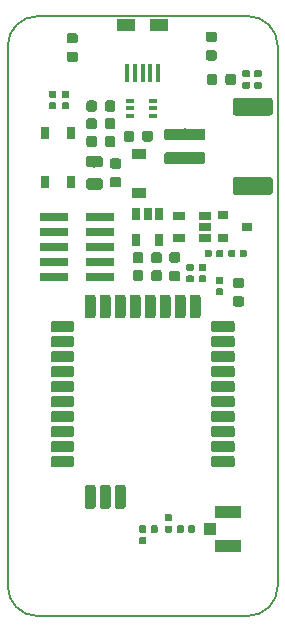
<source format=gtp>
G04 #@! TF.GenerationSoftware,KiCad,Pcbnew,(5.1.2-1)-1*
G04 #@! TF.CreationDate,2019-07-04T12:10:22+02:00*
G04 #@! TF.ProjectId,TLM-breakout-v1_2,544c4d2d-6272-4656-916b-6f75742d7631,1.1*
G04 #@! TF.SameCoordinates,Original*
G04 #@! TF.FileFunction,Paste,Top*
G04 #@! TF.FilePolarity,Positive*
%FSLAX46Y46*%
G04 Gerber Fmt 4.6, Leading zero omitted, Abs format (unit mm)*
G04 Created by KiCad (PCBNEW (5.1.2-1)-1) date 2019-07-04 12:10:22*
%MOMM*%
%LPD*%
G04 APERTURE LIST*
%ADD10C,0.150000*%
%ADD11C,0.100000*%
%ADD12C,0.590000*%
%ADD13C,0.875000*%
%ADD14R,1.200000X0.900000*%
%ADD15C,0.975000*%
%ADD16R,2.200000X1.050000*%
%ADD17R,1.050000X1.000000*%
%ADD18R,2.400000X0.740000*%
%ADD19R,1.060000X0.650000*%
%ADD20R,0.900000X0.800000*%
%ADD21R,0.650000X1.060000*%
%ADD22C,1.000000*%
%ADD23C,1.500000*%
%ADD24R,0.650000X0.400000*%
%ADD25R,0.660000X1.050000*%
%ADD26R,1.500000X1.000000*%
%ADD27R,0.400000X1.600000*%
%ADD28C,0.900000*%
G04 APERTURE END LIST*
D10*
X127000000Y-119380000D02*
G75*
G02X124460000Y-116840000I0J2540000D01*
G01*
X147320000Y-116840000D02*
G75*
G02X144780000Y-119380000I-2540000J0D01*
G01*
X144780000Y-68580000D02*
G75*
G02X147320000Y-71120000I0J-2540000D01*
G01*
X124460000Y-71120000D02*
G75*
G02X127000000Y-68580000I2540000J0D01*
G01*
X124460000Y-116840000D02*
X124460000Y-71120000D01*
X144780000Y-119380000D02*
X127000000Y-119380000D01*
X147320000Y-71120000D02*
X147320000Y-116840000D01*
X127000000Y-68580000D02*
X144780000Y-68580000D01*
D11*
G36*
X138261358Y-111722110D02*
G01*
X138275676Y-111724234D01*
X138289717Y-111727751D01*
X138303346Y-111732628D01*
X138316431Y-111738817D01*
X138328847Y-111746258D01*
X138340473Y-111754881D01*
X138351198Y-111764602D01*
X138360919Y-111775327D01*
X138369542Y-111786953D01*
X138376983Y-111799369D01*
X138383172Y-111812454D01*
X138388049Y-111826083D01*
X138391566Y-111840124D01*
X138393690Y-111854442D01*
X138394400Y-111868900D01*
X138394400Y-112163900D01*
X138393690Y-112178358D01*
X138391566Y-112192676D01*
X138388049Y-112206717D01*
X138383172Y-112220346D01*
X138376983Y-112233431D01*
X138369542Y-112245847D01*
X138360919Y-112257473D01*
X138351198Y-112268198D01*
X138340473Y-112277919D01*
X138328847Y-112286542D01*
X138316431Y-112293983D01*
X138303346Y-112300172D01*
X138289717Y-112305049D01*
X138275676Y-112308566D01*
X138261358Y-112310690D01*
X138246900Y-112311400D01*
X137901900Y-112311400D01*
X137887442Y-112310690D01*
X137873124Y-112308566D01*
X137859083Y-112305049D01*
X137845454Y-112300172D01*
X137832369Y-112293983D01*
X137819953Y-112286542D01*
X137808327Y-112277919D01*
X137797602Y-112268198D01*
X137787881Y-112257473D01*
X137779258Y-112245847D01*
X137771817Y-112233431D01*
X137765628Y-112220346D01*
X137760751Y-112206717D01*
X137757234Y-112192676D01*
X137755110Y-112178358D01*
X137754400Y-112163900D01*
X137754400Y-111868900D01*
X137755110Y-111854442D01*
X137757234Y-111840124D01*
X137760751Y-111826083D01*
X137765628Y-111812454D01*
X137771817Y-111799369D01*
X137779258Y-111786953D01*
X137787881Y-111775327D01*
X137797602Y-111764602D01*
X137808327Y-111754881D01*
X137819953Y-111746258D01*
X137832369Y-111738817D01*
X137845454Y-111732628D01*
X137859083Y-111727751D01*
X137873124Y-111724234D01*
X137887442Y-111722110D01*
X137901900Y-111721400D01*
X138246900Y-111721400D01*
X138261358Y-111722110D01*
X138261358Y-111722110D01*
G37*
D12*
X138074400Y-112016400D03*
D11*
G36*
X138261358Y-110752110D02*
G01*
X138275676Y-110754234D01*
X138289717Y-110757751D01*
X138303346Y-110762628D01*
X138316431Y-110768817D01*
X138328847Y-110776258D01*
X138340473Y-110784881D01*
X138351198Y-110794602D01*
X138360919Y-110805327D01*
X138369542Y-110816953D01*
X138376983Y-110829369D01*
X138383172Y-110842454D01*
X138388049Y-110856083D01*
X138391566Y-110870124D01*
X138393690Y-110884442D01*
X138394400Y-110898900D01*
X138394400Y-111193900D01*
X138393690Y-111208358D01*
X138391566Y-111222676D01*
X138388049Y-111236717D01*
X138383172Y-111250346D01*
X138376983Y-111263431D01*
X138369542Y-111275847D01*
X138360919Y-111287473D01*
X138351198Y-111298198D01*
X138340473Y-111307919D01*
X138328847Y-111316542D01*
X138316431Y-111323983D01*
X138303346Y-111330172D01*
X138289717Y-111335049D01*
X138275676Y-111338566D01*
X138261358Y-111340690D01*
X138246900Y-111341400D01*
X137901900Y-111341400D01*
X137887442Y-111340690D01*
X137873124Y-111338566D01*
X137859083Y-111335049D01*
X137845454Y-111330172D01*
X137832369Y-111323983D01*
X137819953Y-111316542D01*
X137808327Y-111307919D01*
X137797602Y-111298198D01*
X137787881Y-111287473D01*
X137779258Y-111275847D01*
X137771817Y-111263431D01*
X137765628Y-111250346D01*
X137760751Y-111236717D01*
X137757234Y-111222676D01*
X137755110Y-111208358D01*
X137754400Y-111193900D01*
X137754400Y-110898900D01*
X137755110Y-110884442D01*
X137757234Y-110870124D01*
X137760751Y-110856083D01*
X137765628Y-110842454D01*
X137771817Y-110829369D01*
X137779258Y-110816953D01*
X137787881Y-110805327D01*
X137797602Y-110794602D01*
X137808327Y-110784881D01*
X137819953Y-110776258D01*
X137832369Y-110768817D01*
X137845454Y-110762628D01*
X137859083Y-110757751D01*
X137873124Y-110754234D01*
X137887442Y-110752110D01*
X137901900Y-110751400D01*
X138246900Y-110751400D01*
X138261358Y-110752110D01*
X138261358Y-110752110D01*
G37*
D12*
X138074400Y-111046400D03*
D11*
G36*
X136540190Y-78276053D02*
G01*
X136561425Y-78279203D01*
X136582249Y-78284419D01*
X136602461Y-78291651D01*
X136621867Y-78300830D01*
X136640280Y-78311866D01*
X136657523Y-78324654D01*
X136673429Y-78339070D01*
X136687845Y-78354976D01*
X136700633Y-78372219D01*
X136711669Y-78390632D01*
X136720848Y-78410038D01*
X136728080Y-78430250D01*
X136733296Y-78451074D01*
X136736446Y-78472309D01*
X136737499Y-78493750D01*
X136737499Y-79006250D01*
X136736446Y-79027691D01*
X136733296Y-79048926D01*
X136728080Y-79069750D01*
X136720848Y-79089962D01*
X136711669Y-79109368D01*
X136700633Y-79127781D01*
X136687845Y-79145024D01*
X136673429Y-79160930D01*
X136657523Y-79175346D01*
X136640280Y-79188134D01*
X136621867Y-79199170D01*
X136602461Y-79208349D01*
X136582249Y-79215581D01*
X136561425Y-79220797D01*
X136540190Y-79223947D01*
X136518749Y-79225000D01*
X136081249Y-79225000D01*
X136059808Y-79223947D01*
X136038573Y-79220797D01*
X136017749Y-79215581D01*
X135997537Y-79208349D01*
X135978131Y-79199170D01*
X135959718Y-79188134D01*
X135942475Y-79175346D01*
X135926569Y-79160930D01*
X135912153Y-79145024D01*
X135899365Y-79127781D01*
X135888329Y-79109368D01*
X135879150Y-79089962D01*
X135871918Y-79069750D01*
X135866702Y-79048926D01*
X135863552Y-79027691D01*
X135862499Y-79006250D01*
X135862499Y-78493750D01*
X135863552Y-78472309D01*
X135866702Y-78451074D01*
X135871918Y-78430250D01*
X135879150Y-78410038D01*
X135888329Y-78390632D01*
X135899365Y-78372219D01*
X135912153Y-78354976D01*
X135926569Y-78339070D01*
X135942475Y-78324654D01*
X135959718Y-78311866D01*
X135978131Y-78300830D01*
X135997537Y-78291651D01*
X136017749Y-78284419D01*
X136038573Y-78279203D01*
X136059808Y-78276053D01*
X136081249Y-78275000D01*
X136518749Y-78275000D01*
X136540190Y-78276053D01*
X136540190Y-78276053D01*
G37*
D13*
X136299999Y-78750000D03*
D11*
G36*
X134965190Y-78276053D02*
G01*
X134986425Y-78279203D01*
X135007249Y-78284419D01*
X135027461Y-78291651D01*
X135046867Y-78300830D01*
X135065280Y-78311866D01*
X135082523Y-78324654D01*
X135098429Y-78339070D01*
X135112845Y-78354976D01*
X135125633Y-78372219D01*
X135136669Y-78390632D01*
X135145848Y-78410038D01*
X135153080Y-78430250D01*
X135158296Y-78451074D01*
X135161446Y-78472309D01*
X135162499Y-78493750D01*
X135162499Y-79006250D01*
X135161446Y-79027691D01*
X135158296Y-79048926D01*
X135153080Y-79069750D01*
X135145848Y-79089962D01*
X135136669Y-79109368D01*
X135125633Y-79127781D01*
X135112845Y-79145024D01*
X135098429Y-79160930D01*
X135082523Y-79175346D01*
X135065280Y-79188134D01*
X135046867Y-79199170D01*
X135027461Y-79208349D01*
X135007249Y-79215581D01*
X134986425Y-79220797D01*
X134965190Y-79223947D01*
X134943749Y-79225000D01*
X134506249Y-79225000D01*
X134484808Y-79223947D01*
X134463573Y-79220797D01*
X134442749Y-79215581D01*
X134422537Y-79208349D01*
X134403131Y-79199170D01*
X134384718Y-79188134D01*
X134367475Y-79175346D01*
X134351569Y-79160930D01*
X134337153Y-79145024D01*
X134324365Y-79127781D01*
X134313329Y-79109368D01*
X134304150Y-79089962D01*
X134296918Y-79069750D01*
X134291702Y-79048926D01*
X134288552Y-79027691D01*
X134287499Y-79006250D01*
X134287499Y-78493750D01*
X134288552Y-78472309D01*
X134291702Y-78451074D01*
X134296918Y-78430250D01*
X134304150Y-78410038D01*
X134313329Y-78390632D01*
X134324365Y-78372219D01*
X134337153Y-78354976D01*
X134351569Y-78339070D01*
X134367475Y-78324654D01*
X134384718Y-78311866D01*
X134403131Y-78300830D01*
X134422537Y-78291651D01*
X134442749Y-78284419D01*
X134463573Y-78279203D01*
X134484808Y-78276053D01*
X134506249Y-78275000D01*
X134943749Y-78275000D01*
X134965190Y-78276053D01*
X134965190Y-78276053D01*
G37*
D13*
X134724999Y-78750000D03*
D11*
G36*
X133867691Y-82201053D02*
G01*
X133888926Y-82204203D01*
X133909750Y-82209419D01*
X133929962Y-82216651D01*
X133949368Y-82225830D01*
X133967781Y-82236866D01*
X133985024Y-82249654D01*
X134000930Y-82264070D01*
X134015346Y-82279976D01*
X134028134Y-82297219D01*
X134039170Y-82315632D01*
X134048349Y-82335038D01*
X134055581Y-82355250D01*
X134060797Y-82376074D01*
X134063947Y-82397309D01*
X134065000Y-82418750D01*
X134065000Y-82856250D01*
X134063947Y-82877691D01*
X134060797Y-82898926D01*
X134055581Y-82919750D01*
X134048349Y-82939962D01*
X134039170Y-82959368D01*
X134028134Y-82977781D01*
X134015346Y-82995024D01*
X134000930Y-83010930D01*
X133985024Y-83025346D01*
X133967781Y-83038134D01*
X133949368Y-83049170D01*
X133929962Y-83058349D01*
X133909750Y-83065581D01*
X133888926Y-83070797D01*
X133867691Y-83073947D01*
X133846250Y-83075000D01*
X133333750Y-83075000D01*
X133312309Y-83073947D01*
X133291074Y-83070797D01*
X133270250Y-83065581D01*
X133250038Y-83058349D01*
X133230632Y-83049170D01*
X133212219Y-83038134D01*
X133194976Y-83025346D01*
X133179070Y-83010930D01*
X133164654Y-82995024D01*
X133151866Y-82977781D01*
X133140830Y-82959368D01*
X133131651Y-82939962D01*
X133124419Y-82919750D01*
X133119203Y-82898926D01*
X133116053Y-82877691D01*
X133115000Y-82856250D01*
X133115000Y-82418750D01*
X133116053Y-82397309D01*
X133119203Y-82376074D01*
X133124419Y-82355250D01*
X133131651Y-82335038D01*
X133140830Y-82315632D01*
X133151866Y-82297219D01*
X133164654Y-82279976D01*
X133179070Y-82264070D01*
X133194976Y-82249654D01*
X133212219Y-82236866D01*
X133230632Y-82225830D01*
X133250038Y-82216651D01*
X133270250Y-82209419D01*
X133291074Y-82204203D01*
X133312309Y-82201053D01*
X133333750Y-82200000D01*
X133846250Y-82200000D01*
X133867691Y-82201053D01*
X133867691Y-82201053D01*
G37*
D13*
X133590000Y-82637500D03*
D11*
G36*
X133867691Y-80626053D02*
G01*
X133888926Y-80629203D01*
X133909750Y-80634419D01*
X133929962Y-80641651D01*
X133949368Y-80650830D01*
X133967781Y-80661866D01*
X133985024Y-80674654D01*
X134000930Y-80689070D01*
X134015346Y-80704976D01*
X134028134Y-80722219D01*
X134039170Y-80740632D01*
X134048349Y-80760038D01*
X134055581Y-80780250D01*
X134060797Y-80801074D01*
X134063947Y-80822309D01*
X134065000Y-80843750D01*
X134065000Y-81281250D01*
X134063947Y-81302691D01*
X134060797Y-81323926D01*
X134055581Y-81344750D01*
X134048349Y-81364962D01*
X134039170Y-81384368D01*
X134028134Y-81402781D01*
X134015346Y-81420024D01*
X134000930Y-81435930D01*
X133985024Y-81450346D01*
X133967781Y-81463134D01*
X133949368Y-81474170D01*
X133929962Y-81483349D01*
X133909750Y-81490581D01*
X133888926Y-81495797D01*
X133867691Y-81498947D01*
X133846250Y-81500000D01*
X133333750Y-81500000D01*
X133312309Y-81498947D01*
X133291074Y-81495797D01*
X133270250Y-81490581D01*
X133250038Y-81483349D01*
X133230632Y-81474170D01*
X133212219Y-81463134D01*
X133194976Y-81450346D01*
X133179070Y-81435930D01*
X133164654Y-81420024D01*
X133151866Y-81402781D01*
X133140830Y-81384368D01*
X133131651Y-81364962D01*
X133124419Y-81344750D01*
X133119203Y-81323926D01*
X133116053Y-81302691D01*
X133115000Y-81281250D01*
X133115000Y-80843750D01*
X133116053Y-80822309D01*
X133119203Y-80801074D01*
X133124419Y-80780250D01*
X133131651Y-80760038D01*
X133140830Y-80740632D01*
X133151866Y-80722219D01*
X133164654Y-80704976D01*
X133179070Y-80689070D01*
X133194976Y-80674654D01*
X133212219Y-80661866D01*
X133230632Y-80650830D01*
X133250038Y-80641651D01*
X133270250Y-80634419D01*
X133291074Y-80629203D01*
X133312309Y-80626053D01*
X133333750Y-80625000D01*
X133846250Y-80625000D01*
X133867691Y-80626053D01*
X133867691Y-80626053D01*
G37*
D13*
X133590000Y-81062500D03*
D11*
G36*
X135727191Y-90076053D02*
G01*
X135748426Y-90079203D01*
X135769250Y-90084419D01*
X135789462Y-90091651D01*
X135808868Y-90100830D01*
X135827281Y-90111866D01*
X135844524Y-90124654D01*
X135860430Y-90139070D01*
X135874846Y-90154976D01*
X135887634Y-90172219D01*
X135898670Y-90190632D01*
X135907849Y-90210038D01*
X135915081Y-90230250D01*
X135920297Y-90251074D01*
X135923447Y-90272309D01*
X135924500Y-90293750D01*
X135924500Y-90806250D01*
X135923447Y-90827691D01*
X135920297Y-90848926D01*
X135915081Y-90869750D01*
X135907849Y-90889962D01*
X135898670Y-90909368D01*
X135887634Y-90927781D01*
X135874846Y-90945024D01*
X135860430Y-90960930D01*
X135844524Y-90975346D01*
X135827281Y-90988134D01*
X135808868Y-90999170D01*
X135789462Y-91008349D01*
X135769250Y-91015581D01*
X135748426Y-91020797D01*
X135727191Y-91023947D01*
X135705750Y-91025000D01*
X135268250Y-91025000D01*
X135246809Y-91023947D01*
X135225574Y-91020797D01*
X135204750Y-91015581D01*
X135184538Y-91008349D01*
X135165132Y-90999170D01*
X135146719Y-90988134D01*
X135129476Y-90975346D01*
X135113570Y-90960930D01*
X135099154Y-90945024D01*
X135086366Y-90927781D01*
X135075330Y-90909368D01*
X135066151Y-90889962D01*
X135058919Y-90869750D01*
X135053703Y-90848926D01*
X135050553Y-90827691D01*
X135049500Y-90806250D01*
X135049500Y-90293750D01*
X135050553Y-90272309D01*
X135053703Y-90251074D01*
X135058919Y-90230250D01*
X135066151Y-90210038D01*
X135075330Y-90190632D01*
X135086366Y-90172219D01*
X135099154Y-90154976D01*
X135113570Y-90139070D01*
X135129476Y-90124654D01*
X135146719Y-90111866D01*
X135165132Y-90100830D01*
X135184538Y-90091651D01*
X135204750Y-90084419D01*
X135225574Y-90079203D01*
X135246809Y-90076053D01*
X135268250Y-90075000D01*
X135705750Y-90075000D01*
X135727191Y-90076053D01*
X135727191Y-90076053D01*
G37*
D13*
X135487000Y-90550000D03*
D11*
G36*
X137302191Y-90076053D02*
G01*
X137323426Y-90079203D01*
X137344250Y-90084419D01*
X137364462Y-90091651D01*
X137383868Y-90100830D01*
X137402281Y-90111866D01*
X137419524Y-90124654D01*
X137435430Y-90139070D01*
X137449846Y-90154976D01*
X137462634Y-90172219D01*
X137473670Y-90190632D01*
X137482849Y-90210038D01*
X137490081Y-90230250D01*
X137495297Y-90251074D01*
X137498447Y-90272309D01*
X137499500Y-90293750D01*
X137499500Y-90806250D01*
X137498447Y-90827691D01*
X137495297Y-90848926D01*
X137490081Y-90869750D01*
X137482849Y-90889962D01*
X137473670Y-90909368D01*
X137462634Y-90927781D01*
X137449846Y-90945024D01*
X137435430Y-90960930D01*
X137419524Y-90975346D01*
X137402281Y-90988134D01*
X137383868Y-90999170D01*
X137364462Y-91008349D01*
X137344250Y-91015581D01*
X137323426Y-91020797D01*
X137302191Y-91023947D01*
X137280750Y-91025000D01*
X136843250Y-91025000D01*
X136821809Y-91023947D01*
X136800574Y-91020797D01*
X136779750Y-91015581D01*
X136759538Y-91008349D01*
X136740132Y-90999170D01*
X136721719Y-90988134D01*
X136704476Y-90975346D01*
X136688570Y-90960930D01*
X136674154Y-90945024D01*
X136661366Y-90927781D01*
X136650330Y-90909368D01*
X136641151Y-90889962D01*
X136633919Y-90869750D01*
X136628703Y-90848926D01*
X136625553Y-90827691D01*
X136624500Y-90806250D01*
X136624500Y-90293750D01*
X136625553Y-90272309D01*
X136628703Y-90251074D01*
X136633919Y-90230250D01*
X136641151Y-90210038D01*
X136650330Y-90190632D01*
X136661366Y-90172219D01*
X136674154Y-90154976D01*
X136688570Y-90139070D01*
X136704476Y-90124654D01*
X136721719Y-90111866D01*
X136740132Y-90100830D01*
X136759538Y-90091651D01*
X136779750Y-90084419D01*
X136800574Y-90079203D01*
X136821809Y-90076053D01*
X136843250Y-90075000D01*
X137280750Y-90075000D01*
X137302191Y-90076053D01*
X137302191Y-90076053D01*
G37*
D13*
X137062000Y-90550000D03*
D11*
G36*
X137302191Y-88570153D02*
G01*
X137323426Y-88573303D01*
X137344250Y-88578519D01*
X137364462Y-88585751D01*
X137383868Y-88594930D01*
X137402281Y-88605966D01*
X137419524Y-88618754D01*
X137435430Y-88633170D01*
X137449846Y-88649076D01*
X137462634Y-88666319D01*
X137473670Y-88684732D01*
X137482849Y-88704138D01*
X137490081Y-88724350D01*
X137495297Y-88745174D01*
X137498447Y-88766409D01*
X137499500Y-88787850D01*
X137499500Y-89300350D01*
X137498447Y-89321791D01*
X137495297Y-89343026D01*
X137490081Y-89363850D01*
X137482849Y-89384062D01*
X137473670Y-89403468D01*
X137462634Y-89421881D01*
X137449846Y-89439124D01*
X137435430Y-89455030D01*
X137419524Y-89469446D01*
X137402281Y-89482234D01*
X137383868Y-89493270D01*
X137364462Y-89502449D01*
X137344250Y-89509681D01*
X137323426Y-89514897D01*
X137302191Y-89518047D01*
X137280750Y-89519100D01*
X136843250Y-89519100D01*
X136821809Y-89518047D01*
X136800574Y-89514897D01*
X136779750Y-89509681D01*
X136759538Y-89502449D01*
X136740132Y-89493270D01*
X136721719Y-89482234D01*
X136704476Y-89469446D01*
X136688570Y-89455030D01*
X136674154Y-89439124D01*
X136661366Y-89421881D01*
X136650330Y-89403468D01*
X136641151Y-89384062D01*
X136633919Y-89363850D01*
X136628703Y-89343026D01*
X136625553Y-89321791D01*
X136624500Y-89300350D01*
X136624500Y-88787850D01*
X136625553Y-88766409D01*
X136628703Y-88745174D01*
X136633919Y-88724350D01*
X136641151Y-88704138D01*
X136650330Y-88684732D01*
X136661366Y-88666319D01*
X136674154Y-88649076D01*
X136688570Y-88633170D01*
X136704476Y-88618754D01*
X136721719Y-88605966D01*
X136740132Y-88594930D01*
X136759538Y-88585751D01*
X136779750Y-88578519D01*
X136800574Y-88573303D01*
X136821809Y-88570153D01*
X136843250Y-88569100D01*
X137280750Y-88569100D01*
X137302191Y-88570153D01*
X137302191Y-88570153D01*
G37*
D13*
X137062000Y-89044100D03*
D11*
G36*
X135727191Y-88570153D02*
G01*
X135748426Y-88573303D01*
X135769250Y-88578519D01*
X135789462Y-88585751D01*
X135808868Y-88594930D01*
X135827281Y-88605966D01*
X135844524Y-88618754D01*
X135860430Y-88633170D01*
X135874846Y-88649076D01*
X135887634Y-88666319D01*
X135898670Y-88684732D01*
X135907849Y-88704138D01*
X135915081Y-88724350D01*
X135920297Y-88745174D01*
X135923447Y-88766409D01*
X135924500Y-88787850D01*
X135924500Y-89300350D01*
X135923447Y-89321791D01*
X135920297Y-89343026D01*
X135915081Y-89363850D01*
X135907849Y-89384062D01*
X135898670Y-89403468D01*
X135887634Y-89421881D01*
X135874846Y-89439124D01*
X135860430Y-89455030D01*
X135844524Y-89469446D01*
X135827281Y-89482234D01*
X135808868Y-89493270D01*
X135789462Y-89502449D01*
X135769250Y-89509681D01*
X135748426Y-89514897D01*
X135727191Y-89518047D01*
X135705750Y-89519100D01*
X135268250Y-89519100D01*
X135246809Y-89518047D01*
X135225574Y-89514897D01*
X135204750Y-89509681D01*
X135184538Y-89502449D01*
X135165132Y-89493270D01*
X135146719Y-89482234D01*
X135129476Y-89469446D01*
X135113570Y-89455030D01*
X135099154Y-89439124D01*
X135086366Y-89421881D01*
X135075330Y-89403468D01*
X135066151Y-89384062D01*
X135058919Y-89363850D01*
X135053703Y-89343026D01*
X135050553Y-89321791D01*
X135049500Y-89300350D01*
X135049500Y-88787850D01*
X135050553Y-88766409D01*
X135053703Y-88745174D01*
X135058919Y-88724350D01*
X135066151Y-88704138D01*
X135075330Y-88684732D01*
X135086366Y-88666319D01*
X135099154Y-88649076D01*
X135113570Y-88633170D01*
X135129476Y-88618754D01*
X135146719Y-88605966D01*
X135165132Y-88594930D01*
X135184538Y-88585751D01*
X135204750Y-88578519D01*
X135225574Y-88573303D01*
X135246809Y-88570153D01*
X135268250Y-88569100D01*
X135705750Y-88569100D01*
X135727191Y-88570153D01*
X135727191Y-88570153D01*
G37*
D13*
X135487000Y-89044100D03*
D11*
G36*
X131802691Y-75726053D02*
G01*
X131823926Y-75729203D01*
X131844750Y-75734419D01*
X131864962Y-75741651D01*
X131884368Y-75750830D01*
X131902781Y-75761866D01*
X131920024Y-75774654D01*
X131935930Y-75789070D01*
X131950346Y-75804976D01*
X131963134Y-75822219D01*
X131974170Y-75840632D01*
X131983349Y-75860038D01*
X131990581Y-75880250D01*
X131995797Y-75901074D01*
X131998947Y-75922309D01*
X132000000Y-75943750D01*
X132000000Y-76456250D01*
X131998947Y-76477691D01*
X131995797Y-76498926D01*
X131990581Y-76519750D01*
X131983349Y-76539962D01*
X131974170Y-76559368D01*
X131963134Y-76577781D01*
X131950346Y-76595024D01*
X131935930Y-76610930D01*
X131920024Y-76625346D01*
X131902781Y-76638134D01*
X131884368Y-76649170D01*
X131864962Y-76658349D01*
X131844750Y-76665581D01*
X131823926Y-76670797D01*
X131802691Y-76673947D01*
X131781250Y-76675000D01*
X131343750Y-76675000D01*
X131322309Y-76673947D01*
X131301074Y-76670797D01*
X131280250Y-76665581D01*
X131260038Y-76658349D01*
X131240632Y-76649170D01*
X131222219Y-76638134D01*
X131204976Y-76625346D01*
X131189070Y-76610930D01*
X131174654Y-76595024D01*
X131161866Y-76577781D01*
X131150830Y-76559368D01*
X131141651Y-76539962D01*
X131134419Y-76519750D01*
X131129203Y-76498926D01*
X131126053Y-76477691D01*
X131125000Y-76456250D01*
X131125000Y-75943750D01*
X131126053Y-75922309D01*
X131129203Y-75901074D01*
X131134419Y-75880250D01*
X131141651Y-75860038D01*
X131150830Y-75840632D01*
X131161866Y-75822219D01*
X131174654Y-75804976D01*
X131189070Y-75789070D01*
X131204976Y-75774654D01*
X131222219Y-75761866D01*
X131240632Y-75750830D01*
X131260038Y-75741651D01*
X131280250Y-75734419D01*
X131301074Y-75729203D01*
X131322309Y-75726053D01*
X131343750Y-75725000D01*
X131781250Y-75725000D01*
X131802691Y-75726053D01*
X131802691Y-75726053D01*
G37*
D13*
X131562500Y-76200000D03*
D11*
G36*
X133377691Y-75726053D02*
G01*
X133398926Y-75729203D01*
X133419750Y-75734419D01*
X133439962Y-75741651D01*
X133459368Y-75750830D01*
X133477781Y-75761866D01*
X133495024Y-75774654D01*
X133510930Y-75789070D01*
X133525346Y-75804976D01*
X133538134Y-75822219D01*
X133549170Y-75840632D01*
X133558349Y-75860038D01*
X133565581Y-75880250D01*
X133570797Y-75901074D01*
X133573947Y-75922309D01*
X133575000Y-75943750D01*
X133575000Y-76456250D01*
X133573947Y-76477691D01*
X133570797Y-76498926D01*
X133565581Y-76519750D01*
X133558349Y-76539962D01*
X133549170Y-76559368D01*
X133538134Y-76577781D01*
X133525346Y-76595024D01*
X133510930Y-76610930D01*
X133495024Y-76625346D01*
X133477781Y-76638134D01*
X133459368Y-76649170D01*
X133439962Y-76658349D01*
X133419750Y-76665581D01*
X133398926Y-76670797D01*
X133377691Y-76673947D01*
X133356250Y-76675000D01*
X132918750Y-76675000D01*
X132897309Y-76673947D01*
X132876074Y-76670797D01*
X132855250Y-76665581D01*
X132835038Y-76658349D01*
X132815632Y-76649170D01*
X132797219Y-76638134D01*
X132779976Y-76625346D01*
X132764070Y-76610930D01*
X132749654Y-76595024D01*
X132736866Y-76577781D01*
X132725830Y-76559368D01*
X132716651Y-76539962D01*
X132709419Y-76519750D01*
X132704203Y-76498926D01*
X132701053Y-76477691D01*
X132700000Y-76456250D01*
X132700000Y-75943750D01*
X132701053Y-75922309D01*
X132704203Y-75901074D01*
X132709419Y-75880250D01*
X132716651Y-75860038D01*
X132725830Y-75840632D01*
X132736866Y-75822219D01*
X132749654Y-75804976D01*
X132764070Y-75789070D01*
X132779976Y-75774654D01*
X132797219Y-75761866D01*
X132815632Y-75750830D01*
X132835038Y-75741651D01*
X132855250Y-75734419D01*
X132876074Y-75729203D01*
X132897309Y-75726053D01*
X132918750Y-75725000D01*
X133356250Y-75725000D01*
X133377691Y-75726053D01*
X133377691Y-75726053D01*
G37*
D13*
X133137500Y-76200000D03*
D11*
G36*
X131802691Y-78727253D02*
G01*
X131823926Y-78730403D01*
X131844750Y-78735619D01*
X131864962Y-78742851D01*
X131884368Y-78752030D01*
X131902781Y-78763066D01*
X131920024Y-78775854D01*
X131935930Y-78790270D01*
X131950346Y-78806176D01*
X131963134Y-78823419D01*
X131974170Y-78841832D01*
X131983349Y-78861238D01*
X131990581Y-78881450D01*
X131995797Y-78902274D01*
X131998947Y-78923509D01*
X132000000Y-78944950D01*
X132000000Y-79457450D01*
X131998947Y-79478891D01*
X131995797Y-79500126D01*
X131990581Y-79520950D01*
X131983349Y-79541162D01*
X131974170Y-79560568D01*
X131963134Y-79578981D01*
X131950346Y-79596224D01*
X131935930Y-79612130D01*
X131920024Y-79626546D01*
X131902781Y-79639334D01*
X131884368Y-79650370D01*
X131864962Y-79659549D01*
X131844750Y-79666781D01*
X131823926Y-79671997D01*
X131802691Y-79675147D01*
X131781250Y-79676200D01*
X131343750Y-79676200D01*
X131322309Y-79675147D01*
X131301074Y-79671997D01*
X131280250Y-79666781D01*
X131260038Y-79659549D01*
X131240632Y-79650370D01*
X131222219Y-79639334D01*
X131204976Y-79626546D01*
X131189070Y-79612130D01*
X131174654Y-79596224D01*
X131161866Y-79578981D01*
X131150830Y-79560568D01*
X131141651Y-79541162D01*
X131134419Y-79520950D01*
X131129203Y-79500126D01*
X131126053Y-79478891D01*
X131125000Y-79457450D01*
X131125000Y-78944950D01*
X131126053Y-78923509D01*
X131129203Y-78902274D01*
X131134419Y-78881450D01*
X131141651Y-78861238D01*
X131150830Y-78841832D01*
X131161866Y-78823419D01*
X131174654Y-78806176D01*
X131189070Y-78790270D01*
X131204976Y-78775854D01*
X131222219Y-78763066D01*
X131240632Y-78752030D01*
X131260038Y-78742851D01*
X131280250Y-78735619D01*
X131301074Y-78730403D01*
X131322309Y-78727253D01*
X131343750Y-78726200D01*
X131781250Y-78726200D01*
X131802691Y-78727253D01*
X131802691Y-78727253D01*
G37*
D13*
X131562500Y-79201200D03*
D11*
G36*
X133377691Y-78727253D02*
G01*
X133398926Y-78730403D01*
X133419750Y-78735619D01*
X133439962Y-78742851D01*
X133459368Y-78752030D01*
X133477781Y-78763066D01*
X133495024Y-78775854D01*
X133510930Y-78790270D01*
X133525346Y-78806176D01*
X133538134Y-78823419D01*
X133549170Y-78841832D01*
X133558349Y-78861238D01*
X133565581Y-78881450D01*
X133570797Y-78902274D01*
X133573947Y-78923509D01*
X133575000Y-78944950D01*
X133575000Y-79457450D01*
X133573947Y-79478891D01*
X133570797Y-79500126D01*
X133565581Y-79520950D01*
X133558349Y-79541162D01*
X133549170Y-79560568D01*
X133538134Y-79578981D01*
X133525346Y-79596224D01*
X133510930Y-79612130D01*
X133495024Y-79626546D01*
X133477781Y-79639334D01*
X133459368Y-79650370D01*
X133439962Y-79659549D01*
X133419750Y-79666781D01*
X133398926Y-79671997D01*
X133377691Y-79675147D01*
X133356250Y-79676200D01*
X132918750Y-79676200D01*
X132897309Y-79675147D01*
X132876074Y-79671997D01*
X132855250Y-79666781D01*
X132835038Y-79659549D01*
X132815632Y-79650370D01*
X132797219Y-79639334D01*
X132779976Y-79626546D01*
X132764070Y-79612130D01*
X132749654Y-79596224D01*
X132736866Y-79578981D01*
X132725830Y-79560568D01*
X132716651Y-79541162D01*
X132709419Y-79520950D01*
X132704203Y-79500126D01*
X132701053Y-79478891D01*
X132700000Y-79457450D01*
X132700000Y-78944950D01*
X132701053Y-78923509D01*
X132704203Y-78902274D01*
X132709419Y-78881450D01*
X132716651Y-78861238D01*
X132725830Y-78841832D01*
X132736866Y-78823419D01*
X132749654Y-78806176D01*
X132764070Y-78790270D01*
X132779976Y-78775854D01*
X132797219Y-78763066D01*
X132815632Y-78752030D01*
X132835038Y-78742851D01*
X132855250Y-78735619D01*
X132876074Y-78730403D01*
X132897309Y-78727253D01*
X132918750Y-78726200D01*
X133356250Y-78726200D01*
X133377691Y-78727253D01*
X133377691Y-78727253D01*
G37*
D13*
X133137500Y-79201200D03*
D11*
G36*
X143577691Y-73476053D02*
G01*
X143598926Y-73479203D01*
X143619750Y-73484419D01*
X143639962Y-73491651D01*
X143659368Y-73500830D01*
X143677781Y-73511866D01*
X143695024Y-73524654D01*
X143710930Y-73539070D01*
X143725346Y-73554976D01*
X143738134Y-73572219D01*
X143749170Y-73590632D01*
X143758349Y-73610038D01*
X143765581Y-73630250D01*
X143770797Y-73651074D01*
X143773947Y-73672309D01*
X143775000Y-73693750D01*
X143775000Y-74206250D01*
X143773947Y-74227691D01*
X143770797Y-74248926D01*
X143765581Y-74269750D01*
X143758349Y-74289962D01*
X143749170Y-74309368D01*
X143738134Y-74327781D01*
X143725346Y-74345024D01*
X143710930Y-74360930D01*
X143695024Y-74375346D01*
X143677781Y-74388134D01*
X143659368Y-74399170D01*
X143639962Y-74408349D01*
X143619750Y-74415581D01*
X143598926Y-74420797D01*
X143577691Y-74423947D01*
X143556250Y-74425000D01*
X143118750Y-74425000D01*
X143097309Y-74423947D01*
X143076074Y-74420797D01*
X143055250Y-74415581D01*
X143035038Y-74408349D01*
X143015632Y-74399170D01*
X142997219Y-74388134D01*
X142979976Y-74375346D01*
X142964070Y-74360930D01*
X142949654Y-74345024D01*
X142936866Y-74327781D01*
X142925830Y-74309368D01*
X142916651Y-74289962D01*
X142909419Y-74269750D01*
X142904203Y-74248926D01*
X142901053Y-74227691D01*
X142900000Y-74206250D01*
X142900000Y-73693750D01*
X142901053Y-73672309D01*
X142904203Y-73651074D01*
X142909419Y-73630250D01*
X142916651Y-73610038D01*
X142925830Y-73590632D01*
X142936866Y-73572219D01*
X142949654Y-73554976D01*
X142964070Y-73539070D01*
X142979976Y-73524654D01*
X142997219Y-73511866D01*
X143015632Y-73500830D01*
X143035038Y-73491651D01*
X143055250Y-73484419D01*
X143076074Y-73479203D01*
X143097309Y-73476053D01*
X143118750Y-73475000D01*
X143556250Y-73475000D01*
X143577691Y-73476053D01*
X143577691Y-73476053D01*
G37*
D13*
X143337500Y-73950000D03*
D11*
G36*
X142002691Y-73476053D02*
G01*
X142023926Y-73479203D01*
X142044750Y-73484419D01*
X142064962Y-73491651D01*
X142084368Y-73500830D01*
X142102781Y-73511866D01*
X142120024Y-73524654D01*
X142135930Y-73539070D01*
X142150346Y-73554976D01*
X142163134Y-73572219D01*
X142174170Y-73590632D01*
X142183349Y-73610038D01*
X142190581Y-73630250D01*
X142195797Y-73651074D01*
X142198947Y-73672309D01*
X142200000Y-73693750D01*
X142200000Y-74206250D01*
X142198947Y-74227691D01*
X142195797Y-74248926D01*
X142190581Y-74269750D01*
X142183349Y-74289962D01*
X142174170Y-74309368D01*
X142163134Y-74327781D01*
X142150346Y-74345024D01*
X142135930Y-74360930D01*
X142120024Y-74375346D01*
X142102781Y-74388134D01*
X142084368Y-74399170D01*
X142064962Y-74408349D01*
X142044750Y-74415581D01*
X142023926Y-74420797D01*
X142002691Y-74423947D01*
X141981250Y-74425000D01*
X141543750Y-74425000D01*
X141522309Y-74423947D01*
X141501074Y-74420797D01*
X141480250Y-74415581D01*
X141460038Y-74408349D01*
X141440632Y-74399170D01*
X141422219Y-74388134D01*
X141404976Y-74375346D01*
X141389070Y-74360930D01*
X141374654Y-74345024D01*
X141361866Y-74327781D01*
X141350830Y-74309368D01*
X141341651Y-74289962D01*
X141334419Y-74269750D01*
X141329203Y-74248926D01*
X141326053Y-74227691D01*
X141325000Y-74206250D01*
X141325000Y-73693750D01*
X141326053Y-73672309D01*
X141329203Y-73651074D01*
X141334419Y-73630250D01*
X141341651Y-73610038D01*
X141350830Y-73590632D01*
X141361866Y-73572219D01*
X141374654Y-73554976D01*
X141389070Y-73539070D01*
X141404976Y-73524654D01*
X141422219Y-73511866D01*
X141440632Y-73500830D01*
X141460038Y-73491651D01*
X141480250Y-73484419D01*
X141501074Y-73479203D01*
X141522309Y-73476053D01*
X141543750Y-73475000D01*
X141981250Y-73475000D01*
X142002691Y-73476053D01*
X142002691Y-73476053D01*
G37*
D13*
X141762500Y-73950000D03*
D11*
G36*
X138877691Y-90151053D02*
G01*
X138898926Y-90154203D01*
X138919750Y-90159419D01*
X138939962Y-90166651D01*
X138959368Y-90175830D01*
X138977781Y-90186866D01*
X138995024Y-90199654D01*
X139010930Y-90214070D01*
X139025346Y-90229976D01*
X139038134Y-90247219D01*
X139049170Y-90265632D01*
X139058349Y-90285038D01*
X139065581Y-90305250D01*
X139070797Y-90326074D01*
X139073947Y-90347309D01*
X139075000Y-90368750D01*
X139075000Y-90806250D01*
X139073947Y-90827691D01*
X139070797Y-90848926D01*
X139065581Y-90869750D01*
X139058349Y-90889962D01*
X139049170Y-90909368D01*
X139038134Y-90927781D01*
X139025346Y-90945024D01*
X139010930Y-90960930D01*
X138995024Y-90975346D01*
X138977781Y-90988134D01*
X138959368Y-90999170D01*
X138939962Y-91008349D01*
X138919750Y-91015581D01*
X138898926Y-91020797D01*
X138877691Y-91023947D01*
X138856250Y-91025000D01*
X138343750Y-91025000D01*
X138322309Y-91023947D01*
X138301074Y-91020797D01*
X138280250Y-91015581D01*
X138260038Y-91008349D01*
X138240632Y-90999170D01*
X138222219Y-90988134D01*
X138204976Y-90975346D01*
X138189070Y-90960930D01*
X138174654Y-90945024D01*
X138161866Y-90927781D01*
X138150830Y-90909368D01*
X138141651Y-90889962D01*
X138134419Y-90869750D01*
X138129203Y-90848926D01*
X138126053Y-90827691D01*
X138125000Y-90806250D01*
X138125000Y-90368750D01*
X138126053Y-90347309D01*
X138129203Y-90326074D01*
X138134419Y-90305250D01*
X138141651Y-90285038D01*
X138150830Y-90265632D01*
X138161866Y-90247219D01*
X138174654Y-90229976D01*
X138189070Y-90214070D01*
X138204976Y-90199654D01*
X138222219Y-90186866D01*
X138240632Y-90175830D01*
X138260038Y-90166651D01*
X138280250Y-90159419D01*
X138301074Y-90154203D01*
X138322309Y-90151053D01*
X138343750Y-90150000D01*
X138856250Y-90150000D01*
X138877691Y-90151053D01*
X138877691Y-90151053D01*
G37*
D13*
X138600000Y-90587500D03*
D11*
G36*
X138877691Y-88576053D02*
G01*
X138898926Y-88579203D01*
X138919750Y-88584419D01*
X138939962Y-88591651D01*
X138959368Y-88600830D01*
X138977781Y-88611866D01*
X138995024Y-88624654D01*
X139010930Y-88639070D01*
X139025346Y-88654976D01*
X139038134Y-88672219D01*
X139049170Y-88690632D01*
X139058349Y-88710038D01*
X139065581Y-88730250D01*
X139070797Y-88751074D01*
X139073947Y-88772309D01*
X139075000Y-88793750D01*
X139075000Y-89231250D01*
X139073947Y-89252691D01*
X139070797Y-89273926D01*
X139065581Y-89294750D01*
X139058349Y-89314962D01*
X139049170Y-89334368D01*
X139038134Y-89352781D01*
X139025346Y-89370024D01*
X139010930Y-89385930D01*
X138995024Y-89400346D01*
X138977781Y-89413134D01*
X138959368Y-89424170D01*
X138939962Y-89433349D01*
X138919750Y-89440581D01*
X138898926Y-89445797D01*
X138877691Y-89448947D01*
X138856250Y-89450000D01*
X138343750Y-89450000D01*
X138322309Y-89448947D01*
X138301074Y-89445797D01*
X138280250Y-89440581D01*
X138260038Y-89433349D01*
X138240632Y-89424170D01*
X138222219Y-89413134D01*
X138204976Y-89400346D01*
X138189070Y-89385930D01*
X138174654Y-89370024D01*
X138161866Y-89352781D01*
X138150830Y-89334368D01*
X138141651Y-89314962D01*
X138134419Y-89294750D01*
X138129203Y-89273926D01*
X138126053Y-89252691D01*
X138125000Y-89231250D01*
X138125000Y-88793750D01*
X138126053Y-88772309D01*
X138129203Y-88751074D01*
X138134419Y-88730250D01*
X138141651Y-88710038D01*
X138150830Y-88690632D01*
X138161866Y-88672219D01*
X138174654Y-88654976D01*
X138189070Y-88639070D01*
X138204976Y-88624654D01*
X138222219Y-88611866D01*
X138240632Y-88600830D01*
X138260038Y-88591651D01*
X138280250Y-88584419D01*
X138301074Y-88579203D01*
X138322309Y-88576053D01*
X138343750Y-88575000D01*
X138856250Y-88575000D01*
X138877691Y-88576053D01*
X138877691Y-88576053D01*
G37*
D13*
X138600000Y-89012500D03*
D14*
X135570000Y-83550000D03*
X135570000Y-80250000D03*
D11*
G36*
X130198691Y-71598053D02*
G01*
X130219926Y-71601203D01*
X130240750Y-71606419D01*
X130260962Y-71613651D01*
X130280368Y-71622830D01*
X130298781Y-71633866D01*
X130316024Y-71646654D01*
X130331930Y-71661070D01*
X130346346Y-71676976D01*
X130359134Y-71694219D01*
X130370170Y-71712632D01*
X130379349Y-71732038D01*
X130386581Y-71752250D01*
X130391797Y-71773074D01*
X130394947Y-71794309D01*
X130396000Y-71815750D01*
X130396000Y-72253250D01*
X130394947Y-72274691D01*
X130391797Y-72295926D01*
X130386581Y-72316750D01*
X130379349Y-72336962D01*
X130370170Y-72356368D01*
X130359134Y-72374781D01*
X130346346Y-72392024D01*
X130331930Y-72407930D01*
X130316024Y-72422346D01*
X130298781Y-72435134D01*
X130280368Y-72446170D01*
X130260962Y-72455349D01*
X130240750Y-72462581D01*
X130219926Y-72467797D01*
X130198691Y-72470947D01*
X130177250Y-72472000D01*
X129664750Y-72472000D01*
X129643309Y-72470947D01*
X129622074Y-72467797D01*
X129601250Y-72462581D01*
X129581038Y-72455349D01*
X129561632Y-72446170D01*
X129543219Y-72435134D01*
X129525976Y-72422346D01*
X129510070Y-72407930D01*
X129495654Y-72392024D01*
X129482866Y-72374781D01*
X129471830Y-72356368D01*
X129462651Y-72336962D01*
X129455419Y-72316750D01*
X129450203Y-72295926D01*
X129447053Y-72274691D01*
X129446000Y-72253250D01*
X129446000Y-71815750D01*
X129447053Y-71794309D01*
X129450203Y-71773074D01*
X129455419Y-71752250D01*
X129462651Y-71732038D01*
X129471830Y-71712632D01*
X129482866Y-71694219D01*
X129495654Y-71676976D01*
X129510070Y-71661070D01*
X129525976Y-71646654D01*
X129543219Y-71633866D01*
X129561632Y-71622830D01*
X129581038Y-71613651D01*
X129601250Y-71606419D01*
X129622074Y-71601203D01*
X129643309Y-71598053D01*
X129664750Y-71597000D01*
X130177250Y-71597000D01*
X130198691Y-71598053D01*
X130198691Y-71598053D01*
G37*
D13*
X129921000Y-72034500D03*
D11*
G36*
X130198691Y-70023053D02*
G01*
X130219926Y-70026203D01*
X130240750Y-70031419D01*
X130260962Y-70038651D01*
X130280368Y-70047830D01*
X130298781Y-70058866D01*
X130316024Y-70071654D01*
X130331930Y-70086070D01*
X130346346Y-70101976D01*
X130359134Y-70119219D01*
X130370170Y-70137632D01*
X130379349Y-70157038D01*
X130386581Y-70177250D01*
X130391797Y-70198074D01*
X130394947Y-70219309D01*
X130396000Y-70240750D01*
X130396000Y-70678250D01*
X130394947Y-70699691D01*
X130391797Y-70720926D01*
X130386581Y-70741750D01*
X130379349Y-70761962D01*
X130370170Y-70781368D01*
X130359134Y-70799781D01*
X130346346Y-70817024D01*
X130331930Y-70832930D01*
X130316024Y-70847346D01*
X130298781Y-70860134D01*
X130280368Y-70871170D01*
X130260962Y-70880349D01*
X130240750Y-70887581D01*
X130219926Y-70892797D01*
X130198691Y-70895947D01*
X130177250Y-70897000D01*
X129664750Y-70897000D01*
X129643309Y-70895947D01*
X129622074Y-70892797D01*
X129601250Y-70887581D01*
X129581038Y-70880349D01*
X129561632Y-70871170D01*
X129543219Y-70860134D01*
X129525976Y-70847346D01*
X129510070Y-70832930D01*
X129495654Y-70817024D01*
X129482866Y-70799781D01*
X129471830Y-70781368D01*
X129462651Y-70761962D01*
X129455419Y-70741750D01*
X129450203Y-70720926D01*
X129447053Y-70699691D01*
X129446000Y-70678250D01*
X129446000Y-70240750D01*
X129447053Y-70219309D01*
X129450203Y-70198074D01*
X129455419Y-70177250D01*
X129462651Y-70157038D01*
X129471830Y-70137632D01*
X129482866Y-70119219D01*
X129495654Y-70101976D01*
X129510070Y-70086070D01*
X129525976Y-70071654D01*
X129543219Y-70058866D01*
X129561632Y-70047830D01*
X129581038Y-70038651D01*
X129601250Y-70031419D01*
X129622074Y-70026203D01*
X129643309Y-70023053D01*
X129664750Y-70022000D01*
X130177250Y-70022000D01*
X130198691Y-70023053D01*
X130198691Y-70023053D01*
G37*
D13*
X129921000Y-70459500D03*
D11*
G36*
X144277691Y-92301053D02*
G01*
X144298926Y-92304203D01*
X144319750Y-92309419D01*
X144339962Y-92316651D01*
X144359368Y-92325830D01*
X144377781Y-92336866D01*
X144395024Y-92349654D01*
X144410930Y-92364070D01*
X144425346Y-92379976D01*
X144438134Y-92397219D01*
X144449170Y-92415632D01*
X144458349Y-92435038D01*
X144465581Y-92455250D01*
X144470797Y-92476074D01*
X144473947Y-92497309D01*
X144475000Y-92518750D01*
X144475000Y-92956250D01*
X144473947Y-92977691D01*
X144470797Y-92998926D01*
X144465581Y-93019750D01*
X144458349Y-93039962D01*
X144449170Y-93059368D01*
X144438134Y-93077781D01*
X144425346Y-93095024D01*
X144410930Y-93110930D01*
X144395024Y-93125346D01*
X144377781Y-93138134D01*
X144359368Y-93149170D01*
X144339962Y-93158349D01*
X144319750Y-93165581D01*
X144298926Y-93170797D01*
X144277691Y-93173947D01*
X144256250Y-93175000D01*
X143743750Y-93175000D01*
X143722309Y-93173947D01*
X143701074Y-93170797D01*
X143680250Y-93165581D01*
X143660038Y-93158349D01*
X143640632Y-93149170D01*
X143622219Y-93138134D01*
X143604976Y-93125346D01*
X143589070Y-93110930D01*
X143574654Y-93095024D01*
X143561866Y-93077781D01*
X143550830Y-93059368D01*
X143541651Y-93039962D01*
X143534419Y-93019750D01*
X143529203Y-92998926D01*
X143526053Y-92977691D01*
X143525000Y-92956250D01*
X143525000Y-92518750D01*
X143526053Y-92497309D01*
X143529203Y-92476074D01*
X143534419Y-92455250D01*
X143541651Y-92435038D01*
X143550830Y-92415632D01*
X143561866Y-92397219D01*
X143574654Y-92379976D01*
X143589070Y-92364070D01*
X143604976Y-92349654D01*
X143622219Y-92336866D01*
X143640632Y-92325830D01*
X143660038Y-92316651D01*
X143680250Y-92309419D01*
X143701074Y-92304203D01*
X143722309Y-92301053D01*
X143743750Y-92300000D01*
X144256250Y-92300000D01*
X144277691Y-92301053D01*
X144277691Y-92301053D01*
G37*
D13*
X144000000Y-92737500D03*
D11*
G36*
X144277691Y-90726053D02*
G01*
X144298926Y-90729203D01*
X144319750Y-90734419D01*
X144339962Y-90741651D01*
X144359368Y-90750830D01*
X144377781Y-90761866D01*
X144395024Y-90774654D01*
X144410930Y-90789070D01*
X144425346Y-90804976D01*
X144438134Y-90822219D01*
X144449170Y-90840632D01*
X144458349Y-90860038D01*
X144465581Y-90880250D01*
X144470797Y-90901074D01*
X144473947Y-90922309D01*
X144475000Y-90943750D01*
X144475000Y-91381250D01*
X144473947Y-91402691D01*
X144470797Y-91423926D01*
X144465581Y-91444750D01*
X144458349Y-91464962D01*
X144449170Y-91484368D01*
X144438134Y-91502781D01*
X144425346Y-91520024D01*
X144410930Y-91535930D01*
X144395024Y-91550346D01*
X144377781Y-91563134D01*
X144359368Y-91574170D01*
X144339962Y-91583349D01*
X144319750Y-91590581D01*
X144298926Y-91595797D01*
X144277691Y-91598947D01*
X144256250Y-91600000D01*
X143743750Y-91600000D01*
X143722309Y-91598947D01*
X143701074Y-91595797D01*
X143680250Y-91590581D01*
X143660038Y-91583349D01*
X143640632Y-91574170D01*
X143622219Y-91563134D01*
X143604976Y-91550346D01*
X143589070Y-91535930D01*
X143574654Y-91520024D01*
X143561866Y-91502781D01*
X143550830Y-91484368D01*
X143541651Y-91464962D01*
X143534419Y-91444750D01*
X143529203Y-91423926D01*
X143526053Y-91402691D01*
X143525000Y-91381250D01*
X143525000Y-90943750D01*
X143526053Y-90922309D01*
X143529203Y-90901074D01*
X143534419Y-90880250D01*
X143541651Y-90860038D01*
X143550830Y-90840632D01*
X143561866Y-90822219D01*
X143574654Y-90804976D01*
X143589070Y-90789070D01*
X143604976Y-90774654D01*
X143622219Y-90761866D01*
X143640632Y-90750830D01*
X143660038Y-90741651D01*
X143680250Y-90734419D01*
X143701074Y-90729203D01*
X143722309Y-90726053D01*
X143743750Y-90725000D01*
X144256250Y-90725000D01*
X144277691Y-90726053D01*
X144277691Y-90726053D01*
G37*
D13*
X144000000Y-91162500D03*
D11*
G36*
X141977691Y-69896053D02*
G01*
X141998926Y-69899203D01*
X142019750Y-69904419D01*
X142039962Y-69911651D01*
X142059368Y-69920830D01*
X142077781Y-69931866D01*
X142095024Y-69944654D01*
X142110930Y-69959070D01*
X142125346Y-69974976D01*
X142138134Y-69992219D01*
X142149170Y-70010632D01*
X142158349Y-70030038D01*
X142165581Y-70050250D01*
X142170797Y-70071074D01*
X142173947Y-70092309D01*
X142175000Y-70113750D01*
X142175000Y-70551250D01*
X142173947Y-70572691D01*
X142170797Y-70593926D01*
X142165581Y-70614750D01*
X142158349Y-70634962D01*
X142149170Y-70654368D01*
X142138134Y-70672781D01*
X142125346Y-70690024D01*
X142110930Y-70705930D01*
X142095024Y-70720346D01*
X142077781Y-70733134D01*
X142059368Y-70744170D01*
X142039962Y-70753349D01*
X142019750Y-70760581D01*
X141998926Y-70765797D01*
X141977691Y-70768947D01*
X141956250Y-70770000D01*
X141443750Y-70770000D01*
X141422309Y-70768947D01*
X141401074Y-70765797D01*
X141380250Y-70760581D01*
X141360038Y-70753349D01*
X141340632Y-70744170D01*
X141322219Y-70733134D01*
X141304976Y-70720346D01*
X141289070Y-70705930D01*
X141274654Y-70690024D01*
X141261866Y-70672781D01*
X141250830Y-70654368D01*
X141241651Y-70634962D01*
X141234419Y-70614750D01*
X141229203Y-70593926D01*
X141226053Y-70572691D01*
X141225000Y-70551250D01*
X141225000Y-70113750D01*
X141226053Y-70092309D01*
X141229203Y-70071074D01*
X141234419Y-70050250D01*
X141241651Y-70030038D01*
X141250830Y-70010632D01*
X141261866Y-69992219D01*
X141274654Y-69974976D01*
X141289070Y-69959070D01*
X141304976Y-69944654D01*
X141322219Y-69931866D01*
X141340632Y-69920830D01*
X141360038Y-69911651D01*
X141380250Y-69904419D01*
X141401074Y-69899203D01*
X141422309Y-69896053D01*
X141443750Y-69895000D01*
X141956250Y-69895000D01*
X141977691Y-69896053D01*
X141977691Y-69896053D01*
G37*
D13*
X141700000Y-70332500D03*
D11*
G36*
X141977691Y-71471053D02*
G01*
X141998926Y-71474203D01*
X142019750Y-71479419D01*
X142039962Y-71486651D01*
X142059368Y-71495830D01*
X142077781Y-71506866D01*
X142095024Y-71519654D01*
X142110930Y-71534070D01*
X142125346Y-71549976D01*
X142138134Y-71567219D01*
X142149170Y-71585632D01*
X142158349Y-71605038D01*
X142165581Y-71625250D01*
X142170797Y-71646074D01*
X142173947Y-71667309D01*
X142175000Y-71688750D01*
X142175000Y-72126250D01*
X142173947Y-72147691D01*
X142170797Y-72168926D01*
X142165581Y-72189750D01*
X142158349Y-72209962D01*
X142149170Y-72229368D01*
X142138134Y-72247781D01*
X142125346Y-72265024D01*
X142110930Y-72280930D01*
X142095024Y-72295346D01*
X142077781Y-72308134D01*
X142059368Y-72319170D01*
X142039962Y-72328349D01*
X142019750Y-72335581D01*
X141998926Y-72340797D01*
X141977691Y-72343947D01*
X141956250Y-72345000D01*
X141443750Y-72345000D01*
X141422309Y-72343947D01*
X141401074Y-72340797D01*
X141380250Y-72335581D01*
X141360038Y-72328349D01*
X141340632Y-72319170D01*
X141322219Y-72308134D01*
X141304976Y-72295346D01*
X141289070Y-72280930D01*
X141274654Y-72265024D01*
X141261866Y-72247781D01*
X141250830Y-72229368D01*
X141241651Y-72209962D01*
X141234419Y-72189750D01*
X141229203Y-72168926D01*
X141226053Y-72147691D01*
X141225000Y-72126250D01*
X141225000Y-71688750D01*
X141226053Y-71667309D01*
X141229203Y-71646074D01*
X141234419Y-71625250D01*
X141241651Y-71605038D01*
X141250830Y-71585632D01*
X141261866Y-71567219D01*
X141274654Y-71549976D01*
X141289070Y-71534070D01*
X141304976Y-71519654D01*
X141322219Y-71506866D01*
X141340632Y-71495830D01*
X141360038Y-71486651D01*
X141380250Y-71479419D01*
X141401074Y-71474203D01*
X141422309Y-71471053D01*
X141443750Y-71470000D01*
X141956250Y-71470000D01*
X141977691Y-71471053D01*
X141977691Y-71471053D01*
G37*
D13*
X141700000Y-71907500D03*
D11*
G36*
X132280142Y-80426174D02*
G01*
X132303803Y-80429684D01*
X132327007Y-80435496D01*
X132349529Y-80443554D01*
X132371153Y-80453782D01*
X132391670Y-80466079D01*
X132410883Y-80480329D01*
X132428607Y-80496393D01*
X132444671Y-80514117D01*
X132458921Y-80533330D01*
X132471218Y-80553847D01*
X132481446Y-80575471D01*
X132489504Y-80597993D01*
X132495316Y-80621197D01*
X132498826Y-80644858D01*
X132500000Y-80668750D01*
X132500000Y-81156250D01*
X132498826Y-81180142D01*
X132495316Y-81203803D01*
X132489504Y-81227007D01*
X132481446Y-81249529D01*
X132471218Y-81271153D01*
X132458921Y-81291670D01*
X132444671Y-81310883D01*
X132428607Y-81328607D01*
X132410883Y-81344671D01*
X132391670Y-81358921D01*
X132371153Y-81371218D01*
X132349529Y-81381446D01*
X132327007Y-81389504D01*
X132303803Y-81395316D01*
X132280142Y-81398826D01*
X132256250Y-81400000D01*
X131343750Y-81400000D01*
X131319858Y-81398826D01*
X131296197Y-81395316D01*
X131272993Y-81389504D01*
X131250471Y-81381446D01*
X131228847Y-81371218D01*
X131208330Y-81358921D01*
X131189117Y-81344671D01*
X131171393Y-81328607D01*
X131155329Y-81310883D01*
X131141079Y-81291670D01*
X131128782Y-81271153D01*
X131118554Y-81249529D01*
X131110496Y-81227007D01*
X131104684Y-81203803D01*
X131101174Y-81180142D01*
X131100000Y-81156250D01*
X131100000Y-80668750D01*
X131101174Y-80644858D01*
X131104684Y-80621197D01*
X131110496Y-80597993D01*
X131118554Y-80575471D01*
X131128782Y-80553847D01*
X131141079Y-80533330D01*
X131155329Y-80514117D01*
X131171393Y-80496393D01*
X131189117Y-80480329D01*
X131208330Y-80466079D01*
X131228847Y-80453782D01*
X131250471Y-80443554D01*
X131272993Y-80435496D01*
X131296197Y-80429684D01*
X131319858Y-80426174D01*
X131343750Y-80425000D01*
X132256250Y-80425000D01*
X132280142Y-80426174D01*
X132280142Y-80426174D01*
G37*
D15*
X131800000Y-80912500D03*
D11*
G36*
X132280142Y-82301174D02*
G01*
X132303803Y-82304684D01*
X132327007Y-82310496D01*
X132349529Y-82318554D01*
X132371153Y-82328782D01*
X132391670Y-82341079D01*
X132410883Y-82355329D01*
X132428607Y-82371393D01*
X132444671Y-82389117D01*
X132458921Y-82408330D01*
X132471218Y-82428847D01*
X132481446Y-82450471D01*
X132489504Y-82472993D01*
X132495316Y-82496197D01*
X132498826Y-82519858D01*
X132500000Y-82543750D01*
X132500000Y-83031250D01*
X132498826Y-83055142D01*
X132495316Y-83078803D01*
X132489504Y-83102007D01*
X132481446Y-83124529D01*
X132471218Y-83146153D01*
X132458921Y-83166670D01*
X132444671Y-83185883D01*
X132428607Y-83203607D01*
X132410883Y-83219671D01*
X132391670Y-83233921D01*
X132371153Y-83246218D01*
X132349529Y-83256446D01*
X132327007Y-83264504D01*
X132303803Y-83270316D01*
X132280142Y-83273826D01*
X132256250Y-83275000D01*
X131343750Y-83275000D01*
X131319858Y-83273826D01*
X131296197Y-83270316D01*
X131272993Y-83264504D01*
X131250471Y-83256446D01*
X131228847Y-83246218D01*
X131208330Y-83233921D01*
X131189117Y-83219671D01*
X131171393Y-83203607D01*
X131155329Y-83185883D01*
X131141079Y-83166670D01*
X131128782Y-83146153D01*
X131118554Y-83124529D01*
X131110496Y-83102007D01*
X131104684Y-83078803D01*
X131101174Y-83055142D01*
X131100000Y-83031250D01*
X131100000Y-82543750D01*
X131101174Y-82519858D01*
X131104684Y-82496197D01*
X131110496Y-82472993D01*
X131118554Y-82450471D01*
X131128782Y-82428847D01*
X131141079Y-82408330D01*
X131155329Y-82389117D01*
X131171393Y-82371393D01*
X131189117Y-82355329D01*
X131208330Y-82341079D01*
X131228847Y-82328782D01*
X131250471Y-82318554D01*
X131272993Y-82310496D01*
X131296197Y-82304684D01*
X131319858Y-82301174D01*
X131343750Y-82300000D01*
X132256250Y-82300000D01*
X132280142Y-82301174D01*
X132280142Y-82301174D01*
G37*
D15*
X131800000Y-82787500D03*
D11*
G36*
X133377691Y-77226053D02*
G01*
X133398926Y-77229203D01*
X133419750Y-77234419D01*
X133439962Y-77241651D01*
X133459368Y-77250830D01*
X133477781Y-77261866D01*
X133495024Y-77274654D01*
X133510930Y-77289070D01*
X133525346Y-77304976D01*
X133538134Y-77322219D01*
X133549170Y-77340632D01*
X133558349Y-77360038D01*
X133565581Y-77380250D01*
X133570797Y-77401074D01*
X133573947Y-77422309D01*
X133575000Y-77443750D01*
X133575000Y-77956250D01*
X133573947Y-77977691D01*
X133570797Y-77998926D01*
X133565581Y-78019750D01*
X133558349Y-78039962D01*
X133549170Y-78059368D01*
X133538134Y-78077781D01*
X133525346Y-78095024D01*
X133510930Y-78110930D01*
X133495024Y-78125346D01*
X133477781Y-78138134D01*
X133459368Y-78149170D01*
X133439962Y-78158349D01*
X133419750Y-78165581D01*
X133398926Y-78170797D01*
X133377691Y-78173947D01*
X133356250Y-78175000D01*
X132918750Y-78175000D01*
X132897309Y-78173947D01*
X132876074Y-78170797D01*
X132855250Y-78165581D01*
X132835038Y-78158349D01*
X132815632Y-78149170D01*
X132797219Y-78138134D01*
X132779976Y-78125346D01*
X132764070Y-78110930D01*
X132749654Y-78095024D01*
X132736866Y-78077781D01*
X132725830Y-78059368D01*
X132716651Y-78039962D01*
X132709419Y-78019750D01*
X132704203Y-77998926D01*
X132701053Y-77977691D01*
X132700000Y-77956250D01*
X132700000Y-77443750D01*
X132701053Y-77422309D01*
X132704203Y-77401074D01*
X132709419Y-77380250D01*
X132716651Y-77360038D01*
X132725830Y-77340632D01*
X132736866Y-77322219D01*
X132749654Y-77304976D01*
X132764070Y-77289070D01*
X132779976Y-77274654D01*
X132797219Y-77261866D01*
X132815632Y-77250830D01*
X132835038Y-77241651D01*
X132855250Y-77234419D01*
X132876074Y-77229203D01*
X132897309Y-77226053D01*
X132918750Y-77225000D01*
X133356250Y-77225000D01*
X133377691Y-77226053D01*
X133377691Y-77226053D01*
G37*
D13*
X133137500Y-77700000D03*
D11*
G36*
X131802691Y-77226053D02*
G01*
X131823926Y-77229203D01*
X131844750Y-77234419D01*
X131864962Y-77241651D01*
X131884368Y-77250830D01*
X131902781Y-77261866D01*
X131920024Y-77274654D01*
X131935930Y-77289070D01*
X131950346Y-77304976D01*
X131963134Y-77322219D01*
X131974170Y-77340632D01*
X131983349Y-77360038D01*
X131990581Y-77380250D01*
X131995797Y-77401074D01*
X131998947Y-77422309D01*
X132000000Y-77443750D01*
X132000000Y-77956250D01*
X131998947Y-77977691D01*
X131995797Y-77998926D01*
X131990581Y-78019750D01*
X131983349Y-78039962D01*
X131974170Y-78059368D01*
X131963134Y-78077781D01*
X131950346Y-78095024D01*
X131935930Y-78110930D01*
X131920024Y-78125346D01*
X131902781Y-78138134D01*
X131884368Y-78149170D01*
X131864962Y-78158349D01*
X131844750Y-78165581D01*
X131823926Y-78170797D01*
X131802691Y-78173947D01*
X131781250Y-78175000D01*
X131343750Y-78175000D01*
X131322309Y-78173947D01*
X131301074Y-78170797D01*
X131280250Y-78165581D01*
X131260038Y-78158349D01*
X131240632Y-78149170D01*
X131222219Y-78138134D01*
X131204976Y-78125346D01*
X131189070Y-78110930D01*
X131174654Y-78095024D01*
X131161866Y-78077781D01*
X131150830Y-78059368D01*
X131141651Y-78039962D01*
X131134419Y-78019750D01*
X131129203Y-77998926D01*
X131126053Y-77977691D01*
X131125000Y-77956250D01*
X131125000Y-77443750D01*
X131126053Y-77422309D01*
X131129203Y-77401074D01*
X131134419Y-77380250D01*
X131141651Y-77360038D01*
X131150830Y-77340632D01*
X131161866Y-77322219D01*
X131174654Y-77304976D01*
X131189070Y-77289070D01*
X131204976Y-77274654D01*
X131222219Y-77261866D01*
X131240632Y-77250830D01*
X131260038Y-77241651D01*
X131280250Y-77234419D01*
X131301074Y-77229203D01*
X131322309Y-77226053D01*
X131343750Y-77225000D01*
X131781250Y-77225000D01*
X131802691Y-77226053D01*
X131802691Y-77226053D01*
G37*
D13*
X131562500Y-77700000D03*
D16*
X143096000Y-113489000D03*
D17*
X141571000Y-112014000D03*
D16*
X143096000Y-110539000D03*
D18*
X132300000Y-90640000D03*
X128400000Y-90640000D03*
X132300000Y-89370000D03*
X128400000Y-89370000D03*
X132300000Y-88100000D03*
X128400000Y-88100000D03*
X132300000Y-86830000D03*
X128400000Y-86830000D03*
X132300000Y-85560000D03*
X128400000Y-85560000D03*
D11*
G36*
X140194558Y-111694710D02*
G01*
X140208876Y-111696834D01*
X140222917Y-111700351D01*
X140236546Y-111705228D01*
X140249631Y-111711417D01*
X140262047Y-111718858D01*
X140273673Y-111727481D01*
X140284398Y-111737202D01*
X140294119Y-111747927D01*
X140302742Y-111759553D01*
X140310183Y-111771969D01*
X140316372Y-111785054D01*
X140321249Y-111798683D01*
X140324766Y-111812724D01*
X140326890Y-111827042D01*
X140327600Y-111841500D01*
X140327600Y-112186500D01*
X140326890Y-112200958D01*
X140324766Y-112215276D01*
X140321249Y-112229317D01*
X140316372Y-112242946D01*
X140310183Y-112256031D01*
X140302742Y-112268447D01*
X140294119Y-112280073D01*
X140284398Y-112290798D01*
X140273673Y-112300519D01*
X140262047Y-112309142D01*
X140249631Y-112316583D01*
X140236546Y-112322772D01*
X140222917Y-112327649D01*
X140208876Y-112331166D01*
X140194558Y-112333290D01*
X140180100Y-112334000D01*
X139885100Y-112334000D01*
X139870642Y-112333290D01*
X139856324Y-112331166D01*
X139842283Y-112327649D01*
X139828654Y-112322772D01*
X139815569Y-112316583D01*
X139803153Y-112309142D01*
X139791527Y-112300519D01*
X139780802Y-112290798D01*
X139771081Y-112280073D01*
X139762458Y-112268447D01*
X139755017Y-112256031D01*
X139748828Y-112242946D01*
X139743951Y-112229317D01*
X139740434Y-112215276D01*
X139738310Y-112200958D01*
X139737600Y-112186500D01*
X139737600Y-111841500D01*
X139738310Y-111827042D01*
X139740434Y-111812724D01*
X139743951Y-111798683D01*
X139748828Y-111785054D01*
X139755017Y-111771969D01*
X139762458Y-111759553D01*
X139771081Y-111747927D01*
X139780802Y-111737202D01*
X139791527Y-111727481D01*
X139803153Y-111718858D01*
X139815569Y-111711417D01*
X139828654Y-111705228D01*
X139842283Y-111700351D01*
X139856324Y-111696834D01*
X139870642Y-111694710D01*
X139885100Y-111694000D01*
X140180100Y-111694000D01*
X140194558Y-111694710D01*
X140194558Y-111694710D01*
G37*
D12*
X140032600Y-112014000D03*
D11*
G36*
X139224558Y-111694710D02*
G01*
X139238876Y-111696834D01*
X139252917Y-111700351D01*
X139266546Y-111705228D01*
X139279631Y-111711417D01*
X139292047Y-111718858D01*
X139303673Y-111727481D01*
X139314398Y-111737202D01*
X139324119Y-111747927D01*
X139332742Y-111759553D01*
X139340183Y-111771969D01*
X139346372Y-111785054D01*
X139351249Y-111798683D01*
X139354766Y-111812724D01*
X139356890Y-111827042D01*
X139357600Y-111841500D01*
X139357600Y-112186500D01*
X139356890Y-112200958D01*
X139354766Y-112215276D01*
X139351249Y-112229317D01*
X139346372Y-112242946D01*
X139340183Y-112256031D01*
X139332742Y-112268447D01*
X139324119Y-112280073D01*
X139314398Y-112290798D01*
X139303673Y-112300519D01*
X139292047Y-112309142D01*
X139279631Y-112316583D01*
X139266546Y-112322772D01*
X139252917Y-112327649D01*
X139238876Y-112331166D01*
X139224558Y-112333290D01*
X139210100Y-112334000D01*
X138915100Y-112334000D01*
X138900642Y-112333290D01*
X138886324Y-112331166D01*
X138872283Y-112327649D01*
X138858654Y-112322772D01*
X138845569Y-112316583D01*
X138833153Y-112309142D01*
X138821527Y-112300519D01*
X138810802Y-112290798D01*
X138801081Y-112280073D01*
X138792458Y-112268447D01*
X138785017Y-112256031D01*
X138778828Y-112242946D01*
X138773951Y-112229317D01*
X138770434Y-112215276D01*
X138768310Y-112200958D01*
X138767600Y-112186500D01*
X138767600Y-111841500D01*
X138768310Y-111827042D01*
X138770434Y-111812724D01*
X138773951Y-111798683D01*
X138778828Y-111785054D01*
X138785017Y-111771969D01*
X138792458Y-111759553D01*
X138801081Y-111747927D01*
X138810802Y-111737202D01*
X138821527Y-111727481D01*
X138833153Y-111718858D01*
X138845569Y-111711417D01*
X138858654Y-111705228D01*
X138872283Y-111700351D01*
X138886324Y-111696834D01*
X138900642Y-111694710D01*
X138915100Y-111694000D01*
X139210100Y-111694000D01*
X139224558Y-111694710D01*
X139224558Y-111694710D01*
G37*
D12*
X139062600Y-112014000D03*
D11*
G36*
X137019558Y-111694710D02*
G01*
X137033876Y-111696834D01*
X137047917Y-111700351D01*
X137061546Y-111705228D01*
X137074631Y-111711417D01*
X137087047Y-111718858D01*
X137098673Y-111727481D01*
X137109398Y-111737202D01*
X137119119Y-111747927D01*
X137127742Y-111759553D01*
X137135183Y-111771969D01*
X137141372Y-111785054D01*
X137146249Y-111798683D01*
X137149766Y-111812724D01*
X137151890Y-111827042D01*
X137152600Y-111841500D01*
X137152600Y-112186500D01*
X137151890Y-112200958D01*
X137149766Y-112215276D01*
X137146249Y-112229317D01*
X137141372Y-112242946D01*
X137135183Y-112256031D01*
X137127742Y-112268447D01*
X137119119Y-112280073D01*
X137109398Y-112290798D01*
X137098673Y-112300519D01*
X137087047Y-112309142D01*
X137074631Y-112316583D01*
X137061546Y-112322772D01*
X137047917Y-112327649D01*
X137033876Y-112331166D01*
X137019558Y-112333290D01*
X137005100Y-112334000D01*
X136710100Y-112334000D01*
X136695642Y-112333290D01*
X136681324Y-112331166D01*
X136667283Y-112327649D01*
X136653654Y-112322772D01*
X136640569Y-112316583D01*
X136628153Y-112309142D01*
X136616527Y-112300519D01*
X136605802Y-112290798D01*
X136596081Y-112280073D01*
X136587458Y-112268447D01*
X136580017Y-112256031D01*
X136573828Y-112242946D01*
X136568951Y-112229317D01*
X136565434Y-112215276D01*
X136563310Y-112200958D01*
X136562600Y-112186500D01*
X136562600Y-111841500D01*
X136563310Y-111827042D01*
X136565434Y-111812724D01*
X136568951Y-111798683D01*
X136573828Y-111785054D01*
X136580017Y-111771969D01*
X136587458Y-111759553D01*
X136596081Y-111747927D01*
X136605802Y-111737202D01*
X136616527Y-111727481D01*
X136628153Y-111718858D01*
X136640569Y-111711417D01*
X136653654Y-111705228D01*
X136667283Y-111700351D01*
X136681324Y-111696834D01*
X136695642Y-111694710D01*
X136710100Y-111694000D01*
X137005100Y-111694000D01*
X137019558Y-111694710D01*
X137019558Y-111694710D01*
G37*
D12*
X136857600Y-112014000D03*
D11*
G36*
X136049558Y-111694710D02*
G01*
X136063876Y-111696834D01*
X136077917Y-111700351D01*
X136091546Y-111705228D01*
X136104631Y-111711417D01*
X136117047Y-111718858D01*
X136128673Y-111727481D01*
X136139398Y-111737202D01*
X136149119Y-111747927D01*
X136157742Y-111759553D01*
X136165183Y-111771969D01*
X136171372Y-111785054D01*
X136176249Y-111798683D01*
X136179766Y-111812724D01*
X136181890Y-111827042D01*
X136182600Y-111841500D01*
X136182600Y-112186500D01*
X136181890Y-112200958D01*
X136179766Y-112215276D01*
X136176249Y-112229317D01*
X136171372Y-112242946D01*
X136165183Y-112256031D01*
X136157742Y-112268447D01*
X136149119Y-112280073D01*
X136139398Y-112290798D01*
X136128673Y-112300519D01*
X136117047Y-112309142D01*
X136104631Y-112316583D01*
X136091546Y-112322772D01*
X136077917Y-112327649D01*
X136063876Y-112331166D01*
X136049558Y-112333290D01*
X136035100Y-112334000D01*
X135740100Y-112334000D01*
X135725642Y-112333290D01*
X135711324Y-112331166D01*
X135697283Y-112327649D01*
X135683654Y-112322772D01*
X135670569Y-112316583D01*
X135658153Y-112309142D01*
X135646527Y-112300519D01*
X135635802Y-112290798D01*
X135626081Y-112280073D01*
X135617458Y-112268447D01*
X135610017Y-112256031D01*
X135603828Y-112242946D01*
X135598951Y-112229317D01*
X135595434Y-112215276D01*
X135593310Y-112200958D01*
X135592600Y-112186500D01*
X135592600Y-111841500D01*
X135593310Y-111827042D01*
X135595434Y-111812724D01*
X135598951Y-111798683D01*
X135603828Y-111785054D01*
X135610017Y-111771969D01*
X135617458Y-111759553D01*
X135626081Y-111747927D01*
X135635802Y-111737202D01*
X135646527Y-111727481D01*
X135658153Y-111718858D01*
X135670569Y-111711417D01*
X135683654Y-111705228D01*
X135697283Y-111700351D01*
X135711324Y-111696834D01*
X135725642Y-111694710D01*
X135740100Y-111694000D01*
X136035100Y-111694000D01*
X136049558Y-111694710D01*
X136049558Y-111694710D01*
G37*
D12*
X135887600Y-112014000D03*
D11*
G36*
X136076958Y-112687310D02*
G01*
X136091276Y-112689434D01*
X136105317Y-112692951D01*
X136118946Y-112697828D01*
X136132031Y-112704017D01*
X136144447Y-112711458D01*
X136156073Y-112720081D01*
X136166798Y-112729802D01*
X136176519Y-112740527D01*
X136185142Y-112752153D01*
X136192583Y-112764569D01*
X136198772Y-112777654D01*
X136203649Y-112791283D01*
X136207166Y-112805324D01*
X136209290Y-112819642D01*
X136210000Y-112834100D01*
X136210000Y-113129100D01*
X136209290Y-113143558D01*
X136207166Y-113157876D01*
X136203649Y-113171917D01*
X136198772Y-113185546D01*
X136192583Y-113198631D01*
X136185142Y-113211047D01*
X136176519Y-113222673D01*
X136166798Y-113233398D01*
X136156073Y-113243119D01*
X136144447Y-113251742D01*
X136132031Y-113259183D01*
X136118946Y-113265372D01*
X136105317Y-113270249D01*
X136091276Y-113273766D01*
X136076958Y-113275890D01*
X136062500Y-113276600D01*
X135717500Y-113276600D01*
X135703042Y-113275890D01*
X135688724Y-113273766D01*
X135674683Y-113270249D01*
X135661054Y-113265372D01*
X135647969Y-113259183D01*
X135635553Y-113251742D01*
X135623927Y-113243119D01*
X135613202Y-113233398D01*
X135603481Y-113222673D01*
X135594858Y-113211047D01*
X135587417Y-113198631D01*
X135581228Y-113185546D01*
X135576351Y-113171917D01*
X135572834Y-113157876D01*
X135570710Y-113143558D01*
X135570000Y-113129100D01*
X135570000Y-112834100D01*
X135570710Y-112819642D01*
X135572834Y-112805324D01*
X135576351Y-112791283D01*
X135581228Y-112777654D01*
X135587417Y-112764569D01*
X135594858Y-112752153D01*
X135603481Y-112740527D01*
X135613202Y-112729802D01*
X135623927Y-112720081D01*
X135635553Y-112711458D01*
X135647969Y-112704017D01*
X135661054Y-112697828D01*
X135674683Y-112692951D01*
X135688724Y-112689434D01*
X135703042Y-112687310D01*
X135717500Y-112686600D01*
X136062500Y-112686600D01*
X136076958Y-112687310D01*
X136076958Y-112687310D01*
G37*
D12*
X135890000Y-112981600D03*
D11*
G36*
X136076958Y-111717310D02*
G01*
X136091276Y-111719434D01*
X136105317Y-111722951D01*
X136118946Y-111727828D01*
X136132031Y-111734017D01*
X136144447Y-111741458D01*
X136156073Y-111750081D01*
X136166798Y-111759802D01*
X136176519Y-111770527D01*
X136185142Y-111782153D01*
X136192583Y-111794569D01*
X136198772Y-111807654D01*
X136203649Y-111821283D01*
X136207166Y-111835324D01*
X136209290Y-111849642D01*
X136210000Y-111864100D01*
X136210000Y-112159100D01*
X136209290Y-112173558D01*
X136207166Y-112187876D01*
X136203649Y-112201917D01*
X136198772Y-112215546D01*
X136192583Y-112228631D01*
X136185142Y-112241047D01*
X136176519Y-112252673D01*
X136166798Y-112263398D01*
X136156073Y-112273119D01*
X136144447Y-112281742D01*
X136132031Y-112289183D01*
X136118946Y-112295372D01*
X136105317Y-112300249D01*
X136091276Y-112303766D01*
X136076958Y-112305890D01*
X136062500Y-112306600D01*
X135717500Y-112306600D01*
X135703042Y-112305890D01*
X135688724Y-112303766D01*
X135674683Y-112300249D01*
X135661054Y-112295372D01*
X135647969Y-112289183D01*
X135635553Y-112281742D01*
X135623927Y-112273119D01*
X135613202Y-112263398D01*
X135603481Y-112252673D01*
X135594858Y-112241047D01*
X135587417Y-112228631D01*
X135581228Y-112215546D01*
X135576351Y-112201917D01*
X135572834Y-112187876D01*
X135570710Y-112173558D01*
X135570000Y-112159100D01*
X135570000Y-111864100D01*
X135570710Y-111849642D01*
X135572834Y-111835324D01*
X135576351Y-111821283D01*
X135581228Y-111807654D01*
X135587417Y-111794569D01*
X135594858Y-111782153D01*
X135603481Y-111770527D01*
X135613202Y-111759802D01*
X135623927Y-111750081D01*
X135635553Y-111741458D01*
X135647969Y-111734017D01*
X135661054Y-111727828D01*
X135674683Y-111722951D01*
X135688724Y-111719434D01*
X135703042Y-111717310D01*
X135717500Y-111716600D01*
X136062500Y-111716600D01*
X136076958Y-111717310D01*
X136076958Y-111717310D01*
G37*
D12*
X135890000Y-112011600D03*
D19*
X138950000Y-87400000D03*
X138950000Y-85500000D03*
X141150000Y-85500000D03*
X141150000Y-86450000D03*
X141150000Y-87400000D03*
D20*
X142700000Y-85450000D03*
X142700000Y-87350000D03*
X144700000Y-86400000D03*
D21*
X137250000Y-85350000D03*
X136300000Y-85350000D03*
X135350000Y-85350000D03*
X135350000Y-87550000D03*
X137250000Y-87550000D03*
D11*
G36*
X140974504Y-80101204D02*
G01*
X140998773Y-80104804D01*
X141022571Y-80110765D01*
X141045671Y-80119030D01*
X141067849Y-80129520D01*
X141088893Y-80142133D01*
X141108598Y-80156747D01*
X141126777Y-80173223D01*
X141143253Y-80191402D01*
X141157867Y-80211107D01*
X141170480Y-80232151D01*
X141180970Y-80254329D01*
X141189235Y-80277429D01*
X141195196Y-80301227D01*
X141198796Y-80325496D01*
X141200000Y-80350000D01*
X141200000Y-80850000D01*
X141198796Y-80874504D01*
X141195196Y-80898773D01*
X141189235Y-80922571D01*
X141180970Y-80945671D01*
X141170480Y-80967849D01*
X141157867Y-80988893D01*
X141143253Y-81008598D01*
X141126777Y-81026777D01*
X141108598Y-81043253D01*
X141088893Y-81057867D01*
X141067849Y-81070480D01*
X141045671Y-81080970D01*
X141022571Y-81089235D01*
X140998773Y-81095196D01*
X140974504Y-81098796D01*
X140950000Y-81100000D01*
X137950000Y-81100000D01*
X137925496Y-81098796D01*
X137901227Y-81095196D01*
X137877429Y-81089235D01*
X137854329Y-81080970D01*
X137832151Y-81070480D01*
X137811107Y-81057867D01*
X137791402Y-81043253D01*
X137773223Y-81026777D01*
X137756747Y-81008598D01*
X137742133Y-80988893D01*
X137729520Y-80967849D01*
X137719030Y-80945671D01*
X137710765Y-80922571D01*
X137704804Y-80898773D01*
X137701204Y-80874504D01*
X137700000Y-80850000D01*
X137700000Y-80350000D01*
X137701204Y-80325496D01*
X137704804Y-80301227D01*
X137710765Y-80277429D01*
X137719030Y-80254329D01*
X137729520Y-80232151D01*
X137742133Y-80211107D01*
X137756747Y-80191402D01*
X137773223Y-80173223D01*
X137791402Y-80156747D01*
X137811107Y-80142133D01*
X137832151Y-80129520D01*
X137854329Y-80119030D01*
X137877429Y-80110765D01*
X137901227Y-80104804D01*
X137925496Y-80101204D01*
X137950000Y-80100000D01*
X140950000Y-80100000D01*
X140974504Y-80101204D01*
X140974504Y-80101204D01*
G37*
D22*
X139450000Y-80600000D03*
D11*
G36*
X140974504Y-78101204D02*
G01*
X140998773Y-78104804D01*
X141022571Y-78110765D01*
X141045671Y-78119030D01*
X141067849Y-78129520D01*
X141088893Y-78142133D01*
X141108598Y-78156747D01*
X141126777Y-78173223D01*
X141143253Y-78191402D01*
X141157867Y-78211107D01*
X141170480Y-78232151D01*
X141180970Y-78254329D01*
X141189235Y-78277429D01*
X141195196Y-78301227D01*
X141198796Y-78325496D01*
X141200000Y-78350000D01*
X141200000Y-78850000D01*
X141198796Y-78874504D01*
X141195196Y-78898773D01*
X141189235Y-78922571D01*
X141180970Y-78945671D01*
X141170480Y-78967849D01*
X141157867Y-78988893D01*
X141143253Y-79008598D01*
X141126777Y-79026777D01*
X141108598Y-79043253D01*
X141088893Y-79057867D01*
X141067849Y-79070480D01*
X141045671Y-79080970D01*
X141022571Y-79089235D01*
X140998773Y-79095196D01*
X140974504Y-79098796D01*
X140950000Y-79100000D01*
X137950000Y-79100000D01*
X137925496Y-79098796D01*
X137901227Y-79095196D01*
X137877429Y-79089235D01*
X137854329Y-79080970D01*
X137832151Y-79070480D01*
X137811107Y-79057867D01*
X137791402Y-79043253D01*
X137773223Y-79026777D01*
X137756747Y-79008598D01*
X137742133Y-78988893D01*
X137729520Y-78967849D01*
X137719030Y-78945671D01*
X137710765Y-78922571D01*
X137704804Y-78898773D01*
X137701204Y-78874504D01*
X137700000Y-78850000D01*
X137700000Y-78350000D01*
X137701204Y-78325496D01*
X137704804Y-78301227D01*
X137710765Y-78277429D01*
X137719030Y-78254329D01*
X137729520Y-78232151D01*
X137742133Y-78211107D01*
X137756747Y-78191402D01*
X137773223Y-78173223D01*
X137791402Y-78156747D01*
X137811107Y-78142133D01*
X137832151Y-78129520D01*
X137854329Y-78119030D01*
X137877429Y-78110765D01*
X137901227Y-78104804D01*
X137925496Y-78101204D01*
X137950000Y-78100000D01*
X140950000Y-78100000D01*
X140974504Y-78101204D01*
X140974504Y-78101204D01*
G37*
D22*
X139450000Y-78600000D03*
D11*
G36*
X146674504Y-82201204D02*
G01*
X146698773Y-82204804D01*
X146722571Y-82210765D01*
X146745671Y-82219030D01*
X146767849Y-82229520D01*
X146788893Y-82242133D01*
X146808598Y-82256747D01*
X146826777Y-82273223D01*
X146843253Y-82291402D01*
X146857867Y-82311107D01*
X146870480Y-82332151D01*
X146880970Y-82354329D01*
X146889235Y-82377429D01*
X146895196Y-82401227D01*
X146898796Y-82425496D01*
X146900000Y-82450000D01*
X146900000Y-83450000D01*
X146898796Y-83474504D01*
X146895196Y-83498773D01*
X146889235Y-83522571D01*
X146880970Y-83545671D01*
X146870480Y-83567849D01*
X146857867Y-83588893D01*
X146843253Y-83608598D01*
X146826777Y-83626777D01*
X146808598Y-83643253D01*
X146788893Y-83657867D01*
X146767849Y-83670480D01*
X146745671Y-83680970D01*
X146722571Y-83689235D01*
X146698773Y-83695196D01*
X146674504Y-83698796D01*
X146650000Y-83700000D01*
X143750000Y-83700000D01*
X143725496Y-83698796D01*
X143701227Y-83695196D01*
X143677429Y-83689235D01*
X143654329Y-83680970D01*
X143632151Y-83670480D01*
X143611107Y-83657867D01*
X143591402Y-83643253D01*
X143573223Y-83626777D01*
X143556747Y-83608598D01*
X143542133Y-83588893D01*
X143529520Y-83567849D01*
X143519030Y-83545671D01*
X143510765Y-83522571D01*
X143504804Y-83498773D01*
X143501204Y-83474504D01*
X143500000Y-83450000D01*
X143500000Y-82450000D01*
X143501204Y-82425496D01*
X143504804Y-82401227D01*
X143510765Y-82377429D01*
X143519030Y-82354329D01*
X143529520Y-82332151D01*
X143542133Y-82311107D01*
X143556747Y-82291402D01*
X143573223Y-82273223D01*
X143591402Y-82256747D01*
X143611107Y-82242133D01*
X143632151Y-82229520D01*
X143654329Y-82219030D01*
X143677429Y-82210765D01*
X143701227Y-82204804D01*
X143725496Y-82201204D01*
X143750000Y-82200000D01*
X146650000Y-82200000D01*
X146674504Y-82201204D01*
X146674504Y-82201204D01*
G37*
D23*
X145200000Y-82950000D03*
D11*
G36*
X146674504Y-75501204D02*
G01*
X146698773Y-75504804D01*
X146722571Y-75510765D01*
X146745671Y-75519030D01*
X146767849Y-75529520D01*
X146788893Y-75542133D01*
X146808598Y-75556747D01*
X146826777Y-75573223D01*
X146843253Y-75591402D01*
X146857867Y-75611107D01*
X146870480Y-75632151D01*
X146880970Y-75654329D01*
X146889235Y-75677429D01*
X146895196Y-75701227D01*
X146898796Y-75725496D01*
X146900000Y-75750000D01*
X146900000Y-76750000D01*
X146898796Y-76774504D01*
X146895196Y-76798773D01*
X146889235Y-76822571D01*
X146880970Y-76845671D01*
X146870480Y-76867849D01*
X146857867Y-76888893D01*
X146843253Y-76908598D01*
X146826777Y-76926777D01*
X146808598Y-76943253D01*
X146788893Y-76957867D01*
X146767849Y-76970480D01*
X146745671Y-76980970D01*
X146722571Y-76989235D01*
X146698773Y-76995196D01*
X146674504Y-76998796D01*
X146650000Y-77000000D01*
X143750000Y-77000000D01*
X143725496Y-76998796D01*
X143701227Y-76995196D01*
X143677429Y-76989235D01*
X143654329Y-76980970D01*
X143632151Y-76970480D01*
X143611107Y-76957867D01*
X143591402Y-76943253D01*
X143573223Y-76926777D01*
X143556747Y-76908598D01*
X143542133Y-76888893D01*
X143529520Y-76867849D01*
X143519030Y-76845671D01*
X143510765Y-76822571D01*
X143504804Y-76798773D01*
X143501204Y-76774504D01*
X143500000Y-76750000D01*
X143500000Y-75750000D01*
X143501204Y-75725496D01*
X143504804Y-75701227D01*
X143510765Y-75677429D01*
X143519030Y-75654329D01*
X143529520Y-75632151D01*
X143542133Y-75611107D01*
X143556747Y-75591402D01*
X143573223Y-75573223D01*
X143591402Y-75556747D01*
X143611107Y-75542133D01*
X143632151Y-75529520D01*
X143654329Y-75519030D01*
X143677429Y-75510765D01*
X143701227Y-75504804D01*
X143725496Y-75501204D01*
X143750000Y-75500000D01*
X146650000Y-75500000D01*
X146674504Y-75501204D01*
X146674504Y-75501204D01*
G37*
D23*
X145200000Y-76250000D03*
D11*
G36*
X142566958Y-88370710D02*
G01*
X142581276Y-88372834D01*
X142595317Y-88376351D01*
X142608946Y-88381228D01*
X142622031Y-88387417D01*
X142634447Y-88394858D01*
X142646073Y-88403481D01*
X142656798Y-88413202D01*
X142666519Y-88423927D01*
X142675142Y-88435553D01*
X142682583Y-88447969D01*
X142688772Y-88461054D01*
X142693649Y-88474683D01*
X142697166Y-88488724D01*
X142699290Y-88503042D01*
X142700000Y-88517500D01*
X142700000Y-88862500D01*
X142699290Y-88876958D01*
X142697166Y-88891276D01*
X142693649Y-88905317D01*
X142688772Y-88918946D01*
X142682583Y-88932031D01*
X142675142Y-88944447D01*
X142666519Y-88956073D01*
X142656798Y-88966798D01*
X142646073Y-88976519D01*
X142634447Y-88985142D01*
X142622031Y-88992583D01*
X142608946Y-88998772D01*
X142595317Y-89003649D01*
X142581276Y-89007166D01*
X142566958Y-89009290D01*
X142552500Y-89010000D01*
X142257500Y-89010000D01*
X142243042Y-89009290D01*
X142228724Y-89007166D01*
X142214683Y-89003649D01*
X142201054Y-88998772D01*
X142187969Y-88992583D01*
X142175553Y-88985142D01*
X142163927Y-88976519D01*
X142153202Y-88966798D01*
X142143481Y-88956073D01*
X142134858Y-88944447D01*
X142127417Y-88932031D01*
X142121228Y-88918946D01*
X142116351Y-88905317D01*
X142112834Y-88891276D01*
X142110710Y-88876958D01*
X142110000Y-88862500D01*
X142110000Y-88517500D01*
X142110710Y-88503042D01*
X142112834Y-88488724D01*
X142116351Y-88474683D01*
X142121228Y-88461054D01*
X142127417Y-88447969D01*
X142134858Y-88435553D01*
X142143481Y-88423927D01*
X142153202Y-88413202D01*
X142163927Y-88403481D01*
X142175553Y-88394858D01*
X142187969Y-88387417D01*
X142201054Y-88381228D01*
X142214683Y-88376351D01*
X142228724Y-88372834D01*
X142243042Y-88370710D01*
X142257500Y-88370000D01*
X142552500Y-88370000D01*
X142566958Y-88370710D01*
X142566958Y-88370710D01*
G37*
D12*
X142405000Y-88690000D03*
D11*
G36*
X141596958Y-88370710D02*
G01*
X141611276Y-88372834D01*
X141625317Y-88376351D01*
X141638946Y-88381228D01*
X141652031Y-88387417D01*
X141664447Y-88394858D01*
X141676073Y-88403481D01*
X141686798Y-88413202D01*
X141696519Y-88423927D01*
X141705142Y-88435553D01*
X141712583Y-88447969D01*
X141718772Y-88461054D01*
X141723649Y-88474683D01*
X141727166Y-88488724D01*
X141729290Y-88503042D01*
X141730000Y-88517500D01*
X141730000Y-88862500D01*
X141729290Y-88876958D01*
X141727166Y-88891276D01*
X141723649Y-88905317D01*
X141718772Y-88918946D01*
X141712583Y-88932031D01*
X141705142Y-88944447D01*
X141696519Y-88956073D01*
X141686798Y-88966798D01*
X141676073Y-88976519D01*
X141664447Y-88985142D01*
X141652031Y-88992583D01*
X141638946Y-88998772D01*
X141625317Y-89003649D01*
X141611276Y-89007166D01*
X141596958Y-89009290D01*
X141582500Y-89010000D01*
X141287500Y-89010000D01*
X141273042Y-89009290D01*
X141258724Y-89007166D01*
X141244683Y-89003649D01*
X141231054Y-88998772D01*
X141217969Y-88992583D01*
X141205553Y-88985142D01*
X141193927Y-88976519D01*
X141183202Y-88966798D01*
X141173481Y-88956073D01*
X141164858Y-88944447D01*
X141157417Y-88932031D01*
X141151228Y-88918946D01*
X141146351Y-88905317D01*
X141142834Y-88891276D01*
X141140710Y-88876958D01*
X141140000Y-88862500D01*
X141140000Y-88517500D01*
X141140710Y-88503042D01*
X141142834Y-88488724D01*
X141146351Y-88474683D01*
X141151228Y-88461054D01*
X141157417Y-88447969D01*
X141164858Y-88435553D01*
X141173481Y-88423927D01*
X141183202Y-88413202D01*
X141193927Y-88403481D01*
X141205553Y-88394858D01*
X141217969Y-88387417D01*
X141231054Y-88381228D01*
X141244683Y-88376351D01*
X141258724Y-88372834D01*
X141273042Y-88370710D01*
X141287500Y-88370000D01*
X141582500Y-88370000D01*
X141596958Y-88370710D01*
X141596958Y-88370710D01*
G37*
D12*
X141435000Y-88690000D03*
D11*
G36*
X144566958Y-88360710D02*
G01*
X144581276Y-88362834D01*
X144595317Y-88366351D01*
X144608946Y-88371228D01*
X144622031Y-88377417D01*
X144634447Y-88384858D01*
X144646073Y-88393481D01*
X144656798Y-88403202D01*
X144666519Y-88413927D01*
X144675142Y-88425553D01*
X144682583Y-88437969D01*
X144688772Y-88451054D01*
X144693649Y-88464683D01*
X144697166Y-88478724D01*
X144699290Y-88493042D01*
X144700000Y-88507500D01*
X144700000Y-88852500D01*
X144699290Y-88866958D01*
X144697166Y-88881276D01*
X144693649Y-88895317D01*
X144688772Y-88908946D01*
X144682583Y-88922031D01*
X144675142Y-88934447D01*
X144666519Y-88946073D01*
X144656798Y-88956798D01*
X144646073Y-88966519D01*
X144634447Y-88975142D01*
X144622031Y-88982583D01*
X144608946Y-88988772D01*
X144595317Y-88993649D01*
X144581276Y-88997166D01*
X144566958Y-88999290D01*
X144552500Y-89000000D01*
X144257500Y-89000000D01*
X144243042Y-88999290D01*
X144228724Y-88997166D01*
X144214683Y-88993649D01*
X144201054Y-88988772D01*
X144187969Y-88982583D01*
X144175553Y-88975142D01*
X144163927Y-88966519D01*
X144153202Y-88956798D01*
X144143481Y-88946073D01*
X144134858Y-88934447D01*
X144127417Y-88922031D01*
X144121228Y-88908946D01*
X144116351Y-88895317D01*
X144112834Y-88881276D01*
X144110710Y-88866958D01*
X144110000Y-88852500D01*
X144110000Y-88507500D01*
X144110710Y-88493042D01*
X144112834Y-88478724D01*
X144116351Y-88464683D01*
X144121228Y-88451054D01*
X144127417Y-88437969D01*
X144134858Y-88425553D01*
X144143481Y-88413927D01*
X144153202Y-88403202D01*
X144163927Y-88393481D01*
X144175553Y-88384858D01*
X144187969Y-88377417D01*
X144201054Y-88371228D01*
X144214683Y-88366351D01*
X144228724Y-88362834D01*
X144243042Y-88360710D01*
X144257500Y-88360000D01*
X144552500Y-88360000D01*
X144566958Y-88360710D01*
X144566958Y-88360710D01*
G37*
D12*
X144405000Y-88680000D03*
D11*
G36*
X143596958Y-88360710D02*
G01*
X143611276Y-88362834D01*
X143625317Y-88366351D01*
X143638946Y-88371228D01*
X143652031Y-88377417D01*
X143664447Y-88384858D01*
X143676073Y-88393481D01*
X143686798Y-88403202D01*
X143696519Y-88413927D01*
X143705142Y-88425553D01*
X143712583Y-88437969D01*
X143718772Y-88451054D01*
X143723649Y-88464683D01*
X143727166Y-88478724D01*
X143729290Y-88493042D01*
X143730000Y-88507500D01*
X143730000Y-88852500D01*
X143729290Y-88866958D01*
X143727166Y-88881276D01*
X143723649Y-88895317D01*
X143718772Y-88908946D01*
X143712583Y-88922031D01*
X143705142Y-88934447D01*
X143696519Y-88946073D01*
X143686798Y-88956798D01*
X143676073Y-88966519D01*
X143664447Y-88975142D01*
X143652031Y-88982583D01*
X143638946Y-88988772D01*
X143625317Y-88993649D01*
X143611276Y-88997166D01*
X143596958Y-88999290D01*
X143582500Y-89000000D01*
X143287500Y-89000000D01*
X143273042Y-88999290D01*
X143258724Y-88997166D01*
X143244683Y-88993649D01*
X143231054Y-88988772D01*
X143217969Y-88982583D01*
X143205553Y-88975142D01*
X143193927Y-88966519D01*
X143183202Y-88956798D01*
X143173481Y-88946073D01*
X143164858Y-88934447D01*
X143157417Y-88922031D01*
X143151228Y-88908946D01*
X143146351Y-88895317D01*
X143142834Y-88881276D01*
X143140710Y-88866958D01*
X143140000Y-88852500D01*
X143140000Y-88507500D01*
X143140710Y-88493042D01*
X143142834Y-88478724D01*
X143146351Y-88464683D01*
X143151228Y-88451054D01*
X143157417Y-88437969D01*
X143164858Y-88425553D01*
X143173481Y-88413927D01*
X143183202Y-88403202D01*
X143193927Y-88393481D01*
X143205553Y-88384858D01*
X143217969Y-88377417D01*
X143231054Y-88371228D01*
X143244683Y-88366351D01*
X143258724Y-88362834D01*
X143273042Y-88360710D01*
X143287500Y-88360000D01*
X143582500Y-88360000D01*
X143596958Y-88360710D01*
X143596958Y-88360710D01*
G37*
D12*
X143435000Y-88680000D03*
D11*
G36*
X129536958Y-74920710D02*
G01*
X129551276Y-74922834D01*
X129565317Y-74926351D01*
X129578946Y-74931228D01*
X129592031Y-74937417D01*
X129604447Y-74944858D01*
X129616073Y-74953481D01*
X129626798Y-74963202D01*
X129636519Y-74973927D01*
X129645142Y-74985553D01*
X129652583Y-74997969D01*
X129658772Y-75011054D01*
X129663649Y-75024683D01*
X129667166Y-75038724D01*
X129669290Y-75053042D01*
X129670000Y-75067500D01*
X129670000Y-75362500D01*
X129669290Y-75376958D01*
X129667166Y-75391276D01*
X129663649Y-75405317D01*
X129658772Y-75418946D01*
X129652583Y-75432031D01*
X129645142Y-75444447D01*
X129636519Y-75456073D01*
X129626798Y-75466798D01*
X129616073Y-75476519D01*
X129604447Y-75485142D01*
X129592031Y-75492583D01*
X129578946Y-75498772D01*
X129565317Y-75503649D01*
X129551276Y-75507166D01*
X129536958Y-75509290D01*
X129522500Y-75510000D01*
X129177500Y-75510000D01*
X129163042Y-75509290D01*
X129148724Y-75507166D01*
X129134683Y-75503649D01*
X129121054Y-75498772D01*
X129107969Y-75492583D01*
X129095553Y-75485142D01*
X129083927Y-75476519D01*
X129073202Y-75466798D01*
X129063481Y-75456073D01*
X129054858Y-75444447D01*
X129047417Y-75432031D01*
X129041228Y-75418946D01*
X129036351Y-75405317D01*
X129032834Y-75391276D01*
X129030710Y-75376958D01*
X129030000Y-75362500D01*
X129030000Y-75067500D01*
X129030710Y-75053042D01*
X129032834Y-75038724D01*
X129036351Y-75024683D01*
X129041228Y-75011054D01*
X129047417Y-74997969D01*
X129054858Y-74985553D01*
X129063481Y-74973927D01*
X129073202Y-74963202D01*
X129083927Y-74953481D01*
X129095553Y-74944858D01*
X129107969Y-74937417D01*
X129121054Y-74931228D01*
X129134683Y-74926351D01*
X129148724Y-74922834D01*
X129163042Y-74920710D01*
X129177500Y-74920000D01*
X129522500Y-74920000D01*
X129536958Y-74920710D01*
X129536958Y-74920710D01*
G37*
D12*
X129350000Y-75215000D03*
D11*
G36*
X129536958Y-75890710D02*
G01*
X129551276Y-75892834D01*
X129565317Y-75896351D01*
X129578946Y-75901228D01*
X129592031Y-75907417D01*
X129604447Y-75914858D01*
X129616073Y-75923481D01*
X129626798Y-75933202D01*
X129636519Y-75943927D01*
X129645142Y-75955553D01*
X129652583Y-75967969D01*
X129658772Y-75981054D01*
X129663649Y-75994683D01*
X129667166Y-76008724D01*
X129669290Y-76023042D01*
X129670000Y-76037500D01*
X129670000Y-76332500D01*
X129669290Y-76346958D01*
X129667166Y-76361276D01*
X129663649Y-76375317D01*
X129658772Y-76388946D01*
X129652583Y-76402031D01*
X129645142Y-76414447D01*
X129636519Y-76426073D01*
X129626798Y-76436798D01*
X129616073Y-76446519D01*
X129604447Y-76455142D01*
X129592031Y-76462583D01*
X129578946Y-76468772D01*
X129565317Y-76473649D01*
X129551276Y-76477166D01*
X129536958Y-76479290D01*
X129522500Y-76480000D01*
X129177500Y-76480000D01*
X129163042Y-76479290D01*
X129148724Y-76477166D01*
X129134683Y-76473649D01*
X129121054Y-76468772D01*
X129107969Y-76462583D01*
X129095553Y-76455142D01*
X129083927Y-76446519D01*
X129073202Y-76436798D01*
X129063481Y-76426073D01*
X129054858Y-76414447D01*
X129047417Y-76402031D01*
X129041228Y-76388946D01*
X129036351Y-76375317D01*
X129032834Y-76361276D01*
X129030710Y-76346958D01*
X129030000Y-76332500D01*
X129030000Y-76037500D01*
X129030710Y-76023042D01*
X129032834Y-76008724D01*
X129036351Y-75994683D01*
X129041228Y-75981054D01*
X129047417Y-75967969D01*
X129054858Y-75955553D01*
X129063481Y-75943927D01*
X129073202Y-75933202D01*
X129083927Y-75923481D01*
X129095553Y-75914858D01*
X129107969Y-75907417D01*
X129121054Y-75901228D01*
X129134683Y-75896351D01*
X129148724Y-75892834D01*
X129163042Y-75890710D01*
X129177500Y-75890000D01*
X129522500Y-75890000D01*
X129536958Y-75890710D01*
X129536958Y-75890710D01*
G37*
D12*
X129350000Y-76185000D03*
D11*
G36*
X128456958Y-75882710D02*
G01*
X128471276Y-75884834D01*
X128485317Y-75888351D01*
X128498946Y-75893228D01*
X128512031Y-75899417D01*
X128524447Y-75906858D01*
X128536073Y-75915481D01*
X128546798Y-75925202D01*
X128556519Y-75935927D01*
X128565142Y-75947553D01*
X128572583Y-75959969D01*
X128578772Y-75973054D01*
X128583649Y-75986683D01*
X128587166Y-76000724D01*
X128589290Y-76015042D01*
X128590000Y-76029500D01*
X128590000Y-76324500D01*
X128589290Y-76338958D01*
X128587166Y-76353276D01*
X128583649Y-76367317D01*
X128578772Y-76380946D01*
X128572583Y-76394031D01*
X128565142Y-76406447D01*
X128556519Y-76418073D01*
X128546798Y-76428798D01*
X128536073Y-76438519D01*
X128524447Y-76447142D01*
X128512031Y-76454583D01*
X128498946Y-76460772D01*
X128485317Y-76465649D01*
X128471276Y-76469166D01*
X128456958Y-76471290D01*
X128442500Y-76472000D01*
X128097500Y-76472000D01*
X128083042Y-76471290D01*
X128068724Y-76469166D01*
X128054683Y-76465649D01*
X128041054Y-76460772D01*
X128027969Y-76454583D01*
X128015553Y-76447142D01*
X128003927Y-76438519D01*
X127993202Y-76428798D01*
X127983481Y-76418073D01*
X127974858Y-76406447D01*
X127967417Y-76394031D01*
X127961228Y-76380946D01*
X127956351Y-76367317D01*
X127952834Y-76353276D01*
X127950710Y-76338958D01*
X127950000Y-76324500D01*
X127950000Y-76029500D01*
X127950710Y-76015042D01*
X127952834Y-76000724D01*
X127956351Y-75986683D01*
X127961228Y-75973054D01*
X127967417Y-75959969D01*
X127974858Y-75947553D01*
X127983481Y-75935927D01*
X127993202Y-75925202D01*
X128003927Y-75915481D01*
X128015553Y-75906858D01*
X128027969Y-75899417D01*
X128041054Y-75893228D01*
X128054683Y-75888351D01*
X128068724Y-75884834D01*
X128083042Y-75882710D01*
X128097500Y-75882000D01*
X128442500Y-75882000D01*
X128456958Y-75882710D01*
X128456958Y-75882710D01*
G37*
D12*
X128270000Y-76177000D03*
D11*
G36*
X128456958Y-74912710D02*
G01*
X128471276Y-74914834D01*
X128485317Y-74918351D01*
X128498946Y-74923228D01*
X128512031Y-74929417D01*
X128524447Y-74936858D01*
X128536073Y-74945481D01*
X128546798Y-74955202D01*
X128556519Y-74965927D01*
X128565142Y-74977553D01*
X128572583Y-74989969D01*
X128578772Y-75003054D01*
X128583649Y-75016683D01*
X128587166Y-75030724D01*
X128589290Y-75045042D01*
X128590000Y-75059500D01*
X128590000Y-75354500D01*
X128589290Y-75368958D01*
X128587166Y-75383276D01*
X128583649Y-75397317D01*
X128578772Y-75410946D01*
X128572583Y-75424031D01*
X128565142Y-75436447D01*
X128556519Y-75448073D01*
X128546798Y-75458798D01*
X128536073Y-75468519D01*
X128524447Y-75477142D01*
X128512031Y-75484583D01*
X128498946Y-75490772D01*
X128485317Y-75495649D01*
X128471276Y-75499166D01*
X128456958Y-75501290D01*
X128442500Y-75502000D01*
X128097500Y-75502000D01*
X128083042Y-75501290D01*
X128068724Y-75499166D01*
X128054683Y-75495649D01*
X128041054Y-75490772D01*
X128027969Y-75484583D01*
X128015553Y-75477142D01*
X128003927Y-75468519D01*
X127993202Y-75458798D01*
X127983481Y-75448073D01*
X127974858Y-75436447D01*
X127967417Y-75424031D01*
X127961228Y-75410946D01*
X127956351Y-75397317D01*
X127952834Y-75383276D01*
X127950710Y-75368958D01*
X127950000Y-75354500D01*
X127950000Y-75059500D01*
X127950710Y-75045042D01*
X127952834Y-75030724D01*
X127956351Y-75016683D01*
X127961228Y-75003054D01*
X127967417Y-74989969D01*
X127974858Y-74977553D01*
X127983481Y-74965927D01*
X127993202Y-74955202D01*
X128003927Y-74945481D01*
X128015553Y-74936858D01*
X128027969Y-74929417D01*
X128041054Y-74923228D01*
X128054683Y-74918351D01*
X128068724Y-74914834D01*
X128083042Y-74912710D01*
X128097500Y-74912000D01*
X128442500Y-74912000D01*
X128456958Y-74912710D01*
X128456958Y-74912710D01*
G37*
D12*
X128270000Y-75207000D03*
D11*
G36*
X142586958Y-91640710D02*
G01*
X142601276Y-91642834D01*
X142615317Y-91646351D01*
X142628946Y-91651228D01*
X142642031Y-91657417D01*
X142654447Y-91664858D01*
X142666073Y-91673481D01*
X142676798Y-91683202D01*
X142686519Y-91693927D01*
X142695142Y-91705553D01*
X142702583Y-91717969D01*
X142708772Y-91731054D01*
X142713649Y-91744683D01*
X142717166Y-91758724D01*
X142719290Y-91773042D01*
X142720000Y-91787500D01*
X142720000Y-92082500D01*
X142719290Y-92096958D01*
X142717166Y-92111276D01*
X142713649Y-92125317D01*
X142708772Y-92138946D01*
X142702583Y-92152031D01*
X142695142Y-92164447D01*
X142686519Y-92176073D01*
X142676798Y-92186798D01*
X142666073Y-92196519D01*
X142654447Y-92205142D01*
X142642031Y-92212583D01*
X142628946Y-92218772D01*
X142615317Y-92223649D01*
X142601276Y-92227166D01*
X142586958Y-92229290D01*
X142572500Y-92230000D01*
X142227500Y-92230000D01*
X142213042Y-92229290D01*
X142198724Y-92227166D01*
X142184683Y-92223649D01*
X142171054Y-92218772D01*
X142157969Y-92212583D01*
X142145553Y-92205142D01*
X142133927Y-92196519D01*
X142123202Y-92186798D01*
X142113481Y-92176073D01*
X142104858Y-92164447D01*
X142097417Y-92152031D01*
X142091228Y-92138946D01*
X142086351Y-92125317D01*
X142082834Y-92111276D01*
X142080710Y-92096958D01*
X142080000Y-92082500D01*
X142080000Y-91787500D01*
X142080710Y-91773042D01*
X142082834Y-91758724D01*
X142086351Y-91744683D01*
X142091228Y-91731054D01*
X142097417Y-91717969D01*
X142104858Y-91705553D01*
X142113481Y-91693927D01*
X142123202Y-91683202D01*
X142133927Y-91673481D01*
X142145553Y-91664858D01*
X142157969Y-91657417D01*
X142171054Y-91651228D01*
X142184683Y-91646351D01*
X142198724Y-91642834D01*
X142213042Y-91640710D01*
X142227500Y-91640000D01*
X142572500Y-91640000D01*
X142586958Y-91640710D01*
X142586958Y-91640710D01*
G37*
D12*
X142400000Y-91935000D03*
D11*
G36*
X142586958Y-90670710D02*
G01*
X142601276Y-90672834D01*
X142615317Y-90676351D01*
X142628946Y-90681228D01*
X142642031Y-90687417D01*
X142654447Y-90694858D01*
X142666073Y-90703481D01*
X142676798Y-90713202D01*
X142686519Y-90723927D01*
X142695142Y-90735553D01*
X142702583Y-90747969D01*
X142708772Y-90761054D01*
X142713649Y-90774683D01*
X142717166Y-90788724D01*
X142719290Y-90803042D01*
X142720000Y-90817500D01*
X142720000Y-91112500D01*
X142719290Y-91126958D01*
X142717166Y-91141276D01*
X142713649Y-91155317D01*
X142708772Y-91168946D01*
X142702583Y-91182031D01*
X142695142Y-91194447D01*
X142686519Y-91206073D01*
X142676798Y-91216798D01*
X142666073Y-91226519D01*
X142654447Y-91235142D01*
X142642031Y-91242583D01*
X142628946Y-91248772D01*
X142615317Y-91253649D01*
X142601276Y-91257166D01*
X142586958Y-91259290D01*
X142572500Y-91260000D01*
X142227500Y-91260000D01*
X142213042Y-91259290D01*
X142198724Y-91257166D01*
X142184683Y-91253649D01*
X142171054Y-91248772D01*
X142157969Y-91242583D01*
X142145553Y-91235142D01*
X142133927Y-91226519D01*
X142123202Y-91216798D01*
X142113481Y-91206073D01*
X142104858Y-91194447D01*
X142097417Y-91182031D01*
X142091228Y-91168946D01*
X142086351Y-91155317D01*
X142082834Y-91141276D01*
X142080710Y-91126958D01*
X142080000Y-91112500D01*
X142080000Y-90817500D01*
X142080710Y-90803042D01*
X142082834Y-90788724D01*
X142086351Y-90774683D01*
X142091228Y-90761054D01*
X142097417Y-90747969D01*
X142104858Y-90735553D01*
X142113481Y-90723927D01*
X142123202Y-90713202D01*
X142133927Y-90703481D01*
X142145553Y-90694858D01*
X142157969Y-90687417D01*
X142171054Y-90681228D01*
X142184683Y-90676351D01*
X142198724Y-90672834D01*
X142213042Y-90670710D01*
X142227500Y-90670000D01*
X142572500Y-90670000D01*
X142586958Y-90670710D01*
X142586958Y-90670710D01*
G37*
D12*
X142400000Y-90965000D03*
D11*
G36*
X144836958Y-74137610D02*
G01*
X144851276Y-74139734D01*
X144865317Y-74143251D01*
X144878946Y-74148128D01*
X144892031Y-74154317D01*
X144904447Y-74161758D01*
X144916073Y-74170381D01*
X144926798Y-74180102D01*
X144936519Y-74190827D01*
X144945142Y-74202453D01*
X144952583Y-74214869D01*
X144958772Y-74227954D01*
X144963649Y-74241583D01*
X144967166Y-74255624D01*
X144969290Y-74269942D01*
X144970000Y-74284400D01*
X144970000Y-74579400D01*
X144969290Y-74593858D01*
X144967166Y-74608176D01*
X144963649Y-74622217D01*
X144958772Y-74635846D01*
X144952583Y-74648931D01*
X144945142Y-74661347D01*
X144936519Y-74672973D01*
X144926798Y-74683698D01*
X144916073Y-74693419D01*
X144904447Y-74702042D01*
X144892031Y-74709483D01*
X144878946Y-74715672D01*
X144865317Y-74720549D01*
X144851276Y-74724066D01*
X144836958Y-74726190D01*
X144822500Y-74726900D01*
X144477500Y-74726900D01*
X144463042Y-74726190D01*
X144448724Y-74724066D01*
X144434683Y-74720549D01*
X144421054Y-74715672D01*
X144407969Y-74709483D01*
X144395553Y-74702042D01*
X144383927Y-74693419D01*
X144373202Y-74683698D01*
X144363481Y-74672973D01*
X144354858Y-74661347D01*
X144347417Y-74648931D01*
X144341228Y-74635846D01*
X144336351Y-74622217D01*
X144332834Y-74608176D01*
X144330710Y-74593858D01*
X144330000Y-74579400D01*
X144330000Y-74284400D01*
X144330710Y-74269942D01*
X144332834Y-74255624D01*
X144336351Y-74241583D01*
X144341228Y-74227954D01*
X144347417Y-74214869D01*
X144354858Y-74202453D01*
X144363481Y-74190827D01*
X144373202Y-74180102D01*
X144383927Y-74170381D01*
X144395553Y-74161758D01*
X144407969Y-74154317D01*
X144421054Y-74148128D01*
X144434683Y-74143251D01*
X144448724Y-74139734D01*
X144463042Y-74137610D01*
X144477500Y-74136900D01*
X144822500Y-74136900D01*
X144836958Y-74137610D01*
X144836958Y-74137610D01*
G37*
D12*
X144650000Y-74431900D03*
D11*
G36*
X144836958Y-73167610D02*
G01*
X144851276Y-73169734D01*
X144865317Y-73173251D01*
X144878946Y-73178128D01*
X144892031Y-73184317D01*
X144904447Y-73191758D01*
X144916073Y-73200381D01*
X144926798Y-73210102D01*
X144936519Y-73220827D01*
X144945142Y-73232453D01*
X144952583Y-73244869D01*
X144958772Y-73257954D01*
X144963649Y-73271583D01*
X144967166Y-73285624D01*
X144969290Y-73299942D01*
X144970000Y-73314400D01*
X144970000Y-73609400D01*
X144969290Y-73623858D01*
X144967166Y-73638176D01*
X144963649Y-73652217D01*
X144958772Y-73665846D01*
X144952583Y-73678931D01*
X144945142Y-73691347D01*
X144936519Y-73702973D01*
X144926798Y-73713698D01*
X144916073Y-73723419D01*
X144904447Y-73732042D01*
X144892031Y-73739483D01*
X144878946Y-73745672D01*
X144865317Y-73750549D01*
X144851276Y-73754066D01*
X144836958Y-73756190D01*
X144822500Y-73756900D01*
X144477500Y-73756900D01*
X144463042Y-73756190D01*
X144448724Y-73754066D01*
X144434683Y-73750549D01*
X144421054Y-73745672D01*
X144407969Y-73739483D01*
X144395553Y-73732042D01*
X144383927Y-73723419D01*
X144373202Y-73713698D01*
X144363481Y-73702973D01*
X144354858Y-73691347D01*
X144347417Y-73678931D01*
X144341228Y-73665846D01*
X144336351Y-73652217D01*
X144332834Y-73638176D01*
X144330710Y-73623858D01*
X144330000Y-73609400D01*
X144330000Y-73314400D01*
X144330710Y-73299942D01*
X144332834Y-73285624D01*
X144336351Y-73271583D01*
X144341228Y-73257954D01*
X144347417Y-73244869D01*
X144354858Y-73232453D01*
X144363481Y-73220827D01*
X144373202Y-73210102D01*
X144383927Y-73200381D01*
X144395553Y-73191758D01*
X144407969Y-73184317D01*
X144421054Y-73178128D01*
X144434683Y-73173251D01*
X144448724Y-73169734D01*
X144463042Y-73167610D01*
X144477500Y-73166900D01*
X144822500Y-73166900D01*
X144836958Y-73167610D01*
X144836958Y-73167610D01*
G37*
D12*
X144650000Y-73461900D03*
D11*
G36*
X145836957Y-73170710D02*
G01*
X145851275Y-73172834D01*
X145865316Y-73176351D01*
X145878945Y-73181228D01*
X145892030Y-73187417D01*
X145904446Y-73194858D01*
X145916072Y-73203481D01*
X145926797Y-73213202D01*
X145936518Y-73223927D01*
X145945141Y-73235553D01*
X145952582Y-73247969D01*
X145958771Y-73261054D01*
X145963648Y-73274683D01*
X145967165Y-73288724D01*
X145969289Y-73303042D01*
X145969999Y-73317500D01*
X145969999Y-73612500D01*
X145969289Y-73626958D01*
X145967165Y-73641276D01*
X145963648Y-73655317D01*
X145958771Y-73668946D01*
X145952582Y-73682031D01*
X145945141Y-73694447D01*
X145936518Y-73706073D01*
X145926797Y-73716798D01*
X145916072Y-73726519D01*
X145904446Y-73735142D01*
X145892030Y-73742583D01*
X145878945Y-73748772D01*
X145865316Y-73753649D01*
X145851275Y-73757166D01*
X145836957Y-73759290D01*
X145822499Y-73760000D01*
X145477499Y-73760000D01*
X145463041Y-73759290D01*
X145448723Y-73757166D01*
X145434682Y-73753649D01*
X145421053Y-73748772D01*
X145407968Y-73742583D01*
X145395552Y-73735142D01*
X145383926Y-73726519D01*
X145373201Y-73716798D01*
X145363480Y-73706073D01*
X145354857Y-73694447D01*
X145347416Y-73682031D01*
X145341227Y-73668946D01*
X145336350Y-73655317D01*
X145332833Y-73641276D01*
X145330709Y-73626958D01*
X145329999Y-73612500D01*
X145329999Y-73317500D01*
X145330709Y-73303042D01*
X145332833Y-73288724D01*
X145336350Y-73274683D01*
X145341227Y-73261054D01*
X145347416Y-73247969D01*
X145354857Y-73235553D01*
X145363480Y-73223927D01*
X145373201Y-73213202D01*
X145383926Y-73203481D01*
X145395552Y-73194858D01*
X145407968Y-73187417D01*
X145421053Y-73181228D01*
X145434682Y-73176351D01*
X145448723Y-73172834D01*
X145463041Y-73170710D01*
X145477499Y-73170000D01*
X145822499Y-73170000D01*
X145836957Y-73170710D01*
X145836957Y-73170710D01*
G37*
D12*
X145649999Y-73465000D03*
D11*
G36*
X145836957Y-74140710D02*
G01*
X145851275Y-74142834D01*
X145865316Y-74146351D01*
X145878945Y-74151228D01*
X145892030Y-74157417D01*
X145904446Y-74164858D01*
X145916072Y-74173481D01*
X145926797Y-74183202D01*
X145936518Y-74193927D01*
X145945141Y-74205553D01*
X145952582Y-74217969D01*
X145958771Y-74231054D01*
X145963648Y-74244683D01*
X145967165Y-74258724D01*
X145969289Y-74273042D01*
X145969999Y-74287500D01*
X145969999Y-74582500D01*
X145969289Y-74596958D01*
X145967165Y-74611276D01*
X145963648Y-74625317D01*
X145958771Y-74638946D01*
X145952582Y-74652031D01*
X145945141Y-74664447D01*
X145936518Y-74676073D01*
X145926797Y-74686798D01*
X145916072Y-74696519D01*
X145904446Y-74705142D01*
X145892030Y-74712583D01*
X145878945Y-74718772D01*
X145865316Y-74723649D01*
X145851275Y-74727166D01*
X145836957Y-74729290D01*
X145822499Y-74730000D01*
X145477499Y-74730000D01*
X145463041Y-74729290D01*
X145448723Y-74727166D01*
X145434682Y-74723649D01*
X145421053Y-74718772D01*
X145407968Y-74712583D01*
X145395552Y-74705142D01*
X145383926Y-74696519D01*
X145373201Y-74686798D01*
X145363480Y-74676073D01*
X145354857Y-74664447D01*
X145347416Y-74652031D01*
X145341227Y-74638946D01*
X145336350Y-74625317D01*
X145332833Y-74611276D01*
X145330709Y-74596958D01*
X145329999Y-74582500D01*
X145329999Y-74287500D01*
X145330709Y-74273042D01*
X145332833Y-74258724D01*
X145336350Y-74244683D01*
X145341227Y-74231054D01*
X145347416Y-74217969D01*
X145354857Y-74205553D01*
X145363480Y-74193927D01*
X145373201Y-74183202D01*
X145383926Y-74173481D01*
X145395552Y-74164858D01*
X145407968Y-74157417D01*
X145421053Y-74151228D01*
X145434682Y-74146351D01*
X145448723Y-74142834D01*
X145463041Y-74140710D01*
X145477499Y-74140000D01*
X145822499Y-74140000D01*
X145836957Y-74140710D01*
X145836957Y-74140710D01*
G37*
D12*
X145649999Y-74435000D03*
D11*
G36*
X141136958Y-89570710D02*
G01*
X141151276Y-89572834D01*
X141165317Y-89576351D01*
X141178946Y-89581228D01*
X141192031Y-89587417D01*
X141204447Y-89594858D01*
X141216073Y-89603481D01*
X141226798Y-89613202D01*
X141236519Y-89623927D01*
X141245142Y-89635553D01*
X141252583Y-89647969D01*
X141258772Y-89661054D01*
X141263649Y-89674683D01*
X141267166Y-89688724D01*
X141269290Y-89703042D01*
X141270000Y-89717500D01*
X141270000Y-90012500D01*
X141269290Y-90026958D01*
X141267166Y-90041276D01*
X141263649Y-90055317D01*
X141258772Y-90068946D01*
X141252583Y-90082031D01*
X141245142Y-90094447D01*
X141236519Y-90106073D01*
X141226798Y-90116798D01*
X141216073Y-90126519D01*
X141204447Y-90135142D01*
X141192031Y-90142583D01*
X141178946Y-90148772D01*
X141165317Y-90153649D01*
X141151276Y-90157166D01*
X141136958Y-90159290D01*
X141122500Y-90160000D01*
X140777500Y-90160000D01*
X140763042Y-90159290D01*
X140748724Y-90157166D01*
X140734683Y-90153649D01*
X140721054Y-90148772D01*
X140707969Y-90142583D01*
X140695553Y-90135142D01*
X140683927Y-90126519D01*
X140673202Y-90116798D01*
X140663481Y-90106073D01*
X140654858Y-90094447D01*
X140647417Y-90082031D01*
X140641228Y-90068946D01*
X140636351Y-90055317D01*
X140632834Y-90041276D01*
X140630710Y-90026958D01*
X140630000Y-90012500D01*
X140630000Y-89717500D01*
X140630710Y-89703042D01*
X140632834Y-89688724D01*
X140636351Y-89674683D01*
X140641228Y-89661054D01*
X140647417Y-89647969D01*
X140654858Y-89635553D01*
X140663481Y-89623927D01*
X140673202Y-89613202D01*
X140683927Y-89603481D01*
X140695553Y-89594858D01*
X140707969Y-89587417D01*
X140721054Y-89581228D01*
X140734683Y-89576351D01*
X140748724Y-89572834D01*
X140763042Y-89570710D01*
X140777500Y-89570000D01*
X141122500Y-89570000D01*
X141136958Y-89570710D01*
X141136958Y-89570710D01*
G37*
D12*
X140950000Y-89865000D03*
D11*
G36*
X141136958Y-90540710D02*
G01*
X141151276Y-90542834D01*
X141165317Y-90546351D01*
X141178946Y-90551228D01*
X141192031Y-90557417D01*
X141204447Y-90564858D01*
X141216073Y-90573481D01*
X141226798Y-90583202D01*
X141236519Y-90593927D01*
X141245142Y-90605553D01*
X141252583Y-90617969D01*
X141258772Y-90631054D01*
X141263649Y-90644683D01*
X141267166Y-90658724D01*
X141269290Y-90673042D01*
X141270000Y-90687500D01*
X141270000Y-90982500D01*
X141269290Y-90996958D01*
X141267166Y-91011276D01*
X141263649Y-91025317D01*
X141258772Y-91038946D01*
X141252583Y-91052031D01*
X141245142Y-91064447D01*
X141236519Y-91076073D01*
X141226798Y-91086798D01*
X141216073Y-91096519D01*
X141204447Y-91105142D01*
X141192031Y-91112583D01*
X141178946Y-91118772D01*
X141165317Y-91123649D01*
X141151276Y-91127166D01*
X141136958Y-91129290D01*
X141122500Y-91130000D01*
X140777500Y-91130000D01*
X140763042Y-91129290D01*
X140748724Y-91127166D01*
X140734683Y-91123649D01*
X140721054Y-91118772D01*
X140707969Y-91112583D01*
X140695553Y-91105142D01*
X140683927Y-91096519D01*
X140673202Y-91086798D01*
X140663481Y-91076073D01*
X140654858Y-91064447D01*
X140647417Y-91052031D01*
X140641228Y-91038946D01*
X140636351Y-91025317D01*
X140632834Y-91011276D01*
X140630710Y-90996958D01*
X140630000Y-90982500D01*
X140630000Y-90687500D01*
X140630710Y-90673042D01*
X140632834Y-90658724D01*
X140636351Y-90644683D01*
X140641228Y-90631054D01*
X140647417Y-90617969D01*
X140654858Y-90605553D01*
X140663481Y-90593927D01*
X140673202Y-90583202D01*
X140683927Y-90573481D01*
X140695553Y-90564858D01*
X140707969Y-90557417D01*
X140721054Y-90551228D01*
X140734683Y-90546351D01*
X140748724Y-90542834D01*
X140763042Y-90540710D01*
X140777500Y-90540000D01*
X141122500Y-90540000D01*
X141136958Y-90540710D01*
X141136958Y-90540710D01*
G37*
D12*
X140950000Y-90835000D03*
D11*
G36*
X140086958Y-89570710D02*
G01*
X140101276Y-89572834D01*
X140115317Y-89576351D01*
X140128946Y-89581228D01*
X140142031Y-89587417D01*
X140154447Y-89594858D01*
X140166073Y-89603481D01*
X140176798Y-89613202D01*
X140186519Y-89623927D01*
X140195142Y-89635553D01*
X140202583Y-89647969D01*
X140208772Y-89661054D01*
X140213649Y-89674683D01*
X140217166Y-89688724D01*
X140219290Y-89703042D01*
X140220000Y-89717500D01*
X140220000Y-90012500D01*
X140219290Y-90026958D01*
X140217166Y-90041276D01*
X140213649Y-90055317D01*
X140208772Y-90068946D01*
X140202583Y-90082031D01*
X140195142Y-90094447D01*
X140186519Y-90106073D01*
X140176798Y-90116798D01*
X140166073Y-90126519D01*
X140154447Y-90135142D01*
X140142031Y-90142583D01*
X140128946Y-90148772D01*
X140115317Y-90153649D01*
X140101276Y-90157166D01*
X140086958Y-90159290D01*
X140072500Y-90160000D01*
X139727500Y-90160000D01*
X139713042Y-90159290D01*
X139698724Y-90157166D01*
X139684683Y-90153649D01*
X139671054Y-90148772D01*
X139657969Y-90142583D01*
X139645553Y-90135142D01*
X139633927Y-90126519D01*
X139623202Y-90116798D01*
X139613481Y-90106073D01*
X139604858Y-90094447D01*
X139597417Y-90082031D01*
X139591228Y-90068946D01*
X139586351Y-90055317D01*
X139582834Y-90041276D01*
X139580710Y-90026958D01*
X139580000Y-90012500D01*
X139580000Y-89717500D01*
X139580710Y-89703042D01*
X139582834Y-89688724D01*
X139586351Y-89674683D01*
X139591228Y-89661054D01*
X139597417Y-89647969D01*
X139604858Y-89635553D01*
X139613481Y-89623927D01*
X139623202Y-89613202D01*
X139633927Y-89603481D01*
X139645553Y-89594858D01*
X139657969Y-89587417D01*
X139671054Y-89581228D01*
X139684683Y-89576351D01*
X139698724Y-89572834D01*
X139713042Y-89570710D01*
X139727500Y-89570000D01*
X140072500Y-89570000D01*
X140086958Y-89570710D01*
X140086958Y-89570710D01*
G37*
D12*
X139900000Y-89865000D03*
D11*
G36*
X140086958Y-90540710D02*
G01*
X140101276Y-90542834D01*
X140115317Y-90546351D01*
X140128946Y-90551228D01*
X140142031Y-90557417D01*
X140154447Y-90564858D01*
X140166073Y-90573481D01*
X140176798Y-90583202D01*
X140186519Y-90593927D01*
X140195142Y-90605553D01*
X140202583Y-90617969D01*
X140208772Y-90631054D01*
X140213649Y-90644683D01*
X140217166Y-90658724D01*
X140219290Y-90673042D01*
X140220000Y-90687500D01*
X140220000Y-90982500D01*
X140219290Y-90996958D01*
X140217166Y-91011276D01*
X140213649Y-91025317D01*
X140208772Y-91038946D01*
X140202583Y-91052031D01*
X140195142Y-91064447D01*
X140186519Y-91076073D01*
X140176798Y-91086798D01*
X140166073Y-91096519D01*
X140154447Y-91105142D01*
X140142031Y-91112583D01*
X140128946Y-91118772D01*
X140115317Y-91123649D01*
X140101276Y-91127166D01*
X140086958Y-91129290D01*
X140072500Y-91130000D01*
X139727500Y-91130000D01*
X139713042Y-91129290D01*
X139698724Y-91127166D01*
X139684683Y-91123649D01*
X139671054Y-91118772D01*
X139657969Y-91112583D01*
X139645553Y-91105142D01*
X139633927Y-91096519D01*
X139623202Y-91086798D01*
X139613481Y-91076073D01*
X139604858Y-91064447D01*
X139597417Y-91052031D01*
X139591228Y-91038946D01*
X139586351Y-91025317D01*
X139582834Y-91011276D01*
X139580710Y-90996958D01*
X139580000Y-90982500D01*
X139580000Y-90687500D01*
X139580710Y-90673042D01*
X139582834Y-90658724D01*
X139586351Y-90644683D01*
X139591228Y-90631054D01*
X139597417Y-90617969D01*
X139604858Y-90605553D01*
X139613481Y-90593927D01*
X139623202Y-90583202D01*
X139633927Y-90573481D01*
X139645553Y-90564858D01*
X139657969Y-90557417D01*
X139671054Y-90551228D01*
X139684683Y-90546351D01*
X139698724Y-90542834D01*
X139713042Y-90540710D01*
X139727500Y-90540000D01*
X140072500Y-90540000D01*
X140086958Y-90540710D01*
X140086958Y-90540710D01*
G37*
D12*
X139900000Y-90835000D03*
D24*
X136750000Y-77050000D03*
X136750000Y-75750000D03*
X134850000Y-76400000D03*
X136750000Y-76400000D03*
X134850000Y-75750000D03*
X134850000Y-77050000D03*
D25*
X127650000Y-82655000D03*
X129790000Y-82655000D03*
X127650000Y-78505000D03*
X129790000Y-78505000D03*
D26*
X137250000Y-69362500D03*
D27*
X135900000Y-73412500D03*
X135250000Y-73412500D03*
X134600000Y-73412500D03*
X137200000Y-73412500D03*
X136550000Y-73412500D03*
D26*
X134450000Y-69362500D03*
D11*
G36*
X143512643Y-105849867D02*
G01*
X143530116Y-105852459D01*
X143547251Y-105856751D01*
X143563883Y-105862702D01*
X143579851Y-105870254D01*
X143595003Y-105879335D01*
X143609191Y-105889858D01*
X143622279Y-105901721D01*
X143634142Y-105914809D01*
X143644665Y-105928997D01*
X143653746Y-105944149D01*
X143661298Y-105960117D01*
X143667249Y-105976749D01*
X143671541Y-105993884D01*
X143674133Y-106011357D01*
X143675000Y-106029000D01*
X143675000Y-106569000D01*
X143674133Y-106586643D01*
X143671541Y-106604116D01*
X143667249Y-106621251D01*
X143661298Y-106637883D01*
X143653746Y-106653851D01*
X143644665Y-106669003D01*
X143634142Y-106683191D01*
X143622279Y-106696279D01*
X143609191Y-106708142D01*
X143595003Y-106718665D01*
X143579851Y-106727746D01*
X143563883Y-106735298D01*
X143547251Y-106741249D01*
X143530116Y-106745541D01*
X143512643Y-106748133D01*
X143495000Y-106749000D01*
X141855000Y-106749000D01*
X141837357Y-106748133D01*
X141819884Y-106745541D01*
X141802749Y-106741249D01*
X141786117Y-106735298D01*
X141770149Y-106727746D01*
X141754997Y-106718665D01*
X141740809Y-106708142D01*
X141727721Y-106696279D01*
X141715858Y-106683191D01*
X141705335Y-106669003D01*
X141696254Y-106653851D01*
X141688702Y-106637883D01*
X141682751Y-106621251D01*
X141678459Y-106604116D01*
X141675867Y-106586643D01*
X141675000Y-106569000D01*
X141675000Y-106029000D01*
X141675867Y-106011357D01*
X141678459Y-105993884D01*
X141682751Y-105976749D01*
X141688702Y-105960117D01*
X141696254Y-105944149D01*
X141705335Y-105928997D01*
X141715858Y-105914809D01*
X141727721Y-105901721D01*
X141740809Y-105889858D01*
X141754997Y-105879335D01*
X141770149Y-105870254D01*
X141786117Y-105862702D01*
X141802749Y-105856751D01*
X141819884Y-105852459D01*
X141837357Y-105849867D01*
X141855000Y-105849000D01*
X143495000Y-105849000D01*
X143512643Y-105849867D01*
X143512643Y-105849867D01*
G37*
D28*
X142675000Y-106299000D03*
D11*
G36*
X143512643Y-104579867D02*
G01*
X143530116Y-104582459D01*
X143547251Y-104586751D01*
X143563883Y-104592702D01*
X143579851Y-104600254D01*
X143595003Y-104609335D01*
X143609191Y-104619858D01*
X143622279Y-104631721D01*
X143634142Y-104644809D01*
X143644665Y-104658997D01*
X143653746Y-104674149D01*
X143661298Y-104690117D01*
X143667249Y-104706749D01*
X143671541Y-104723884D01*
X143674133Y-104741357D01*
X143675000Y-104759000D01*
X143675000Y-105299000D01*
X143674133Y-105316643D01*
X143671541Y-105334116D01*
X143667249Y-105351251D01*
X143661298Y-105367883D01*
X143653746Y-105383851D01*
X143644665Y-105399003D01*
X143634142Y-105413191D01*
X143622279Y-105426279D01*
X143609191Y-105438142D01*
X143595003Y-105448665D01*
X143579851Y-105457746D01*
X143563883Y-105465298D01*
X143547251Y-105471249D01*
X143530116Y-105475541D01*
X143512643Y-105478133D01*
X143495000Y-105479000D01*
X141855000Y-105479000D01*
X141837357Y-105478133D01*
X141819884Y-105475541D01*
X141802749Y-105471249D01*
X141786117Y-105465298D01*
X141770149Y-105457746D01*
X141754997Y-105448665D01*
X141740809Y-105438142D01*
X141727721Y-105426279D01*
X141715858Y-105413191D01*
X141705335Y-105399003D01*
X141696254Y-105383851D01*
X141688702Y-105367883D01*
X141682751Y-105351251D01*
X141678459Y-105334116D01*
X141675867Y-105316643D01*
X141675000Y-105299000D01*
X141675000Y-104759000D01*
X141675867Y-104741357D01*
X141678459Y-104723884D01*
X141682751Y-104706749D01*
X141688702Y-104690117D01*
X141696254Y-104674149D01*
X141705335Y-104658997D01*
X141715858Y-104644809D01*
X141727721Y-104631721D01*
X141740809Y-104619858D01*
X141754997Y-104609335D01*
X141770149Y-104600254D01*
X141786117Y-104592702D01*
X141802749Y-104586751D01*
X141819884Y-104582459D01*
X141837357Y-104579867D01*
X141855000Y-104579000D01*
X143495000Y-104579000D01*
X143512643Y-104579867D01*
X143512643Y-104579867D01*
G37*
D28*
X142675000Y-105029000D03*
D11*
G36*
X143512643Y-103309867D02*
G01*
X143530116Y-103312459D01*
X143547251Y-103316751D01*
X143563883Y-103322702D01*
X143579851Y-103330254D01*
X143595003Y-103339335D01*
X143609191Y-103349858D01*
X143622279Y-103361721D01*
X143634142Y-103374809D01*
X143644665Y-103388997D01*
X143653746Y-103404149D01*
X143661298Y-103420117D01*
X143667249Y-103436749D01*
X143671541Y-103453884D01*
X143674133Y-103471357D01*
X143675000Y-103489000D01*
X143675000Y-104029000D01*
X143674133Y-104046643D01*
X143671541Y-104064116D01*
X143667249Y-104081251D01*
X143661298Y-104097883D01*
X143653746Y-104113851D01*
X143644665Y-104129003D01*
X143634142Y-104143191D01*
X143622279Y-104156279D01*
X143609191Y-104168142D01*
X143595003Y-104178665D01*
X143579851Y-104187746D01*
X143563883Y-104195298D01*
X143547251Y-104201249D01*
X143530116Y-104205541D01*
X143512643Y-104208133D01*
X143495000Y-104209000D01*
X141855000Y-104209000D01*
X141837357Y-104208133D01*
X141819884Y-104205541D01*
X141802749Y-104201249D01*
X141786117Y-104195298D01*
X141770149Y-104187746D01*
X141754997Y-104178665D01*
X141740809Y-104168142D01*
X141727721Y-104156279D01*
X141715858Y-104143191D01*
X141705335Y-104129003D01*
X141696254Y-104113851D01*
X141688702Y-104097883D01*
X141682751Y-104081251D01*
X141678459Y-104064116D01*
X141675867Y-104046643D01*
X141675000Y-104029000D01*
X141675000Y-103489000D01*
X141675867Y-103471357D01*
X141678459Y-103453884D01*
X141682751Y-103436749D01*
X141688702Y-103420117D01*
X141696254Y-103404149D01*
X141705335Y-103388997D01*
X141715858Y-103374809D01*
X141727721Y-103361721D01*
X141740809Y-103349858D01*
X141754997Y-103339335D01*
X141770149Y-103330254D01*
X141786117Y-103322702D01*
X141802749Y-103316751D01*
X141819884Y-103312459D01*
X141837357Y-103309867D01*
X141855000Y-103309000D01*
X143495000Y-103309000D01*
X143512643Y-103309867D01*
X143512643Y-103309867D01*
G37*
D28*
X142675000Y-103759000D03*
D11*
G36*
X143512643Y-102039867D02*
G01*
X143530116Y-102042459D01*
X143547251Y-102046751D01*
X143563883Y-102052702D01*
X143579851Y-102060254D01*
X143595003Y-102069335D01*
X143609191Y-102079858D01*
X143622279Y-102091721D01*
X143634142Y-102104809D01*
X143644665Y-102118997D01*
X143653746Y-102134149D01*
X143661298Y-102150117D01*
X143667249Y-102166749D01*
X143671541Y-102183884D01*
X143674133Y-102201357D01*
X143675000Y-102219000D01*
X143675000Y-102759000D01*
X143674133Y-102776643D01*
X143671541Y-102794116D01*
X143667249Y-102811251D01*
X143661298Y-102827883D01*
X143653746Y-102843851D01*
X143644665Y-102859003D01*
X143634142Y-102873191D01*
X143622279Y-102886279D01*
X143609191Y-102898142D01*
X143595003Y-102908665D01*
X143579851Y-102917746D01*
X143563883Y-102925298D01*
X143547251Y-102931249D01*
X143530116Y-102935541D01*
X143512643Y-102938133D01*
X143495000Y-102939000D01*
X141855000Y-102939000D01*
X141837357Y-102938133D01*
X141819884Y-102935541D01*
X141802749Y-102931249D01*
X141786117Y-102925298D01*
X141770149Y-102917746D01*
X141754997Y-102908665D01*
X141740809Y-102898142D01*
X141727721Y-102886279D01*
X141715858Y-102873191D01*
X141705335Y-102859003D01*
X141696254Y-102843851D01*
X141688702Y-102827883D01*
X141682751Y-102811251D01*
X141678459Y-102794116D01*
X141675867Y-102776643D01*
X141675000Y-102759000D01*
X141675000Y-102219000D01*
X141675867Y-102201357D01*
X141678459Y-102183884D01*
X141682751Y-102166749D01*
X141688702Y-102150117D01*
X141696254Y-102134149D01*
X141705335Y-102118997D01*
X141715858Y-102104809D01*
X141727721Y-102091721D01*
X141740809Y-102079858D01*
X141754997Y-102069335D01*
X141770149Y-102060254D01*
X141786117Y-102052702D01*
X141802749Y-102046751D01*
X141819884Y-102042459D01*
X141837357Y-102039867D01*
X141855000Y-102039000D01*
X143495000Y-102039000D01*
X143512643Y-102039867D01*
X143512643Y-102039867D01*
G37*
D28*
X142675000Y-102489000D03*
D11*
G36*
X143512643Y-100769867D02*
G01*
X143530116Y-100772459D01*
X143547251Y-100776751D01*
X143563883Y-100782702D01*
X143579851Y-100790254D01*
X143595003Y-100799335D01*
X143609191Y-100809858D01*
X143622279Y-100821721D01*
X143634142Y-100834809D01*
X143644665Y-100848997D01*
X143653746Y-100864149D01*
X143661298Y-100880117D01*
X143667249Y-100896749D01*
X143671541Y-100913884D01*
X143674133Y-100931357D01*
X143675000Y-100949000D01*
X143675000Y-101489000D01*
X143674133Y-101506643D01*
X143671541Y-101524116D01*
X143667249Y-101541251D01*
X143661298Y-101557883D01*
X143653746Y-101573851D01*
X143644665Y-101589003D01*
X143634142Y-101603191D01*
X143622279Y-101616279D01*
X143609191Y-101628142D01*
X143595003Y-101638665D01*
X143579851Y-101647746D01*
X143563883Y-101655298D01*
X143547251Y-101661249D01*
X143530116Y-101665541D01*
X143512643Y-101668133D01*
X143495000Y-101669000D01*
X141855000Y-101669000D01*
X141837357Y-101668133D01*
X141819884Y-101665541D01*
X141802749Y-101661249D01*
X141786117Y-101655298D01*
X141770149Y-101647746D01*
X141754997Y-101638665D01*
X141740809Y-101628142D01*
X141727721Y-101616279D01*
X141715858Y-101603191D01*
X141705335Y-101589003D01*
X141696254Y-101573851D01*
X141688702Y-101557883D01*
X141682751Y-101541251D01*
X141678459Y-101524116D01*
X141675867Y-101506643D01*
X141675000Y-101489000D01*
X141675000Y-100949000D01*
X141675867Y-100931357D01*
X141678459Y-100913884D01*
X141682751Y-100896749D01*
X141688702Y-100880117D01*
X141696254Y-100864149D01*
X141705335Y-100848997D01*
X141715858Y-100834809D01*
X141727721Y-100821721D01*
X141740809Y-100809858D01*
X141754997Y-100799335D01*
X141770149Y-100790254D01*
X141786117Y-100782702D01*
X141802749Y-100776751D01*
X141819884Y-100772459D01*
X141837357Y-100769867D01*
X141855000Y-100769000D01*
X143495000Y-100769000D01*
X143512643Y-100769867D01*
X143512643Y-100769867D01*
G37*
D28*
X142675000Y-101219000D03*
D11*
G36*
X143512643Y-99499867D02*
G01*
X143530116Y-99502459D01*
X143547251Y-99506751D01*
X143563883Y-99512702D01*
X143579851Y-99520254D01*
X143595003Y-99529335D01*
X143609191Y-99539858D01*
X143622279Y-99551721D01*
X143634142Y-99564809D01*
X143644665Y-99578997D01*
X143653746Y-99594149D01*
X143661298Y-99610117D01*
X143667249Y-99626749D01*
X143671541Y-99643884D01*
X143674133Y-99661357D01*
X143675000Y-99679000D01*
X143675000Y-100219000D01*
X143674133Y-100236643D01*
X143671541Y-100254116D01*
X143667249Y-100271251D01*
X143661298Y-100287883D01*
X143653746Y-100303851D01*
X143644665Y-100319003D01*
X143634142Y-100333191D01*
X143622279Y-100346279D01*
X143609191Y-100358142D01*
X143595003Y-100368665D01*
X143579851Y-100377746D01*
X143563883Y-100385298D01*
X143547251Y-100391249D01*
X143530116Y-100395541D01*
X143512643Y-100398133D01*
X143495000Y-100399000D01*
X141855000Y-100399000D01*
X141837357Y-100398133D01*
X141819884Y-100395541D01*
X141802749Y-100391249D01*
X141786117Y-100385298D01*
X141770149Y-100377746D01*
X141754997Y-100368665D01*
X141740809Y-100358142D01*
X141727721Y-100346279D01*
X141715858Y-100333191D01*
X141705335Y-100319003D01*
X141696254Y-100303851D01*
X141688702Y-100287883D01*
X141682751Y-100271251D01*
X141678459Y-100254116D01*
X141675867Y-100236643D01*
X141675000Y-100219000D01*
X141675000Y-99679000D01*
X141675867Y-99661357D01*
X141678459Y-99643884D01*
X141682751Y-99626749D01*
X141688702Y-99610117D01*
X141696254Y-99594149D01*
X141705335Y-99578997D01*
X141715858Y-99564809D01*
X141727721Y-99551721D01*
X141740809Y-99539858D01*
X141754997Y-99529335D01*
X141770149Y-99520254D01*
X141786117Y-99512702D01*
X141802749Y-99506751D01*
X141819884Y-99502459D01*
X141837357Y-99499867D01*
X141855000Y-99499000D01*
X143495000Y-99499000D01*
X143512643Y-99499867D01*
X143512643Y-99499867D01*
G37*
D28*
X142675000Y-99949000D03*
D11*
G36*
X143512643Y-98229867D02*
G01*
X143530116Y-98232459D01*
X143547251Y-98236751D01*
X143563883Y-98242702D01*
X143579851Y-98250254D01*
X143595003Y-98259335D01*
X143609191Y-98269858D01*
X143622279Y-98281721D01*
X143634142Y-98294809D01*
X143644665Y-98308997D01*
X143653746Y-98324149D01*
X143661298Y-98340117D01*
X143667249Y-98356749D01*
X143671541Y-98373884D01*
X143674133Y-98391357D01*
X143675000Y-98409000D01*
X143675000Y-98949000D01*
X143674133Y-98966643D01*
X143671541Y-98984116D01*
X143667249Y-99001251D01*
X143661298Y-99017883D01*
X143653746Y-99033851D01*
X143644665Y-99049003D01*
X143634142Y-99063191D01*
X143622279Y-99076279D01*
X143609191Y-99088142D01*
X143595003Y-99098665D01*
X143579851Y-99107746D01*
X143563883Y-99115298D01*
X143547251Y-99121249D01*
X143530116Y-99125541D01*
X143512643Y-99128133D01*
X143495000Y-99129000D01*
X141855000Y-99129000D01*
X141837357Y-99128133D01*
X141819884Y-99125541D01*
X141802749Y-99121249D01*
X141786117Y-99115298D01*
X141770149Y-99107746D01*
X141754997Y-99098665D01*
X141740809Y-99088142D01*
X141727721Y-99076279D01*
X141715858Y-99063191D01*
X141705335Y-99049003D01*
X141696254Y-99033851D01*
X141688702Y-99017883D01*
X141682751Y-99001251D01*
X141678459Y-98984116D01*
X141675867Y-98966643D01*
X141675000Y-98949000D01*
X141675000Y-98409000D01*
X141675867Y-98391357D01*
X141678459Y-98373884D01*
X141682751Y-98356749D01*
X141688702Y-98340117D01*
X141696254Y-98324149D01*
X141705335Y-98308997D01*
X141715858Y-98294809D01*
X141727721Y-98281721D01*
X141740809Y-98269858D01*
X141754997Y-98259335D01*
X141770149Y-98250254D01*
X141786117Y-98242702D01*
X141802749Y-98236751D01*
X141819884Y-98232459D01*
X141837357Y-98229867D01*
X141855000Y-98229000D01*
X143495000Y-98229000D01*
X143512643Y-98229867D01*
X143512643Y-98229867D01*
G37*
D28*
X142675000Y-98679000D03*
D11*
G36*
X143512643Y-96959867D02*
G01*
X143530116Y-96962459D01*
X143547251Y-96966751D01*
X143563883Y-96972702D01*
X143579851Y-96980254D01*
X143595003Y-96989335D01*
X143609191Y-96999858D01*
X143622279Y-97011721D01*
X143634142Y-97024809D01*
X143644665Y-97038997D01*
X143653746Y-97054149D01*
X143661298Y-97070117D01*
X143667249Y-97086749D01*
X143671541Y-97103884D01*
X143674133Y-97121357D01*
X143675000Y-97139000D01*
X143675000Y-97679000D01*
X143674133Y-97696643D01*
X143671541Y-97714116D01*
X143667249Y-97731251D01*
X143661298Y-97747883D01*
X143653746Y-97763851D01*
X143644665Y-97779003D01*
X143634142Y-97793191D01*
X143622279Y-97806279D01*
X143609191Y-97818142D01*
X143595003Y-97828665D01*
X143579851Y-97837746D01*
X143563883Y-97845298D01*
X143547251Y-97851249D01*
X143530116Y-97855541D01*
X143512643Y-97858133D01*
X143495000Y-97859000D01*
X141855000Y-97859000D01*
X141837357Y-97858133D01*
X141819884Y-97855541D01*
X141802749Y-97851249D01*
X141786117Y-97845298D01*
X141770149Y-97837746D01*
X141754997Y-97828665D01*
X141740809Y-97818142D01*
X141727721Y-97806279D01*
X141715858Y-97793191D01*
X141705335Y-97779003D01*
X141696254Y-97763851D01*
X141688702Y-97747883D01*
X141682751Y-97731251D01*
X141678459Y-97714116D01*
X141675867Y-97696643D01*
X141675000Y-97679000D01*
X141675000Y-97139000D01*
X141675867Y-97121357D01*
X141678459Y-97103884D01*
X141682751Y-97086749D01*
X141688702Y-97070117D01*
X141696254Y-97054149D01*
X141705335Y-97038997D01*
X141715858Y-97024809D01*
X141727721Y-97011721D01*
X141740809Y-96999858D01*
X141754997Y-96989335D01*
X141770149Y-96980254D01*
X141786117Y-96972702D01*
X141802749Y-96966751D01*
X141819884Y-96962459D01*
X141837357Y-96959867D01*
X141855000Y-96959000D01*
X143495000Y-96959000D01*
X143512643Y-96959867D01*
X143512643Y-96959867D01*
G37*
D28*
X142675000Y-97409000D03*
D11*
G36*
X143512643Y-95689867D02*
G01*
X143530116Y-95692459D01*
X143547251Y-95696751D01*
X143563883Y-95702702D01*
X143579851Y-95710254D01*
X143595003Y-95719335D01*
X143609191Y-95729858D01*
X143622279Y-95741721D01*
X143634142Y-95754809D01*
X143644665Y-95768997D01*
X143653746Y-95784149D01*
X143661298Y-95800117D01*
X143667249Y-95816749D01*
X143671541Y-95833884D01*
X143674133Y-95851357D01*
X143675000Y-95869000D01*
X143675000Y-96409000D01*
X143674133Y-96426643D01*
X143671541Y-96444116D01*
X143667249Y-96461251D01*
X143661298Y-96477883D01*
X143653746Y-96493851D01*
X143644665Y-96509003D01*
X143634142Y-96523191D01*
X143622279Y-96536279D01*
X143609191Y-96548142D01*
X143595003Y-96558665D01*
X143579851Y-96567746D01*
X143563883Y-96575298D01*
X143547251Y-96581249D01*
X143530116Y-96585541D01*
X143512643Y-96588133D01*
X143495000Y-96589000D01*
X141855000Y-96589000D01*
X141837357Y-96588133D01*
X141819884Y-96585541D01*
X141802749Y-96581249D01*
X141786117Y-96575298D01*
X141770149Y-96567746D01*
X141754997Y-96558665D01*
X141740809Y-96548142D01*
X141727721Y-96536279D01*
X141715858Y-96523191D01*
X141705335Y-96509003D01*
X141696254Y-96493851D01*
X141688702Y-96477883D01*
X141682751Y-96461251D01*
X141678459Y-96444116D01*
X141675867Y-96426643D01*
X141675000Y-96409000D01*
X141675000Y-95869000D01*
X141675867Y-95851357D01*
X141678459Y-95833884D01*
X141682751Y-95816749D01*
X141688702Y-95800117D01*
X141696254Y-95784149D01*
X141705335Y-95768997D01*
X141715858Y-95754809D01*
X141727721Y-95741721D01*
X141740809Y-95729858D01*
X141754997Y-95719335D01*
X141770149Y-95710254D01*
X141786117Y-95702702D01*
X141802749Y-95696751D01*
X141819884Y-95692459D01*
X141837357Y-95689867D01*
X141855000Y-95689000D01*
X143495000Y-95689000D01*
X143512643Y-95689867D01*
X143512643Y-95689867D01*
G37*
D28*
X142675000Y-96139000D03*
D11*
G36*
X143512643Y-94419867D02*
G01*
X143530116Y-94422459D01*
X143547251Y-94426751D01*
X143563883Y-94432702D01*
X143579851Y-94440254D01*
X143595003Y-94449335D01*
X143609191Y-94459858D01*
X143622279Y-94471721D01*
X143634142Y-94484809D01*
X143644665Y-94498997D01*
X143653746Y-94514149D01*
X143661298Y-94530117D01*
X143667249Y-94546749D01*
X143671541Y-94563884D01*
X143674133Y-94581357D01*
X143675000Y-94599000D01*
X143675000Y-95139000D01*
X143674133Y-95156643D01*
X143671541Y-95174116D01*
X143667249Y-95191251D01*
X143661298Y-95207883D01*
X143653746Y-95223851D01*
X143644665Y-95239003D01*
X143634142Y-95253191D01*
X143622279Y-95266279D01*
X143609191Y-95278142D01*
X143595003Y-95288665D01*
X143579851Y-95297746D01*
X143563883Y-95305298D01*
X143547251Y-95311249D01*
X143530116Y-95315541D01*
X143512643Y-95318133D01*
X143495000Y-95319000D01*
X141855000Y-95319000D01*
X141837357Y-95318133D01*
X141819884Y-95315541D01*
X141802749Y-95311249D01*
X141786117Y-95305298D01*
X141770149Y-95297746D01*
X141754997Y-95288665D01*
X141740809Y-95278142D01*
X141727721Y-95266279D01*
X141715858Y-95253191D01*
X141705335Y-95239003D01*
X141696254Y-95223851D01*
X141688702Y-95207883D01*
X141682751Y-95191251D01*
X141678459Y-95174116D01*
X141675867Y-95156643D01*
X141675000Y-95139000D01*
X141675000Y-94599000D01*
X141675867Y-94581357D01*
X141678459Y-94563884D01*
X141682751Y-94546749D01*
X141688702Y-94530117D01*
X141696254Y-94514149D01*
X141705335Y-94498997D01*
X141715858Y-94484809D01*
X141727721Y-94471721D01*
X141740809Y-94459858D01*
X141754997Y-94449335D01*
X141770149Y-94440254D01*
X141786117Y-94432702D01*
X141802749Y-94426751D01*
X141819884Y-94422459D01*
X141837357Y-94419867D01*
X141855000Y-94419000D01*
X143495000Y-94419000D01*
X143512643Y-94419867D01*
X143512643Y-94419867D01*
G37*
D28*
X142675000Y-94869000D03*
D11*
G36*
X140622643Y-92164867D02*
G01*
X140640116Y-92167459D01*
X140657251Y-92171751D01*
X140673883Y-92177702D01*
X140689851Y-92185254D01*
X140705003Y-92194335D01*
X140719191Y-92204858D01*
X140732279Y-92216721D01*
X140744142Y-92229809D01*
X140754665Y-92243997D01*
X140763746Y-92259149D01*
X140771298Y-92275117D01*
X140777249Y-92291749D01*
X140781541Y-92308884D01*
X140784133Y-92326357D01*
X140785000Y-92344000D01*
X140785000Y-93984000D01*
X140784133Y-94001643D01*
X140781541Y-94019116D01*
X140777249Y-94036251D01*
X140771298Y-94052883D01*
X140763746Y-94068851D01*
X140754665Y-94084003D01*
X140744142Y-94098191D01*
X140732279Y-94111279D01*
X140719191Y-94123142D01*
X140705003Y-94133665D01*
X140689851Y-94142746D01*
X140673883Y-94150298D01*
X140657251Y-94156249D01*
X140640116Y-94160541D01*
X140622643Y-94163133D01*
X140605000Y-94164000D01*
X140065000Y-94164000D01*
X140047357Y-94163133D01*
X140029884Y-94160541D01*
X140012749Y-94156249D01*
X139996117Y-94150298D01*
X139980149Y-94142746D01*
X139964997Y-94133665D01*
X139950809Y-94123142D01*
X139937721Y-94111279D01*
X139925858Y-94098191D01*
X139915335Y-94084003D01*
X139906254Y-94068851D01*
X139898702Y-94052883D01*
X139892751Y-94036251D01*
X139888459Y-94019116D01*
X139885867Y-94001643D01*
X139885000Y-93984000D01*
X139885000Y-92344000D01*
X139885867Y-92326357D01*
X139888459Y-92308884D01*
X139892751Y-92291749D01*
X139898702Y-92275117D01*
X139906254Y-92259149D01*
X139915335Y-92243997D01*
X139925858Y-92229809D01*
X139937721Y-92216721D01*
X139950809Y-92204858D01*
X139964997Y-92194335D01*
X139980149Y-92185254D01*
X139996117Y-92177702D01*
X140012749Y-92171751D01*
X140029884Y-92167459D01*
X140047357Y-92164867D01*
X140065000Y-92164000D01*
X140605000Y-92164000D01*
X140622643Y-92164867D01*
X140622643Y-92164867D01*
G37*
D28*
X140335000Y-93164000D03*
D11*
G36*
X139352643Y-92164867D02*
G01*
X139370116Y-92167459D01*
X139387251Y-92171751D01*
X139403883Y-92177702D01*
X139419851Y-92185254D01*
X139435003Y-92194335D01*
X139449191Y-92204858D01*
X139462279Y-92216721D01*
X139474142Y-92229809D01*
X139484665Y-92243997D01*
X139493746Y-92259149D01*
X139501298Y-92275117D01*
X139507249Y-92291749D01*
X139511541Y-92308884D01*
X139514133Y-92326357D01*
X139515000Y-92344000D01*
X139515000Y-93984000D01*
X139514133Y-94001643D01*
X139511541Y-94019116D01*
X139507249Y-94036251D01*
X139501298Y-94052883D01*
X139493746Y-94068851D01*
X139484665Y-94084003D01*
X139474142Y-94098191D01*
X139462279Y-94111279D01*
X139449191Y-94123142D01*
X139435003Y-94133665D01*
X139419851Y-94142746D01*
X139403883Y-94150298D01*
X139387251Y-94156249D01*
X139370116Y-94160541D01*
X139352643Y-94163133D01*
X139335000Y-94164000D01*
X138795000Y-94164000D01*
X138777357Y-94163133D01*
X138759884Y-94160541D01*
X138742749Y-94156249D01*
X138726117Y-94150298D01*
X138710149Y-94142746D01*
X138694997Y-94133665D01*
X138680809Y-94123142D01*
X138667721Y-94111279D01*
X138655858Y-94098191D01*
X138645335Y-94084003D01*
X138636254Y-94068851D01*
X138628702Y-94052883D01*
X138622751Y-94036251D01*
X138618459Y-94019116D01*
X138615867Y-94001643D01*
X138615000Y-93984000D01*
X138615000Y-92344000D01*
X138615867Y-92326357D01*
X138618459Y-92308884D01*
X138622751Y-92291749D01*
X138628702Y-92275117D01*
X138636254Y-92259149D01*
X138645335Y-92243997D01*
X138655858Y-92229809D01*
X138667721Y-92216721D01*
X138680809Y-92204858D01*
X138694997Y-92194335D01*
X138710149Y-92185254D01*
X138726117Y-92177702D01*
X138742749Y-92171751D01*
X138759884Y-92167459D01*
X138777357Y-92164867D01*
X138795000Y-92164000D01*
X139335000Y-92164000D01*
X139352643Y-92164867D01*
X139352643Y-92164867D01*
G37*
D28*
X139065000Y-93164000D03*
D11*
G36*
X138082643Y-92164867D02*
G01*
X138100116Y-92167459D01*
X138117251Y-92171751D01*
X138133883Y-92177702D01*
X138149851Y-92185254D01*
X138165003Y-92194335D01*
X138179191Y-92204858D01*
X138192279Y-92216721D01*
X138204142Y-92229809D01*
X138214665Y-92243997D01*
X138223746Y-92259149D01*
X138231298Y-92275117D01*
X138237249Y-92291749D01*
X138241541Y-92308884D01*
X138244133Y-92326357D01*
X138245000Y-92344000D01*
X138245000Y-93984000D01*
X138244133Y-94001643D01*
X138241541Y-94019116D01*
X138237249Y-94036251D01*
X138231298Y-94052883D01*
X138223746Y-94068851D01*
X138214665Y-94084003D01*
X138204142Y-94098191D01*
X138192279Y-94111279D01*
X138179191Y-94123142D01*
X138165003Y-94133665D01*
X138149851Y-94142746D01*
X138133883Y-94150298D01*
X138117251Y-94156249D01*
X138100116Y-94160541D01*
X138082643Y-94163133D01*
X138065000Y-94164000D01*
X137525000Y-94164000D01*
X137507357Y-94163133D01*
X137489884Y-94160541D01*
X137472749Y-94156249D01*
X137456117Y-94150298D01*
X137440149Y-94142746D01*
X137424997Y-94133665D01*
X137410809Y-94123142D01*
X137397721Y-94111279D01*
X137385858Y-94098191D01*
X137375335Y-94084003D01*
X137366254Y-94068851D01*
X137358702Y-94052883D01*
X137352751Y-94036251D01*
X137348459Y-94019116D01*
X137345867Y-94001643D01*
X137345000Y-93984000D01*
X137345000Y-92344000D01*
X137345867Y-92326357D01*
X137348459Y-92308884D01*
X137352751Y-92291749D01*
X137358702Y-92275117D01*
X137366254Y-92259149D01*
X137375335Y-92243997D01*
X137385858Y-92229809D01*
X137397721Y-92216721D01*
X137410809Y-92204858D01*
X137424997Y-92194335D01*
X137440149Y-92185254D01*
X137456117Y-92177702D01*
X137472749Y-92171751D01*
X137489884Y-92167459D01*
X137507357Y-92164867D01*
X137525000Y-92164000D01*
X138065000Y-92164000D01*
X138082643Y-92164867D01*
X138082643Y-92164867D01*
G37*
D28*
X137795000Y-93164000D03*
D11*
G36*
X136812643Y-92164867D02*
G01*
X136830116Y-92167459D01*
X136847251Y-92171751D01*
X136863883Y-92177702D01*
X136879851Y-92185254D01*
X136895003Y-92194335D01*
X136909191Y-92204858D01*
X136922279Y-92216721D01*
X136934142Y-92229809D01*
X136944665Y-92243997D01*
X136953746Y-92259149D01*
X136961298Y-92275117D01*
X136967249Y-92291749D01*
X136971541Y-92308884D01*
X136974133Y-92326357D01*
X136975000Y-92344000D01*
X136975000Y-93984000D01*
X136974133Y-94001643D01*
X136971541Y-94019116D01*
X136967249Y-94036251D01*
X136961298Y-94052883D01*
X136953746Y-94068851D01*
X136944665Y-94084003D01*
X136934142Y-94098191D01*
X136922279Y-94111279D01*
X136909191Y-94123142D01*
X136895003Y-94133665D01*
X136879851Y-94142746D01*
X136863883Y-94150298D01*
X136847251Y-94156249D01*
X136830116Y-94160541D01*
X136812643Y-94163133D01*
X136795000Y-94164000D01*
X136255000Y-94164000D01*
X136237357Y-94163133D01*
X136219884Y-94160541D01*
X136202749Y-94156249D01*
X136186117Y-94150298D01*
X136170149Y-94142746D01*
X136154997Y-94133665D01*
X136140809Y-94123142D01*
X136127721Y-94111279D01*
X136115858Y-94098191D01*
X136105335Y-94084003D01*
X136096254Y-94068851D01*
X136088702Y-94052883D01*
X136082751Y-94036251D01*
X136078459Y-94019116D01*
X136075867Y-94001643D01*
X136075000Y-93984000D01*
X136075000Y-92344000D01*
X136075867Y-92326357D01*
X136078459Y-92308884D01*
X136082751Y-92291749D01*
X136088702Y-92275117D01*
X136096254Y-92259149D01*
X136105335Y-92243997D01*
X136115858Y-92229809D01*
X136127721Y-92216721D01*
X136140809Y-92204858D01*
X136154997Y-92194335D01*
X136170149Y-92185254D01*
X136186117Y-92177702D01*
X136202749Y-92171751D01*
X136219884Y-92167459D01*
X136237357Y-92164867D01*
X136255000Y-92164000D01*
X136795000Y-92164000D01*
X136812643Y-92164867D01*
X136812643Y-92164867D01*
G37*
D28*
X136525000Y-93164000D03*
D11*
G36*
X135542643Y-92164867D02*
G01*
X135560116Y-92167459D01*
X135577251Y-92171751D01*
X135593883Y-92177702D01*
X135609851Y-92185254D01*
X135625003Y-92194335D01*
X135639191Y-92204858D01*
X135652279Y-92216721D01*
X135664142Y-92229809D01*
X135674665Y-92243997D01*
X135683746Y-92259149D01*
X135691298Y-92275117D01*
X135697249Y-92291749D01*
X135701541Y-92308884D01*
X135704133Y-92326357D01*
X135705000Y-92344000D01*
X135705000Y-93984000D01*
X135704133Y-94001643D01*
X135701541Y-94019116D01*
X135697249Y-94036251D01*
X135691298Y-94052883D01*
X135683746Y-94068851D01*
X135674665Y-94084003D01*
X135664142Y-94098191D01*
X135652279Y-94111279D01*
X135639191Y-94123142D01*
X135625003Y-94133665D01*
X135609851Y-94142746D01*
X135593883Y-94150298D01*
X135577251Y-94156249D01*
X135560116Y-94160541D01*
X135542643Y-94163133D01*
X135525000Y-94164000D01*
X134985000Y-94164000D01*
X134967357Y-94163133D01*
X134949884Y-94160541D01*
X134932749Y-94156249D01*
X134916117Y-94150298D01*
X134900149Y-94142746D01*
X134884997Y-94133665D01*
X134870809Y-94123142D01*
X134857721Y-94111279D01*
X134845858Y-94098191D01*
X134835335Y-94084003D01*
X134826254Y-94068851D01*
X134818702Y-94052883D01*
X134812751Y-94036251D01*
X134808459Y-94019116D01*
X134805867Y-94001643D01*
X134805000Y-93984000D01*
X134805000Y-92344000D01*
X134805867Y-92326357D01*
X134808459Y-92308884D01*
X134812751Y-92291749D01*
X134818702Y-92275117D01*
X134826254Y-92259149D01*
X134835335Y-92243997D01*
X134845858Y-92229809D01*
X134857721Y-92216721D01*
X134870809Y-92204858D01*
X134884997Y-92194335D01*
X134900149Y-92185254D01*
X134916117Y-92177702D01*
X134932749Y-92171751D01*
X134949884Y-92167459D01*
X134967357Y-92164867D01*
X134985000Y-92164000D01*
X135525000Y-92164000D01*
X135542643Y-92164867D01*
X135542643Y-92164867D01*
G37*
D28*
X135255000Y-93164000D03*
D11*
G36*
X134272643Y-92164867D02*
G01*
X134290116Y-92167459D01*
X134307251Y-92171751D01*
X134323883Y-92177702D01*
X134339851Y-92185254D01*
X134355003Y-92194335D01*
X134369191Y-92204858D01*
X134382279Y-92216721D01*
X134394142Y-92229809D01*
X134404665Y-92243997D01*
X134413746Y-92259149D01*
X134421298Y-92275117D01*
X134427249Y-92291749D01*
X134431541Y-92308884D01*
X134434133Y-92326357D01*
X134435000Y-92344000D01*
X134435000Y-93984000D01*
X134434133Y-94001643D01*
X134431541Y-94019116D01*
X134427249Y-94036251D01*
X134421298Y-94052883D01*
X134413746Y-94068851D01*
X134404665Y-94084003D01*
X134394142Y-94098191D01*
X134382279Y-94111279D01*
X134369191Y-94123142D01*
X134355003Y-94133665D01*
X134339851Y-94142746D01*
X134323883Y-94150298D01*
X134307251Y-94156249D01*
X134290116Y-94160541D01*
X134272643Y-94163133D01*
X134255000Y-94164000D01*
X133715000Y-94164000D01*
X133697357Y-94163133D01*
X133679884Y-94160541D01*
X133662749Y-94156249D01*
X133646117Y-94150298D01*
X133630149Y-94142746D01*
X133614997Y-94133665D01*
X133600809Y-94123142D01*
X133587721Y-94111279D01*
X133575858Y-94098191D01*
X133565335Y-94084003D01*
X133556254Y-94068851D01*
X133548702Y-94052883D01*
X133542751Y-94036251D01*
X133538459Y-94019116D01*
X133535867Y-94001643D01*
X133535000Y-93984000D01*
X133535000Y-92344000D01*
X133535867Y-92326357D01*
X133538459Y-92308884D01*
X133542751Y-92291749D01*
X133548702Y-92275117D01*
X133556254Y-92259149D01*
X133565335Y-92243997D01*
X133575858Y-92229809D01*
X133587721Y-92216721D01*
X133600809Y-92204858D01*
X133614997Y-92194335D01*
X133630149Y-92185254D01*
X133646117Y-92177702D01*
X133662749Y-92171751D01*
X133679884Y-92167459D01*
X133697357Y-92164867D01*
X133715000Y-92164000D01*
X134255000Y-92164000D01*
X134272643Y-92164867D01*
X134272643Y-92164867D01*
G37*
D28*
X133985000Y-93164000D03*
D11*
G36*
X133002643Y-92164867D02*
G01*
X133020116Y-92167459D01*
X133037251Y-92171751D01*
X133053883Y-92177702D01*
X133069851Y-92185254D01*
X133085003Y-92194335D01*
X133099191Y-92204858D01*
X133112279Y-92216721D01*
X133124142Y-92229809D01*
X133134665Y-92243997D01*
X133143746Y-92259149D01*
X133151298Y-92275117D01*
X133157249Y-92291749D01*
X133161541Y-92308884D01*
X133164133Y-92326357D01*
X133165000Y-92344000D01*
X133165000Y-93984000D01*
X133164133Y-94001643D01*
X133161541Y-94019116D01*
X133157249Y-94036251D01*
X133151298Y-94052883D01*
X133143746Y-94068851D01*
X133134665Y-94084003D01*
X133124142Y-94098191D01*
X133112279Y-94111279D01*
X133099191Y-94123142D01*
X133085003Y-94133665D01*
X133069851Y-94142746D01*
X133053883Y-94150298D01*
X133037251Y-94156249D01*
X133020116Y-94160541D01*
X133002643Y-94163133D01*
X132985000Y-94164000D01*
X132445000Y-94164000D01*
X132427357Y-94163133D01*
X132409884Y-94160541D01*
X132392749Y-94156249D01*
X132376117Y-94150298D01*
X132360149Y-94142746D01*
X132344997Y-94133665D01*
X132330809Y-94123142D01*
X132317721Y-94111279D01*
X132305858Y-94098191D01*
X132295335Y-94084003D01*
X132286254Y-94068851D01*
X132278702Y-94052883D01*
X132272751Y-94036251D01*
X132268459Y-94019116D01*
X132265867Y-94001643D01*
X132265000Y-93984000D01*
X132265000Y-92344000D01*
X132265867Y-92326357D01*
X132268459Y-92308884D01*
X132272751Y-92291749D01*
X132278702Y-92275117D01*
X132286254Y-92259149D01*
X132295335Y-92243997D01*
X132305858Y-92229809D01*
X132317721Y-92216721D01*
X132330809Y-92204858D01*
X132344997Y-92194335D01*
X132360149Y-92185254D01*
X132376117Y-92177702D01*
X132392749Y-92171751D01*
X132409884Y-92167459D01*
X132427357Y-92164867D01*
X132445000Y-92164000D01*
X132985000Y-92164000D01*
X133002643Y-92164867D01*
X133002643Y-92164867D01*
G37*
D28*
X132715000Y-93164000D03*
D11*
G36*
X131732643Y-92164867D02*
G01*
X131750116Y-92167459D01*
X131767251Y-92171751D01*
X131783883Y-92177702D01*
X131799851Y-92185254D01*
X131815003Y-92194335D01*
X131829191Y-92204858D01*
X131842279Y-92216721D01*
X131854142Y-92229809D01*
X131864665Y-92243997D01*
X131873746Y-92259149D01*
X131881298Y-92275117D01*
X131887249Y-92291749D01*
X131891541Y-92308884D01*
X131894133Y-92326357D01*
X131895000Y-92344000D01*
X131895000Y-93984000D01*
X131894133Y-94001643D01*
X131891541Y-94019116D01*
X131887249Y-94036251D01*
X131881298Y-94052883D01*
X131873746Y-94068851D01*
X131864665Y-94084003D01*
X131854142Y-94098191D01*
X131842279Y-94111279D01*
X131829191Y-94123142D01*
X131815003Y-94133665D01*
X131799851Y-94142746D01*
X131783883Y-94150298D01*
X131767251Y-94156249D01*
X131750116Y-94160541D01*
X131732643Y-94163133D01*
X131715000Y-94164000D01*
X131175000Y-94164000D01*
X131157357Y-94163133D01*
X131139884Y-94160541D01*
X131122749Y-94156249D01*
X131106117Y-94150298D01*
X131090149Y-94142746D01*
X131074997Y-94133665D01*
X131060809Y-94123142D01*
X131047721Y-94111279D01*
X131035858Y-94098191D01*
X131025335Y-94084003D01*
X131016254Y-94068851D01*
X131008702Y-94052883D01*
X131002751Y-94036251D01*
X130998459Y-94019116D01*
X130995867Y-94001643D01*
X130995000Y-93984000D01*
X130995000Y-92344000D01*
X130995867Y-92326357D01*
X130998459Y-92308884D01*
X131002751Y-92291749D01*
X131008702Y-92275117D01*
X131016254Y-92259149D01*
X131025335Y-92243997D01*
X131035858Y-92229809D01*
X131047721Y-92216721D01*
X131060809Y-92204858D01*
X131074997Y-92194335D01*
X131090149Y-92185254D01*
X131106117Y-92177702D01*
X131122749Y-92171751D01*
X131139884Y-92167459D01*
X131157357Y-92164867D01*
X131175000Y-92164000D01*
X131715000Y-92164000D01*
X131732643Y-92164867D01*
X131732643Y-92164867D01*
G37*
D28*
X131445000Y-93164000D03*
D11*
G36*
X129923643Y-94419867D02*
G01*
X129941116Y-94422459D01*
X129958251Y-94426751D01*
X129974883Y-94432702D01*
X129990851Y-94440254D01*
X130006003Y-94449335D01*
X130020191Y-94459858D01*
X130033279Y-94471721D01*
X130045142Y-94484809D01*
X130055665Y-94498997D01*
X130064746Y-94514149D01*
X130072298Y-94530117D01*
X130078249Y-94546749D01*
X130082541Y-94563884D01*
X130085133Y-94581357D01*
X130086000Y-94599000D01*
X130086000Y-95139000D01*
X130085133Y-95156643D01*
X130082541Y-95174116D01*
X130078249Y-95191251D01*
X130072298Y-95207883D01*
X130064746Y-95223851D01*
X130055665Y-95239003D01*
X130045142Y-95253191D01*
X130033279Y-95266279D01*
X130020191Y-95278142D01*
X130006003Y-95288665D01*
X129990851Y-95297746D01*
X129974883Y-95305298D01*
X129958251Y-95311249D01*
X129941116Y-95315541D01*
X129923643Y-95318133D01*
X129906000Y-95319000D01*
X128266000Y-95319000D01*
X128248357Y-95318133D01*
X128230884Y-95315541D01*
X128213749Y-95311249D01*
X128197117Y-95305298D01*
X128181149Y-95297746D01*
X128165997Y-95288665D01*
X128151809Y-95278142D01*
X128138721Y-95266279D01*
X128126858Y-95253191D01*
X128116335Y-95239003D01*
X128107254Y-95223851D01*
X128099702Y-95207883D01*
X128093751Y-95191251D01*
X128089459Y-95174116D01*
X128086867Y-95156643D01*
X128086000Y-95139000D01*
X128086000Y-94599000D01*
X128086867Y-94581357D01*
X128089459Y-94563884D01*
X128093751Y-94546749D01*
X128099702Y-94530117D01*
X128107254Y-94514149D01*
X128116335Y-94498997D01*
X128126858Y-94484809D01*
X128138721Y-94471721D01*
X128151809Y-94459858D01*
X128165997Y-94449335D01*
X128181149Y-94440254D01*
X128197117Y-94432702D01*
X128213749Y-94426751D01*
X128230884Y-94422459D01*
X128248357Y-94419867D01*
X128266000Y-94419000D01*
X129906000Y-94419000D01*
X129923643Y-94419867D01*
X129923643Y-94419867D01*
G37*
D28*
X129086000Y-94869000D03*
D11*
G36*
X129923643Y-95689867D02*
G01*
X129941116Y-95692459D01*
X129958251Y-95696751D01*
X129974883Y-95702702D01*
X129990851Y-95710254D01*
X130006003Y-95719335D01*
X130020191Y-95729858D01*
X130033279Y-95741721D01*
X130045142Y-95754809D01*
X130055665Y-95768997D01*
X130064746Y-95784149D01*
X130072298Y-95800117D01*
X130078249Y-95816749D01*
X130082541Y-95833884D01*
X130085133Y-95851357D01*
X130086000Y-95869000D01*
X130086000Y-96409000D01*
X130085133Y-96426643D01*
X130082541Y-96444116D01*
X130078249Y-96461251D01*
X130072298Y-96477883D01*
X130064746Y-96493851D01*
X130055665Y-96509003D01*
X130045142Y-96523191D01*
X130033279Y-96536279D01*
X130020191Y-96548142D01*
X130006003Y-96558665D01*
X129990851Y-96567746D01*
X129974883Y-96575298D01*
X129958251Y-96581249D01*
X129941116Y-96585541D01*
X129923643Y-96588133D01*
X129906000Y-96589000D01*
X128266000Y-96589000D01*
X128248357Y-96588133D01*
X128230884Y-96585541D01*
X128213749Y-96581249D01*
X128197117Y-96575298D01*
X128181149Y-96567746D01*
X128165997Y-96558665D01*
X128151809Y-96548142D01*
X128138721Y-96536279D01*
X128126858Y-96523191D01*
X128116335Y-96509003D01*
X128107254Y-96493851D01*
X128099702Y-96477883D01*
X128093751Y-96461251D01*
X128089459Y-96444116D01*
X128086867Y-96426643D01*
X128086000Y-96409000D01*
X128086000Y-95869000D01*
X128086867Y-95851357D01*
X128089459Y-95833884D01*
X128093751Y-95816749D01*
X128099702Y-95800117D01*
X128107254Y-95784149D01*
X128116335Y-95768997D01*
X128126858Y-95754809D01*
X128138721Y-95741721D01*
X128151809Y-95729858D01*
X128165997Y-95719335D01*
X128181149Y-95710254D01*
X128197117Y-95702702D01*
X128213749Y-95696751D01*
X128230884Y-95692459D01*
X128248357Y-95689867D01*
X128266000Y-95689000D01*
X129906000Y-95689000D01*
X129923643Y-95689867D01*
X129923643Y-95689867D01*
G37*
D28*
X129086000Y-96139000D03*
D11*
G36*
X129923643Y-96959867D02*
G01*
X129941116Y-96962459D01*
X129958251Y-96966751D01*
X129974883Y-96972702D01*
X129990851Y-96980254D01*
X130006003Y-96989335D01*
X130020191Y-96999858D01*
X130033279Y-97011721D01*
X130045142Y-97024809D01*
X130055665Y-97038997D01*
X130064746Y-97054149D01*
X130072298Y-97070117D01*
X130078249Y-97086749D01*
X130082541Y-97103884D01*
X130085133Y-97121357D01*
X130086000Y-97139000D01*
X130086000Y-97679000D01*
X130085133Y-97696643D01*
X130082541Y-97714116D01*
X130078249Y-97731251D01*
X130072298Y-97747883D01*
X130064746Y-97763851D01*
X130055665Y-97779003D01*
X130045142Y-97793191D01*
X130033279Y-97806279D01*
X130020191Y-97818142D01*
X130006003Y-97828665D01*
X129990851Y-97837746D01*
X129974883Y-97845298D01*
X129958251Y-97851249D01*
X129941116Y-97855541D01*
X129923643Y-97858133D01*
X129906000Y-97859000D01*
X128266000Y-97859000D01*
X128248357Y-97858133D01*
X128230884Y-97855541D01*
X128213749Y-97851249D01*
X128197117Y-97845298D01*
X128181149Y-97837746D01*
X128165997Y-97828665D01*
X128151809Y-97818142D01*
X128138721Y-97806279D01*
X128126858Y-97793191D01*
X128116335Y-97779003D01*
X128107254Y-97763851D01*
X128099702Y-97747883D01*
X128093751Y-97731251D01*
X128089459Y-97714116D01*
X128086867Y-97696643D01*
X128086000Y-97679000D01*
X128086000Y-97139000D01*
X128086867Y-97121357D01*
X128089459Y-97103884D01*
X128093751Y-97086749D01*
X128099702Y-97070117D01*
X128107254Y-97054149D01*
X128116335Y-97038997D01*
X128126858Y-97024809D01*
X128138721Y-97011721D01*
X128151809Y-96999858D01*
X128165997Y-96989335D01*
X128181149Y-96980254D01*
X128197117Y-96972702D01*
X128213749Y-96966751D01*
X128230884Y-96962459D01*
X128248357Y-96959867D01*
X128266000Y-96959000D01*
X129906000Y-96959000D01*
X129923643Y-96959867D01*
X129923643Y-96959867D01*
G37*
D28*
X129086000Y-97409000D03*
D11*
G36*
X129923643Y-98229867D02*
G01*
X129941116Y-98232459D01*
X129958251Y-98236751D01*
X129974883Y-98242702D01*
X129990851Y-98250254D01*
X130006003Y-98259335D01*
X130020191Y-98269858D01*
X130033279Y-98281721D01*
X130045142Y-98294809D01*
X130055665Y-98308997D01*
X130064746Y-98324149D01*
X130072298Y-98340117D01*
X130078249Y-98356749D01*
X130082541Y-98373884D01*
X130085133Y-98391357D01*
X130086000Y-98409000D01*
X130086000Y-98949000D01*
X130085133Y-98966643D01*
X130082541Y-98984116D01*
X130078249Y-99001251D01*
X130072298Y-99017883D01*
X130064746Y-99033851D01*
X130055665Y-99049003D01*
X130045142Y-99063191D01*
X130033279Y-99076279D01*
X130020191Y-99088142D01*
X130006003Y-99098665D01*
X129990851Y-99107746D01*
X129974883Y-99115298D01*
X129958251Y-99121249D01*
X129941116Y-99125541D01*
X129923643Y-99128133D01*
X129906000Y-99129000D01*
X128266000Y-99129000D01*
X128248357Y-99128133D01*
X128230884Y-99125541D01*
X128213749Y-99121249D01*
X128197117Y-99115298D01*
X128181149Y-99107746D01*
X128165997Y-99098665D01*
X128151809Y-99088142D01*
X128138721Y-99076279D01*
X128126858Y-99063191D01*
X128116335Y-99049003D01*
X128107254Y-99033851D01*
X128099702Y-99017883D01*
X128093751Y-99001251D01*
X128089459Y-98984116D01*
X128086867Y-98966643D01*
X128086000Y-98949000D01*
X128086000Y-98409000D01*
X128086867Y-98391357D01*
X128089459Y-98373884D01*
X128093751Y-98356749D01*
X128099702Y-98340117D01*
X128107254Y-98324149D01*
X128116335Y-98308997D01*
X128126858Y-98294809D01*
X128138721Y-98281721D01*
X128151809Y-98269858D01*
X128165997Y-98259335D01*
X128181149Y-98250254D01*
X128197117Y-98242702D01*
X128213749Y-98236751D01*
X128230884Y-98232459D01*
X128248357Y-98229867D01*
X128266000Y-98229000D01*
X129906000Y-98229000D01*
X129923643Y-98229867D01*
X129923643Y-98229867D01*
G37*
D28*
X129086000Y-98679000D03*
D11*
G36*
X129923643Y-99499867D02*
G01*
X129941116Y-99502459D01*
X129958251Y-99506751D01*
X129974883Y-99512702D01*
X129990851Y-99520254D01*
X130006003Y-99529335D01*
X130020191Y-99539858D01*
X130033279Y-99551721D01*
X130045142Y-99564809D01*
X130055665Y-99578997D01*
X130064746Y-99594149D01*
X130072298Y-99610117D01*
X130078249Y-99626749D01*
X130082541Y-99643884D01*
X130085133Y-99661357D01*
X130086000Y-99679000D01*
X130086000Y-100219000D01*
X130085133Y-100236643D01*
X130082541Y-100254116D01*
X130078249Y-100271251D01*
X130072298Y-100287883D01*
X130064746Y-100303851D01*
X130055665Y-100319003D01*
X130045142Y-100333191D01*
X130033279Y-100346279D01*
X130020191Y-100358142D01*
X130006003Y-100368665D01*
X129990851Y-100377746D01*
X129974883Y-100385298D01*
X129958251Y-100391249D01*
X129941116Y-100395541D01*
X129923643Y-100398133D01*
X129906000Y-100399000D01*
X128266000Y-100399000D01*
X128248357Y-100398133D01*
X128230884Y-100395541D01*
X128213749Y-100391249D01*
X128197117Y-100385298D01*
X128181149Y-100377746D01*
X128165997Y-100368665D01*
X128151809Y-100358142D01*
X128138721Y-100346279D01*
X128126858Y-100333191D01*
X128116335Y-100319003D01*
X128107254Y-100303851D01*
X128099702Y-100287883D01*
X128093751Y-100271251D01*
X128089459Y-100254116D01*
X128086867Y-100236643D01*
X128086000Y-100219000D01*
X128086000Y-99679000D01*
X128086867Y-99661357D01*
X128089459Y-99643884D01*
X128093751Y-99626749D01*
X128099702Y-99610117D01*
X128107254Y-99594149D01*
X128116335Y-99578997D01*
X128126858Y-99564809D01*
X128138721Y-99551721D01*
X128151809Y-99539858D01*
X128165997Y-99529335D01*
X128181149Y-99520254D01*
X128197117Y-99512702D01*
X128213749Y-99506751D01*
X128230884Y-99502459D01*
X128248357Y-99499867D01*
X128266000Y-99499000D01*
X129906000Y-99499000D01*
X129923643Y-99499867D01*
X129923643Y-99499867D01*
G37*
D28*
X129086000Y-99949000D03*
D11*
G36*
X129923643Y-100769867D02*
G01*
X129941116Y-100772459D01*
X129958251Y-100776751D01*
X129974883Y-100782702D01*
X129990851Y-100790254D01*
X130006003Y-100799335D01*
X130020191Y-100809858D01*
X130033279Y-100821721D01*
X130045142Y-100834809D01*
X130055665Y-100848997D01*
X130064746Y-100864149D01*
X130072298Y-100880117D01*
X130078249Y-100896749D01*
X130082541Y-100913884D01*
X130085133Y-100931357D01*
X130086000Y-100949000D01*
X130086000Y-101489000D01*
X130085133Y-101506643D01*
X130082541Y-101524116D01*
X130078249Y-101541251D01*
X130072298Y-101557883D01*
X130064746Y-101573851D01*
X130055665Y-101589003D01*
X130045142Y-101603191D01*
X130033279Y-101616279D01*
X130020191Y-101628142D01*
X130006003Y-101638665D01*
X129990851Y-101647746D01*
X129974883Y-101655298D01*
X129958251Y-101661249D01*
X129941116Y-101665541D01*
X129923643Y-101668133D01*
X129906000Y-101669000D01*
X128266000Y-101669000D01*
X128248357Y-101668133D01*
X128230884Y-101665541D01*
X128213749Y-101661249D01*
X128197117Y-101655298D01*
X128181149Y-101647746D01*
X128165997Y-101638665D01*
X128151809Y-101628142D01*
X128138721Y-101616279D01*
X128126858Y-101603191D01*
X128116335Y-101589003D01*
X128107254Y-101573851D01*
X128099702Y-101557883D01*
X128093751Y-101541251D01*
X128089459Y-101524116D01*
X128086867Y-101506643D01*
X128086000Y-101489000D01*
X128086000Y-100949000D01*
X128086867Y-100931357D01*
X128089459Y-100913884D01*
X128093751Y-100896749D01*
X128099702Y-100880117D01*
X128107254Y-100864149D01*
X128116335Y-100848997D01*
X128126858Y-100834809D01*
X128138721Y-100821721D01*
X128151809Y-100809858D01*
X128165997Y-100799335D01*
X128181149Y-100790254D01*
X128197117Y-100782702D01*
X128213749Y-100776751D01*
X128230884Y-100772459D01*
X128248357Y-100769867D01*
X128266000Y-100769000D01*
X129906000Y-100769000D01*
X129923643Y-100769867D01*
X129923643Y-100769867D01*
G37*
D28*
X129086000Y-101219000D03*
D11*
G36*
X129923643Y-102039867D02*
G01*
X129941116Y-102042459D01*
X129958251Y-102046751D01*
X129974883Y-102052702D01*
X129990851Y-102060254D01*
X130006003Y-102069335D01*
X130020191Y-102079858D01*
X130033279Y-102091721D01*
X130045142Y-102104809D01*
X130055665Y-102118997D01*
X130064746Y-102134149D01*
X130072298Y-102150117D01*
X130078249Y-102166749D01*
X130082541Y-102183884D01*
X130085133Y-102201357D01*
X130086000Y-102219000D01*
X130086000Y-102759000D01*
X130085133Y-102776643D01*
X130082541Y-102794116D01*
X130078249Y-102811251D01*
X130072298Y-102827883D01*
X130064746Y-102843851D01*
X130055665Y-102859003D01*
X130045142Y-102873191D01*
X130033279Y-102886279D01*
X130020191Y-102898142D01*
X130006003Y-102908665D01*
X129990851Y-102917746D01*
X129974883Y-102925298D01*
X129958251Y-102931249D01*
X129941116Y-102935541D01*
X129923643Y-102938133D01*
X129906000Y-102939000D01*
X128266000Y-102939000D01*
X128248357Y-102938133D01*
X128230884Y-102935541D01*
X128213749Y-102931249D01*
X128197117Y-102925298D01*
X128181149Y-102917746D01*
X128165997Y-102908665D01*
X128151809Y-102898142D01*
X128138721Y-102886279D01*
X128126858Y-102873191D01*
X128116335Y-102859003D01*
X128107254Y-102843851D01*
X128099702Y-102827883D01*
X128093751Y-102811251D01*
X128089459Y-102794116D01*
X128086867Y-102776643D01*
X128086000Y-102759000D01*
X128086000Y-102219000D01*
X128086867Y-102201357D01*
X128089459Y-102183884D01*
X128093751Y-102166749D01*
X128099702Y-102150117D01*
X128107254Y-102134149D01*
X128116335Y-102118997D01*
X128126858Y-102104809D01*
X128138721Y-102091721D01*
X128151809Y-102079858D01*
X128165997Y-102069335D01*
X128181149Y-102060254D01*
X128197117Y-102052702D01*
X128213749Y-102046751D01*
X128230884Y-102042459D01*
X128248357Y-102039867D01*
X128266000Y-102039000D01*
X129906000Y-102039000D01*
X129923643Y-102039867D01*
X129923643Y-102039867D01*
G37*
D28*
X129086000Y-102489000D03*
D11*
G36*
X129923643Y-103309867D02*
G01*
X129941116Y-103312459D01*
X129958251Y-103316751D01*
X129974883Y-103322702D01*
X129990851Y-103330254D01*
X130006003Y-103339335D01*
X130020191Y-103349858D01*
X130033279Y-103361721D01*
X130045142Y-103374809D01*
X130055665Y-103388997D01*
X130064746Y-103404149D01*
X130072298Y-103420117D01*
X130078249Y-103436749D01*
X130082541Y-103453884D01*
X130085133Y-103471357D01*
X130086000Y-103489000D01*
X130086000Y-104029000D01*
X130085133Y-104046643D01*
X130082541Y-104064116D01*
X130078249Y-104081251D01*
X130072298Y-104097883D01*
X130064746Y-104113851D01*
X130055665Y-104129003D01*
X130045142Y-104143191D01*
X130033279Y-104156279D01*
X130020191Y-104168142D01*
X130006003Y-104178665D01*
X129990851Y-104187746D01*
X129974883Y-104195298D01*
X129958251Y-104201249D01*
X129941116Y-104205541D01*
X129923643Y-104208133D01*
X129906000Y-104209000D01*
X128266000Y-104209000D01*
X128248357Y-104208133D01*
X128230884Y-104205541D01*
X128213749Y-104201249D01*
X128197117Y-104195298D01*
X128181149Y-104187746D01*
X128165997Y-104178665D01*
X128151809Y-104168142D01*
X128138721Y-104156279D01*
X128126858Y-104143191D01*
X128116335Y-104129003D01*
X128107254Y-104113851D01*
X128099702Y-104097883D01*
X128093751Y-104081251D01*
X128089459Y-104064116D01*
X128086867Y-104046643D01*
X128086000Y-104029000D01*
X128086000Y-103489000D01*
X128086867Y-103471357D01*
X128089459Y-103453884D01*
X128093751Y-103436749D01*
X128099702Y-103420117D01*
X128107254Y-103404149D01*
X128116335Y-103388997D01*
X128126858Y-103374809D01*
X128138721Y-103361721D01*
X128151809Y-103349858D01*
X128165997Y-103339335D01*
X128181149Y-103330254D01*
X128197117Y-103322702D01*
X128213749Y-103316751D01*
X128230884Y-103312459D01*
X128248357Y-103309867D01*
X128266000Y-103309000D01*
X129906000Y-103309000D01*
X129923643Y-103309867D01*
X129923643Y-103309867D01*
G37*
D28*
X129086000Y-103759000D03*
D11*
G36*
X129923643Y-104579867D02*
G01*
X129941116Y-104582459D01*
X129958251Y-104586751D01*
X129974883Y-104592702D01*
X129990851Y-104600254D01*
X130006003Y-104609335D01*
X130020191Y-104619858D01*
X130033279Y-104631721D01*
X130045142Y-104644809D01*
X130055665Y-104658997D01*
X130064746Y-104674149D01*
X130072298Y-104690117D01*
X130078249Y-104706749D01*
X130082541Y-104723884D01*
X130085133Y-104741357D01*
X130086000Y-104759000D01*
X130086000Y-105299000D01*
X130085133Y-105316643D01*
X130082541Y-105334116D01*
X130078249Y-105351251D01*
X130072298Y-105367883D01*
X130064746Y-105383851D01*
X130055665Y-105399003D01*
X130045142Y-105413191D01*
X130033279Y-105426279D01*
X130020191Y-105438142D01*
X130006003Y-105448665D01*
X129990851Y-105457746D01*
X129974883Y-105465298D01*
X129958251Y-105471249D01*
X129941116Y-105475541D01*
X129923643Y-105478133D01*
X129906000Y-105479000D01*
X128266000Y-105479000D01*
X128248357Y-105478133D01*
X128230884Y-105475541D01*
X128213749Y-105471249D01*
X128197117Y-105465298D01*
X128181149Y-105457746D01*
X128165997Y-105448665D01*
X128151809Y-105438142D01*
X128138721Y-105426279D01*
X128126858Y-105413191D01*
X128116335Y-105399003D01*
X128107254Y-105383851D01*
X128099702Y-105367883D01*
X128093751Y-105351251D01*
X128089459Y-105334116D01*
X128086867Y-105316643D01*
X128086000Y-105299000D01*
X128086000Y-104759000D01*
X128086867Y-104741357D01*
X128089459Y-104723884D01*
X128093751Y-104706749D01*
X128099702Y-104690117D01*
X128107254Y-104674149D01*
X128116335Y-104658997D01*
X128126858Y-104644809D01*
X128138721Y-104631721D01*
X128151809Y-104619858D01*
X128165997Y-104609335D01*
X128181149Y-104600254D01*
X128197117Y-104592702D01*
X128213749Y-104586751D01*
X128230884Y-104582459D01*
X128248357Y-104579867D01*
X128266000Y-104579000D01*
X129906000Y-104579000D01*
X129923643Y-104579867D01*
X129923643Y-104579867D01*
G37*
D28*
X129086000Y-105029000D03*
D11*
G36*
X129923643Y-105849867D02*
G01*
X129941116Y-105852459D01*
X129958251Y-105856751D01*
X129974883Y-105862702D01*
X129990851Y-105870254D01*
X130006003Y-105879335D01*
X130020191Y-105889858D01*
X130033279Y-105901721D01*
X130045142Y-105914809D01*
X130055665Y-105928997D01*
X130064746Y-105944149D01*
X130072298Y-105960117D01*
X130078249Y-105976749D01*
X130082541Y-105993884D01*
X130085133Y-106011357D01*
X130086000Y-106029000D01*
X130086000Y-106569000D01*
X130085133Y-106586643D01*
X130082541Y-106604116D01*
X130078249Y-106621251D01*
X130072298Y-106637883D01*
X130064746Y-106653851D01*
X130055665Y-106669003D01*
X130045142Y-106683191D01*
X130033279Y-106696279D01*
X130020191Y-106708142D01*
X130006003Y-106718665D01*
X129990851Y-106727746D01*
X129974883Y-106735298D01*
X129958251Y-106741249D01*
X129941116Y-106745541D01*
X129923643Y-106748133D01*
X129906000Y-106749000D01*
X128266000Y-106749000D01*
X128248357Y-106748133D01*
X128230884Y-106745541D01*
X128213749Y-106741249D01*
X128197117Y-106735298D01*
X128181149Y-106727746D01*
X128165997Y-106718665D01*
X128151809Y-106708142D01*
X128138721Y-106696279D01*
X128126858Y-106683191D01*
X128116335Y-106669003D01*
X128107254Y-106653851D01*
X128099702Y-106637883D01*
X128093751Y-106621251D01*
X128089459Y-106604116D01*
X128086867Y-106586643D01*
X128086000Y-106569000D01*
X128086000Y-106029000D01*
X128086867Y-106011357D01*
X128089459Y-105993884D01*
X128093751Y-105976749D01*
X128099702Y-105960117D01*
X128107254Y-105944149D01*
X128116335Y-105928997D01*
X128126858Y-105914809D01*
X128138721Y-105901721D01*
X128151809Y-105889858D01*
X128165997Y-105879335D01*
X128181149Y-105870254D01*
X128197117Y-105862702D01*
X128213749Y-105856751D01*
X128230884Y-105852459D01*
X128248357Y-105849867D01*
X128266000Y-105849000D01*
X129906000Y-105849000D01*
X129923643Y-105849867D01*
X129923643Y-105849867D01*
G37*
D28*
X129086000Y-106299000D03*
D11*
G36*
X134272643Y-108293867D02*
G01*
X134290116Y-108296459D01*
X134307251Y-108300751D01*
X134323883Y-108306702D01*
X134339851Y-108314254D01*
X134355003Y-108323335D01*
X134369191Y-108333858D01*
X134382279Y-108345721D01*
X134394142Y-108358809D01*
X134404665Y-108372997D01*
X134413746Y-108388149D01*
X134421298Y-108404117D01*
X134427249Y-108420749D01*
X134431541Y-108437884D01*
X134434133Y-108455357D01*
X134435000Y-108473000D01*
X134435000Y-110113000D01*
X134434133Y-110130643D01*
X134431541Y-110148116D01*
X134427249Y-110165251D01*
X134421298Y-110181883D01*
X134413746Y-110197851D01*
X134404665Y-110213003D01*
X134394142Y-110227191D01*
X134382279Y-110240279D01*
X134369191Y-110252142D01*
X134355003Y-110262665D01*
X134339851Y-110271746D01*
X134323883Y-110279298D01*
X134307251Y-110285249D01*
X134290116Y-110289541D01*
X134272643Y-110292133D01*
X134255000Y-110293000D01*
X133715000Y-110293000D01*
X133697357Y-110292133D01*
X133679884Y-110289541D01*
X133662749Y-110285249D01*
X133646117Y-110279298D01*
X133630149Y-110271746D01*
X133614997Y-110262665D01*
X133600809Y-110252142D01*
X133587721Y-110240279D01*
X133575858Y-110227191D01*
X133565335Y-110213003D01*
X133556254Y-110197851D01*
X133548702Y-110181883D01*
X133542751Y-110165251D01*
X133538459Y-110148116D01*
X133535867Y-110130643D01*
X133535000Y-110113000D01*
X133535000Y-108473000D01*
X133535867Y-108455357D01*
X133538459Y-108437884D01*
X133542751Y-108420749D01*
X133548702Y-108404117D01*
X133556254Y-108388149D01*
X133565335Y-108372997D01*
X133575858Y-108358809D01*
X133587721Y-108345721D01*
X133600809Y-108333858D01*
X133614997Y-108323335D01*
X133630149Y-108314254D01*
X133646117Y-108306702D01*
X133662749Y-108300751D01*
X133679884Y-108296459D01*
X133697357Y-108293867D01*
X133715000Y-108293000D01*
X134255000Y-108293000D01*
X134272643Y-108293867D01*
X134272643Y-108293867D01*
G37*
D28*
X133985000Y-109293000D03*
D11*
G36*
X133002643Y-108293867D02*
G01*
X133020116Y-108296459D01*
X133037251Y-108300751D01*
X133053883Y-108306702D01*
X133069851Y-108314254D01*
X133085003Y-108323335D01*
X133099191Y-108333858D01*
X133112279Y-108345721D01*
X133124142Y-108358809D01*
X133134665Y-108372997D01*
X133143746Y-108388149D01*
X133151298Y-108404117D01*
X133157249Y-108420749D01*
X133161541Y-108437884D01*
X133164133Y-108455357D01*
X133165000Y-108473000D01*
X133165000Y-110113000D01*
X133164133Y-110130643D01*
X133161541Y-110148116D01*
X133157249Y-110165251D01*
X133151298Y-110181883D01*
X133143746Y-110197851D01*
X133134665Y-110213003D01*
X133124142Y-110227191D01*
X133112279Y-110240279D01*
X133099191Y-110252142D01*
X133085003Y-110262665D01*
X133069851Y-110271746D01*
X133053883Y-110279298D01*
X133037251Y-110285249D01*
X133020116Y-110289541D01*
X133002643Y-110292133D01*
X132985000Y-110293000D01*
X132445000Y-110293000D01*
X132427357Y-110292133D01*
X132409884Y-110289541D01*
X132392749Y-110285249D01*
X132376117Y-110279298D01*
X132360149Y-110271746D01*
X132344997Y-110262665D01*
X132330809Y-110252142D01*
X132317721Y-110240279D01*
X132305858Y-110227191D01*
X132295335Y-110213003D01*
X132286254Y-110197851D01*
X132278702Y-110181883D01*
X132272751Y-110165251D01*
X132268459Y-110148116D01*
X132265867Y-110130643D01*
X132265000Y-110113000D01*
X132265000Y-108473000D01*
X132265867Y-108455357D01*
X132268459Y-108437884D01*
X132272751Y-108420749D01*
X132278702Y-108404117D01*
X132286254Y-108388149D01*
X132295335Y-108372997D01*
X132305858Y-108358809D01*
X132317721Y-108345721D01*
X132330809Y-108333858D01*
X132344997Y-108323335D01*
X132360149Y-108314254D01*
X132376117Y-108306702D01*
X132392749Y-108300751D01*
X132409884Y-108296459D01*
X132427357Y-108293867D01*
X132445000Y-108293000D01*
X132985000Y-108293000D01*
X133002643Y-108293867D01*
X133002643Y-108293867D01*
G37*
D28*
X132715000Y-109293000D03*
D11*
G36*
X131732643Y-108293867D02*
G01*
X131750116Y-108296459D01*
X131767251Y-108300751D01*
X131783883Y-108306702D01*
X131799851Y-108314254D01*
X131815003Y-108323335D01*
X131829191Y-108333858D01*
X131842279Y-108345721D01*
X131854142Y-108358809D01*
X131864665Y-108372997D01*
X131873746Y-108388149D01*
X131881298Y-108404117D01*
X131887249Y-108420749D01*
X131891541Y-108437884D01*
X131894133Y-108455357D01*
X131895000Y-108473000D01*
X131895000Y-110113000D01*
X131894133Y-110130643D01*
X131891541Y-110148116D01*
X131887249Y-110165251D01*
X131881298Y-110181883D01*
X131873746Y-110197851D01*
X131864665Y-110213003D01*
X131854142Y-110227191D01*
X131842279Y-110240279D01*
X131829191Y-110252142D01*
X131815003Y-110262665D01*
X131799851Y-110271746D01*
X131783883Y-110279298D01*
X131767251Y-110285249D01*
X131750116Y-110289541D01*
X131732643Y-110292133D01*
X131715000Y-110293000D01*
X131175000Y-110293000D01*
X131157357Y-110292133D01*
X131139884Y-110289541D01*
X131122749Y-110285249D01*
X131106117Y-110279298D01*
X131090149Y-110271746D01*
X131074997Y-110262665D01*
X131060809Y-110252142D01*
X131047721Y-110240279D01*
X131035858Y-110227191D01*
X131025335Y-110213003D01*
X131016254Y-110197851D01*
X131008702Y-110181883D01*
X131002751Y-110165251D01*
X130998459Y-110148116D01*
X130995867Y-110130643D01*
X130995000Y-110113000D01*
X130995000Y-108473000D01*
X130995867Y-108455357D01*
X130998459Y-108437884D01*
X131002751Y-108420749D01*
X131008702Y-108404117D01*
X131016254Y-108388149D01*
X131025335Y-108372997D01*
X131035858Y-108358809D01*
X131047721Y-108345721D01*
X131060809Y-108333858D01*
X131074997Y-108323335D01*
X131090149Y-108314254D01*
X131106117Y-108306702D01*
X131122749Y-108300751D01*
X131139884Y-108296459D01*
X131157357Y-108293867D01*
X131175000Y-108293000D01*
X131715000Y-108293000D01*
X131732643Y-108293867D01*
X131732643Y-108293867D01*
G37*
D28*
X131445000Y-109293000D03*
M02*

</source>
